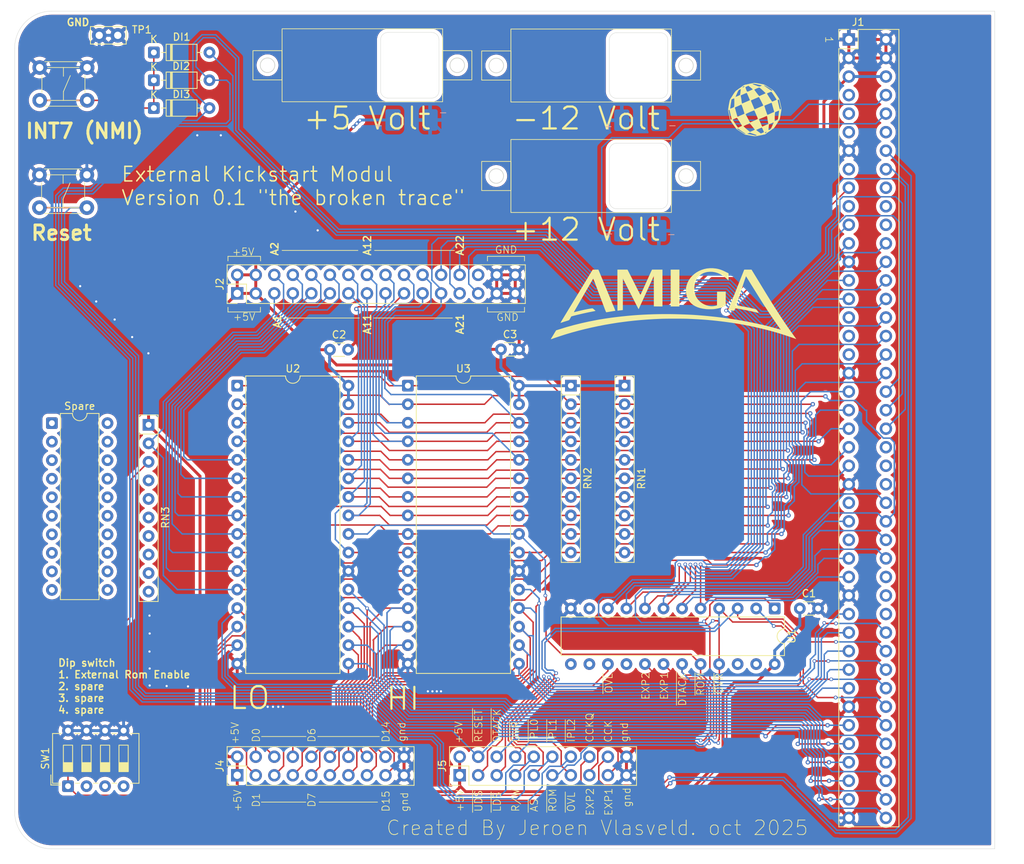
<source format=kicad_pcb>
(kicad_pcb (version 20241229) (generator "pcbnew") (generator_version "9.0")
  (layers (0 "F.Cu" signal) (2 "B.Cu" signal) (13 "F.Paste" user) (15 "B.Paste" user) (5 "F.SilkS" user "F.Silkscreen") (7 "B.SilkS" user "B.Silkscreen") (1 "F.Mask" user) (3 "B.Mask" user) (25 "Edge.Cuts" user))
  (net 0 "")
  (net 1 "GND")
  (net 2 "+5V")
  (net 3 "IPL0")
  (net 4 "IPL1")
  (net 5 "IPL2")
  (net 6 "AS")
  (net 11 "A14")
  (net 12 "A10")
  (net 13 "A18")
  (net 15 "A12")
  (net 16 "A13")
  (net 18 "OVR")
  (net 21 "CCK")
  (net 22 "A3")
  (net 23 "A2")
  (net 24 "A8")
  (net 25 "A11")
  (net 26 "A7")
  (net 27 "A16")
  (net 28 "A19")
  (net 30 "CCKQ")
  (net 33 "A5")
  (net 35 "A21")
  (net 36 "A1")
  (net 37 "A22")
  (net 38 "+12V")
  (net 39 "UDS")
  (net 40 "A15")
  (net 41 "A17")
  (net 44 "A9")
  (net 46 "DTACK")
  (net 47 "LDS")
  (net 48 "A6")
  (net 52 "-12V")
  (net 53 "R{slash}W")
  (net 54 "A23")
  (net 55 "A4")
  (net 57 "A20")
  (net 64 "SW_KICK")
  (net 67 "RESET")
  (net 68 "D4")
  (net 69 "D3")
  (net 70 "D0")
  (net 71 "D6")
  (net 72 "D7")
  (net 73 "D1")
  (net 74 "D2")
  (net 75 "D5")
  (net 76 "D15")
  (net 77 "D10")
  (net 78 "D12")
  (net 79 "D13")
  (net 80 "D14")
  (net 81 "D9")
  (net 82 "D11")
  (net 83 "D8")
  (net 84 "Net-(DI1-K)")
  (net 89 "EXP1")
  (net 93 "OVL")
  (net 94 "ROM_EN")
  (net 96 "EXP2")
  (footprint "Amiga:Amiga_Logo_33.8x10mm" (layer "F.Cu") (at 166.455 76.848)
    (property "Reference" "G***" (hide yes))
    (property "Value" "LOGO" (hide yes))
  )
  (footprint "Package_DIP:DIP-24_W7.62mm" (layer "F.Cu") (at 180.34 118.618 -90)
    (property "Reference" "U1")
    (property "Value" "GAL22v10")
  )
  (footprint "Diode_THT:D_DO-35_SOD27_P7.62mm_Horizontal" (layer "F.Cu") (at 95.25 42.418)
    (property "Reference" "DI1")
    (property "Value" "1N4148")
  )
  (footprint "Package_DIP:DIP-32_W15.24mm" (layer "F.Cu") (at 130.0588 88.0872)
    (property "Reference" "U3")
    (property "Value" "SST39SF040")
  )
  (footprint "Connector_PinHeader_2.54mm:PinHeader_2x10_P2.54mm_Vertical" (layer "F.Cu") (at 137.16 141.478 90)
    (property "Reference" "J5")
    (property "Value" "Conn_02x10")
  )
  (footprint "Private:Tactile Switch" (layer "F.Cu") (at 79.5712 59.1872)
    (property "Reference" "SW3" (hide yes))
    (property "Value" "SW_MEC_5E" (hide yes))
  )
  (footprint "Diode_THT:D_DO-35_SOD27_P7.62mm_Horizontal" (layer "F.Cu") (at 95.25 50.038)
    (property "Reference" "DI3")
    (property "Value" "1N4148" (hide yes))
  )
  (footprint "Private:0.28 voltmeter" (layer "F.Cu") (at 155.18 44.209875)
    (property "Reference" "MES3" (hide yes))
    (property "Value" "-12V")
    (fp_line (start 2.5 -3.5) (end 2.5 3.5) (stroke (width 0.05)) (layer "Edge.Cuts"))
    (fp_line (start 9.5 -4.5) (end 3.5 -4.5) (stroke (width 0.05)) (layer "Edge.Cuts"))
    (fp_line (start 9.5 4.5) (end 3.5 4.5) (stroke (width 0.05)) (layer "Edge.Cuts"))
    (fp_line (start 10.5 -3.5) (end 10.5 3.5) (stroke (width 0.05)) (layer "Edge.Cuts"))
    (fp_arc (start 2.5 -3.5) (mid 2.792893 -4.207107) (end 3.5 -4.5) (stroke (width 0.05)) (layer "Edge.Cuts"))
    (fp_arc (start 3.5 4.5) (mid 2.792893 4.207107) (end 2.5 3.5) (stroke (width 0.05)) (layer "Edge.Cuts"))
    (fp_arc (start 9.5 -4.5) (mid 10.207107 -4.207107) (end 10.5 -3.5) (stroke (width 0.05)) (layer "Edge.Cuts"))
    (fp_arc (start 10.5 3.5) (mid 10.207107 4.207107) (end 9.5 4.5) (stroke (width 0.05)) (layer "Edge.Cuts"))
    (fp_circle (center -13 0) (end -12 0) (stroke (width 0.1)) (fill no) (layer "Edge.Cuts"))
    (fp_circle (center 13 0) (end 14 0) (stroke (width 0.1)) (fill no) (layer "Edge.Cuts"))
  )
  (footprint "Amiga:Boing_Ball_20x10mm" (layer "F.Cu") (at 177.605 50.248)
    (property "Reference" "G***" (hide yes))
    (property "Value" "LOGO" (hide yes))
  )
  (footprint "Package_DIP:DIP-20_W7.62mm" (layer "F.Cu") (at 81.28 93.218)
    (property "Reference" "Spare")
    (property "Value" "DIP-20_W7.62mm")
  )
  (footprint "Private:0.28 voltmeter" (layer "F.Cu") (at 123.83 44.173)
    (property "Reference" "MES1" (hide yes))
    (property "Value" "+5V")
    (fp_line (start 2.5 -3.5) (end 2.5 3.5) (stroke (width 0.05)) (layer "Edge.Cuts"))
    (fp_line (start 9.5 -4.5) (end 3.5 -4.5) (stroke (width 0.05)) (layer "Edge.Cuts"))
    (fp_line (start 9.5 4.5) (end 3.5 4.5) (stroke (width 0.05)) (layer "Edge.Cuts"))
    (fp_line (start 10.5 -3.5) (end 10.5 3.5) (stroke (width 0.05)) (layer "Edge.Cuts"))
    (fp_arc (start 2.5 -3.5) (mid 2.792893 -4.207107) (end 3.5 -4.5) (stroke (width 0.05)) (layer "Edge.Cuts"))
    (fp_arc (start 3.5 4.5) (mid 2.792893 4.207107) (end 2.5 3.5) (stroke (width 0.05)) (layer "Edge.Cuts"))
    (fp_arc (start 9.5 -4.5) (mid 10.207107 -4.207107) (end 10.5 -3.5) (stroke (width 0.05)) (layer "Edge.Cuts"))
    (fp_arc (start 10.5 3.5) (mid 10.207107 4.207107) (end 9.5 4.5) (stroke (width 0.05)) (layer "Edge.Cuts"))
    (fp_circle (center -13 0) (end -12 0) (stroke (width 0.1)) (fill no) (layer "Edge.Cuts"))
    (fp_circle (center 13 0) (end 14 0) (stroke (width 0.1)) (fill no) (layer "Edge.Cuts"))
  )
  (footprint "Capacitor_THT:C_Disc_D3.0mm_W1.6mm_P2.50mm" (layer "F.Cu") (at 142.8188 83.1088)
    (property "Reference" "C3")
    (property "Value" "100nf")
  )
  (footprint "Resistor_THT:R_Array_SIP10" (layer "F.Cu") (at 94.53 93.448 -90)
    (property "Reference" "RN3")
    (property "Value" "R_Network09")
  )
  (footprint "Diode_THT:D_DO-35_SOD27_P7.62mm_Horizontal" (layer "F.Cu") (at 95.25 46.228)
    (property "Reference" "DI2")
    (property "Value" "1N4148" (hide yes))
  )
  (footprint "Private:0.28 voltmeter" (layer "F.Cu") (at 155.18 59.348)
    (property "Reference" "MES2" (hide yes))
    (property "Value" "+12V")
    (fp_line (start 2.5 -3.5) (end 2.5 3.5) (stroke (width 0.05)) (layer "Edge.Cuts"))
    (fp_line (start 9.5 -4.5) (end 3.5 -4.5) (stroke (width 0.05)) (layer "Edge.Cuts"))
    (fp_line (start 9.5 4.5) (end 3.5 4.5) (stroke (width 0.05)) (layer "Edge.Cuts"))
    (fp_line (start 10.5 -3.5) (end 10.5 3.5) (stroke (width 0.05)) (layer "Edge.Cuts"))
    (fp_arc (start 2.5 -3.5) (mid 2.792893 -4.207107) (end 3.5 -4.5) (stroke (width 0.05)) (layer "Edge.Cuts"))
    (fp_arc (start 3.5 4.5) (mid 2.792893 4.207107) (end 2.5 3.5) (stroke (width 0.05)) (layer "Edge.Cuts"))
    (fp_arc (start 9.5 -4.5) (mid 10.207107 -4.207107) (end 10.5 -3.5) (stroke (width 0.05)) (layer "Edge.Cuts"))
    (fp_arc (start 10.5 3.5) (mid 10.207107 4.207107) (end 9.5 4.5) (stroke (width 0.05)) (layer "Edge.Cuts"))
    (fp_circle (center -13 0) (end -12 0) (stroke (width 0.1)) (fill no) (layer "Edge.Cuts"))
    (fp_circle (center 13 0) (end 14 0) (stroke (width 0.1)) (fill no) (layer "Edge.Cuts"))
  )
  (footprint "Capacitor_THT:C_Disc_D3.0mm_W1.6mm_P2.50mm" (layer "F.Cu") (at 119.38 83.148)
    (property "Reference" "C2")
    (property "Value" "100nf")
  )
  (footprint "Connector_PinHeader_2.54mm:PinHeader_2x10_P2.54mm_Vertical" (layer "F.Cu") (at 106.68 141.478 90)
    (property "Reference" "J4")
    (property "Value" "Conn_02x10")
  )
  (footprint "Resistor_THT:R_Array_SIP10" (layer "F.Cu") (at 159.766 88.0872 -90)
    (property "Reference" "RN1")
    (property "Value" "R_Network09")
  )
  (footprint "Resistor_THT:R_Array_SIP10" (layer "F.Cu") (at 152.4 88.0872 -90)
    (property "Reference" "RN2")
    (property "Value" "R_Network09")
  )
  (footprint "Package_DIP:DIP-32_W15.24mm" (layer "F.Cu") (at 106.68 88.0872)
    (property "Reference" "U2")
    (property "Value" "SST39SF040")
  )
  (footprint "Capacitor_THT:C_Disc_D3.0mm_W1.6mm_P2.50mm" (layer "F.Cu") (at 183.78 118.618)
    (property "Reference" "C1")
    (property "Value" "100nf")
  )
  (footprint "Amiga:Conn_Side_Expansion_Vertical" (layer "F.Cu") (at 190.5 40.64)
    (property "Reference" "J1")
    (property "Value" "Conn_Side_Expansion")
  )
  (footprint "Private:Tactile Switch" (layer "F.Cu") (at 79.6087 44.4847)
    (property "Reference" "SW2" (hide yes))
    (property "Value" "SW_MEC_5E" (hide yes))
  )
  (footprint "TestPoint:TestPoint_Bridge_Pitch2.54mm_Drill1.0mm" (layer "F.Cu") (at 87.765 40.073)
    (property "Reference" "TP1")
    (property "Value" "Conn_01x01" (hide yes))
  )
  (footprint "Connector_PinHeader_2.54mm:PinHeader_2x16_P2.54mm_Vertical" (layer "F.Cu") (at 106.68 75.438 90)
    (property "Reference" "J2")
    (property "Value" "Conn_02x16_Odd_Even")
  )
  (footprint "Button_Switch_THT:SW_DIP_SPSTx04_Slide_6.7x11.72mm_W7.62mm_P2.54mm_LowProfile" (layer "F.Cu") (at 83.485 142.973 90)
    (property "Reference" "SW1")
    (property "Value" "SW_DIP_x04")
  )
  (gr_poly (pts (xy 105.355 52.548) (xy 106.081 51.822) (xy 106.081 53.248)) (stroke (width 0.2)) (fill yes) (layer "B.Cu") (net 3))
  (gr_line (start 109.855 77.343) (end 109.855 77.978) (stroke (width 0.1)) (layer "F.SilkS"))
  (gr_line (start 166.878 131.8768) (end 166.878 127.3048) (stroke (width 0.1)) (layer "F.SilkS"))
  (gr_line (start 138.938 136.906) (end 138.938 132.588) (stroke (width 0.1)) (layer "F.SilkS"))
  (gr_line (start 149.098 136.906) (end 149.098 133.858) (stroke (width 0.1)) (layer "F.SilkS"))
  (gr_line (start 146.558 146.558) (end 146.558 144.78) (stroke (width 0.1)) (layer "F.SilkS"))
  (gr_line (start 141.478 136.906) (end 141.478 132.334) (stroke (width 0.1)) (layer "F.SilkS"))
  (gr_line (start 109.855 77.978) (end 105.41 77.978) (stroke (width 0.1)) (layer "F.SilkS"))
  (gr_line (start 140.97 77.978) (end 146.05 77.978) (stroke (width 0.1)) (layer "F.SilkS"))
  (gr_line (start 146.05 70.993) (end 146.05 70.358) (stroke (width 0.1)) (layer "F.SilkS"))
  (gr_line (start 105.41 77.978) (end 105.41 77.343) (stroke (width 0.1)) (layer "F.SilkS"))
  (gr_line (start 172.0088 130.302) (end 172.0088 127.508) (stroke (width 0.1)) (layer "F.SilkS"))
  (gr_line (start 140.97 70.993) (end 140.97 70.358) (stroke (width 0.1)) (layer "F.SilkS"))
  (gr_line (start 138.938 132.588) (end 138.938 132.334) (stroke (width 0.1)) (layer "F.SilkS"))
  (gr_line (start 146.05 77.978) (end 146.05 77.343) (stroke (width 0.1)) (layer "F.SilkS"))
  (gr_line (start 144.018 136.906) (end 144.018 134.112) (stroke (width 0.1)) (layer "F.SilkS"))
  (gr_line (start 109.982 145.161) (end 116.078 145.161) (stroke (width 0.1)) (layer "F.SilkS"))
  (gr_line (start 151.638 146.558) (end 151.638 143.764) (stroke (width 0.1)) (layer "F.SilkS"))
  (gr_line (start 126.111 78.8162) (end 136.1694 78.8162) (stroke (width 0.1)) (layer "F.SilkS"))
  (gr_line (start 169.418 130.5052) (end 169.418 127.4572) (stroke (width 0.1)) (layer "F.SilkS"))
  (gr_line (start 149.098 146.558) (end 149.098 143.51) (stroke (width 0.1)) (layer "F.SilkS"))
  (gr_line (start 112.8268 69.5452) (end 123.2154 69.5452) (stroke (width 0.1)) (layer "F.SilkS"))
  (gr_line (start 140.97 77.343) (end 140.97 77.978) (stroke (width 0.1)) (layer "F.SilkS"))
  (gr_line (start 126.1618 136.1694) (end 117.7036 136.1694) (stroke (width 0.1)) (layer "F.SilkS"))
  (gr_line (start 109.879219 70.993) (end 109.879219 70.382219) (stroke (width 0.1)) (layer "F.SilkS"))
  (gr_line (start 138.938 146.558) (end 138.938 143.51) (stroke (width 0.1)) (layer "F.SilkS"))
  (gr_line (start 151.638 136.906) (end 151.638 133.858) (stroke (width 0.1)) (layer "F.SilkS"))
  (gr_line (start 125.5014 69.5452) (end 136.4488 69.5452) (stroke (width 0.1)) (layer "F.SilkS"))
  (gr_line (start 140.97 70.358) (end 146.05 70.358) (stroke (width 0.1)) (layer "F.SilkS"))
  (gr_line (start 126.111 78.8162) (end 125.3744 78.8162) (stroke (width 0.1)) (layer "F.SilkS"))
  (gr_line (start 105.41 70.358) (end 105.41 70.993) (stroke (width 0.1)) (layer "F.SilkS"))
  (gr_line (start 109.855 70.358) (end 105.41 70.358) (stroke (width 0.1)) (layer "F.SilkS"))
  (gr_line (start 156.7942 130.302) (end 156.7942 127.508) (stroke (width 0.1)) (layer "F.SilkS"))
  (gr_line (start 113.1316 78.8162) (end 123.4186 78.8162) (stroke (width 0.1)) (layer "F.SilkS"))
  (gr_line (start 116.1034 136.1694) (end 110.0074 136.1694) (stroke (width 0.1)) (layer "F.SilkS"))
  (gr_line (start 117.9068 145.161) (end 125.9078 145.161) (stroke (width 0.1)) (layer "F.SilkS"))
  (gr_line (start 141.478 146.558) (end 141.478 143.764) (stroke (width 0.1)) (layer "F.SilkS"))
  (gr_line (start 146.558 136.906) (end 146.558 133.858) (stroke (width 0.1)) (layer "F.SilkS"))
  (gr_arc (start 76.1746 41.8338) (mid 77.662498 38.241698) (end 81.2546 36.7538) (stroke (width 0.05)) (layer "Edge.Cuts"))
  (gr_line (start 210.5 36.7538) (end 81.2546 36.7538) (stroke (width 0.05)) (layer "Edge.Cuts"))
  (gr_line (start 210.5 36.7538) (end 210.5 151.5618) (stroke (width 0.05)) (layer "Edge.Cuts"))
  (gr_line (start 210.5 151.5618) (end 81.2546 151.5618) (stroke (width 0.05)) (layer "Edge.Cuts"))
  (gr_line (start 76.1746 146.4818) (end 76.1746 41.8338) (stroke (width 0.05)) (layer "Edge.Cuts"))
  (gr_arc (start 81.2546 151.5618) (mid 77.662498 150.073902) (end 76.1746 146.4818) (stroke (width 0.05)) (layer "Edge.Cuts"))
  (gr_text "R/W" (at 145.415 146.558 90) (layer "F.SilkS") (effects (font (size 1 1) (thickness 0.1)) (justify left bottom)))
  (gr_text "GND" (at 142.1384 79.2988 0) (layer "F.SilkS") (effects (font (size 1 1) (thickness 0.1)) (justify left bottom)))
  (gr_text "ROM" (at 150.495 146.558 90) (layer "F.SilkS") (effects (font (size 1 1) (thickness 0.1)) (justify left bottom)))
  (gr_text "LDS" (at 142.875 146.558 90) (layer "F.SilkS") (effects (font (size 1 1) (thickness 0.1)) (justify left bottom)))
  (gr_text "DTACK" (at 168.275 132.0546 90) (layer "F.SilkS") (effects (font (size 1 1) (thickness 0.1)) (justify left bottom)))
  (gr_text "RESET" (at 140.335 137.033 90) (layer "F.SilkS") (effects (font (size 1 1) (thickness 0.1)) (justify left bottom)))
  (gr_text "GND" (at 83.205 38.873 0) (layer "F.SilkS") (effects (font (size 1 1) (thickness 0.2) (bold yes)) (justify left bottom)))
  (gr_text "OVL" (at 158.1912 130.302 90) (layer "F.SilkS") (effects (font (size 1 1) (thickness 0.1)) (justify left bottom)))
  (gr_text "HI" (at 126.8984 132.7404 0) (layer "F.SilkS") (effects (font (size 3 3) (thickness 0.3) (bold yes)) (justify left bottom)))
  (gr_text "IPL2" (at 153.035 137.033 90) (layer "F.SilkS") (effects (font (size 1 1) (thickness 0.1)) (justify left bottom)))
  (gr_text "D7" (at 117.475 145.923 90) (layer "F.SilkS") (effects (font (size 1 1) (thickness 0.1)) (justify left bottom)))
  (gr_text "A12" (at 125.095 70.358 90) (layer "F.SilkS") (effects (font (size 1 1) (thickness 0.1875)) (justify left bottom)))
  (gr_text "IPL1" (at 150.495 137.033 90) (layer "F.SilkS") (effects (font (size 1 1) (thickness 0.1)) (justify left bottom)))
  (gr_text "D15" (at 127.635 146.558 90) (layer "F.SilkS") (effects (font (size 1 1) (thickness 0.1)) (justify left bottom)))
  (gr_text "+5V" (at 106.045 79.248 0) (layer "F.SilkS") (effects (font (size 1 1) (thickness 0.1)) (justify left bottom)))
  (gr_text "CCK" (at 158.115 137.033 90) (layer "F.SilkS") (effects (font (size 1 1) (thickness 0.1)) (justify left bottom)))
  (gr_text "+5V" (at 137.795 146.558 90) (layer "F.SilkS") (effects (font (size 1 1) (thickness 0.1)) (justify left bottom)))
  (gr_text "gnd" (at 160.655 145.923 90) (layer "F.SilkS") (effects (font (size 1 1) (thickness 0.1)) (justify left bottom)))
  (gr_text "AS" (at 147.955 146.558 90) (layer "F.SilkS") (effects (font (size 1 1) (thickness 0.1)) (justify left bottom)))
  (gr_text "INT7 (NMI)" (at 77.47 54.356 0) (layer "F.SilkS") (effects (font (size 2 2) (thickness 0.4) (bold yes)) (justify left bottom)))
  (gr_text "Created By Jeroen Vlasveld. oct 2025" (at 127 149.86 0) (layer "F.SilkS") (effects (font (size 2 2) (thickness 0.1)) (justify left bottom)))
  (gr_text "gnd" (at 129.794 136.9568 90) (layer "F.SilkS") (effects (font (size 1 1) (thickness 0.1)) (justify left bottom)))
  (gr_text "OVR" (at 145.415 137.033 90) (layer "F.SilkS") (effects (font (size 1 1) (thickness 0.1)) (justify left bottom)))
  (gr_text "ROM" (at 170.7642 130.6322 90) (layer "F.SilkS") (effects (font (size 1 1) (thickness 0.1)) (justify left bottom)))
  (gr_text "OVR" (at 173.3042 130.4544 90) (layer "F.SilkS") (effects (font (size 1 1) (thickness 0.1)) (justify left bottom)))
  (gr_text "LO" (at 105.41 132.6388 0) (layer "F.SilkS") (effects (font (size 3 3) (thickness 0.3) (bold yes)) (justify left bottom)))
  (gr_text "IPL0" (at 147.955 137.033 90) (layer "F.SilkS") (effects (font (size 1 1) (thickness 0.1)) (justify left bottom)))
  (gr_text "D6" (at 117.475 137.033 90) (layer "F.SilkS") (effects (font (size 1 1) (thickness 0.1)) (justify left bottom)))
  (gr_text "GND" (at 141.9352 70.0532 0) (layer "F.SilkS") (effects (font (size 1 1) (thickness 0.1)) (justify left bottom)))
  (gr_text "A1" (at 112.755 80.298 90) (layer "F.SilkS") (effects (font (size 1 1) (thickness 0.1875)) (justify left bottom)))
  (gr_text "EXP2" (at 163.2458 131.191 90) (layer "F.SilkS") (effects (font (size 1 1) (thickness 0.1)) (justify left bottom)))
  (gr_text "+5V" (at 137.6172 137.1854 90) (layer "F.SilkS") (effects (font (size 1 1) (thickness 0.1)) (justify left bottom)))
  (gr_text "DTACK" (at 142.875 137.033 90) (layer "F.SilkS") (effects (font (size 1 1) (thickness 0.1)) (justify left bottom)))
  (gr_text "Reset\n" (at 78.232 68.326 0) (layer "F.SilkS") (effects (font (size 2 2) (thickness 0.4) (bold yes)) (justify left bottom)))
  (gr_text "+5 Volt" (at 115.57 53.213 0) (layer "F.SilkS") (effects (font (size 3 3) (thickness 0.3) (bold yes)) (justify left bottom)))
  (gr_text "EXP1" (at 165.7858 131.191 90) (layer "F.SilkS") (effects (font (size 1 1) (thickness 0.1)) (justify left bottom)))
  (gr_text "gnd" (at 130.175 146.558 90) (layer "F.SilkS") (effects (font (size 1 1) (thickness 0.1)) (justify left bottom)))
  (gr_text "OVL" (at 153.035 146.558 90) (layer "F.SilkS") (effects (font (size 1 1) (thickness 0.1)) (justify left bottom)))
  (gr_text "External Kickstart Modul \nVersion 0.1 {dblquote}the broken trace{dblquote}" (at 90.678 63.5 0) (layer "F.SilkS") (effects (font (size 2 2) (thickness 0.2) (bold yes)) (justify left bottom)))
  (gr_text "+5V" (at 106.9594 137.287 90) (layer "F.SilkS") (effects (font (size 1 1) (thickness 0.1)) (justify left bottom)))
  (gr_text "EXP2" (at 155.6258 147.0914 90) (layer "F.SilkS") (effects (font (size 1 1) (thickness 0.1)) (justify left bottom)))
  (gr_text "A2" (at 112.395 70.358 90) (layer "F.SilkS") (effects (font (size 1 1) (thickness 0.1875)) (justify left bottom)))
  (gr_text "+5V" (at 107.315 146.558 90) (layer "F.SilkS") (effects (font (size 1 1) (thickness 0.1)) (justify left bottom)))
  (gr_text "Dip switch\n1. External Rom Enable\n2. spare\n3. spare\n4. spare" (at 82.042 133.096 0) (layer "F.SilkS") (effects (font (size 1 1) (thickness 0.1875)) (justify left bottom)))
  (gr_text "EXP1" (at 158.1658 147.0914 90) (layer "F.SilkS") (effects (font (size 1 1) (thickness 0.1)) (justify left bottom)))
  (gr_text "A11" (at 125.095 81.153 90) (layer "F.SilkS") (effects (font (size 1 1) (thickness 0.1875)) (justify left bottom)))
  (gr_text "+12 Volt" (at 144.145 68.453 0) (layer "F.SilkS") (effects (font (size 3 3) (thickness 0.3) (bold yes)) (justify left bottom)))
  (gr_text "D0" (at 109.855 137.033 90) (layer "F.SilkS") (effects (font (size 1 1) (thickness 0.1)) (justify left bottom)))
  (gr_text "UDS" (at 140.335 146.558 90) (layer "F.SilkS") (effects (font (size 1 1) (thickness 0.1)) (justify left bottom)))
  (gr_text "-12 Volt" (at 144.145 53.213 0) (layer "F.SilkS") (effects (font (size 3 3) (thickness 0.3) (bold yes)) (justify left bottom)))
  (gr_text "+5V" (at 105.918 70.3326 0) (layer "F.SilkS") (effects (font (size 1 1) (thickness 0.1)) (justify left bottom)))
  (gr_text "D14" (at 127.635 137.033 90) (layer "F.SilkS") (effects (font (size 1 1) (thickness 0.1)) (justify left bottom)))
  (gr_text "A21" (at 137.795 81.153 90) (layer "F.SilkS") (effects (font (size 1 1) (thickness 0.1875)) (justify left bottom)))
  (gr_text "D1" (at 109.855 145.923 90) (layer "F.SilkS") (effects (font (size 1 1) (thickness 0.1)) (justify left bottom)))
  (gr_text "CCKQ" (at 155.575 137.033 90) (layer "F.SilkS") (effects (font (size 1 1) (thickness 0.1)) (justify left bottom)))
  (gr_text "gnd" (at 160.2994 137.0076 90) (layer "F.SilkS") (effects (font (size 1 1) (thickness 0.1)) (justify left bottom)))
  (gr_text "A22" (at 137.795 70.358 90) (layer "F.SilkS") (effects (font (size 1 1) (thickness 0.1875)) (justify left bottom)))
  (segment (start 192.755 73.375) (end 190.5 71.12) (width 0.4) (layer "F.Cu") (net 1))
  (segment (start 192.705 58.085) (end 190.5 55.88) (width 0.4) (layer "F.Cu") (net 1))
  (segment (start 144.78 72.898) (end 142.24 72.898) (width 0.4) (layer "F.Cu") (net 1))
  (segment (start 123.9108 81.098) (end 121.8492 83.1596) (width 0.4) (layer "F.Cu") (net 1))
  (segment (start 190.5 132.08) (end 192.505 130.075) (width 0.4) (layer "F.Cu") (net 1))
  (segment (start 192.755 84.323) (end 192.755 73.375) (width 0.4) (layer "F.Cu") (net 1))
  (segment (start 192.805 99.295) (end 192.805 103.905) (width 0.4) (layer "F.Cu") (net 1))
  (segment (start 129.555 132.248) (end 129.555 137.373) (width 0.4) (layer "F.Cu") (net 1))
  (segment (start 192.537 84.323) (end 192.755 84.323) (width 0.4) (layer "F.Cu") (net 1))
  (segment (start 129.54 137.388) (end 129.54 138.938) (width 0.4) (layer "F.Cu") (net 1))
  (segment (start 190.5 116.84) (end 192.805 114.535) (width 0.4) (layer "F.Cu") (net 1))
  (segment (start 195.58 40.64) (end 195.58 43.18) (width 0.4) (layer "F.Cu") (net 1))
  (segment (start 143.308 81.098) (end 123.9108 81.098) (width 0.4) (layer "F.Cu") (net 1))
  (segment (start 192.68 45.36) (end 192.68 53.7) (width 0.4) (layer "F.Cu") (net 1))
  (segment (start 106.68 130.473) (end 108.28 132.073) (width 0.4) (layer "F.Cu") (net 1))
  (segment (start 134.605 129.973) (end 131.83 129.973) (width 0.4) (layer "F.Cu") (net 1))
  (segment (start 131.83 129.973) (end 129.555 132.248) (width 0.4) (layer "F.Cu") (net 1))
  (segment (start 129.54 138.938) (end 129.54 141.478) (width 0.4) (layer "F.Cu") (net 1))
  (segment (start 145.3188 83.1088) (end 143.308 81.098) (width 0.4) (layer "F.Cu") (net 1))
  (segment (start 145.3188 76.3118) (end 145.3188 83.1088) (width 0.4) (layer "F.Cu") (net 1))
  (segment (start 190.5 86.36) (end 192.537 84.323) (width 0.4) (layer "F.Cu") (net 1))
  (segment (start 192.133 118.473) (end 190.5 116.84) (width 0.4) (layer "F.Cu") (net 1))
  (segment (start 192.505 130.075) (end 192.505 118.473) (width 0.4) (layer "F.Cu") (net 1))
  (segment (start 190.5 40.64) (end 195.58 40.64) (width 0.4) (layer "F.Cu") (net 1))
  (segment (start 190.5 40.64) (end 190.5 43.18) (width 0.4) (layer "F.Cu") (net 1))
  (segment (start 192.43 145.39) (end 192.43 134.01) (width 0.4) (layer "F.Cu") (net 1))
  (segment (start 192.43 134.01) (end 190.5 132.08) (width 0.4) (layer "F.Cu") (net 1))
  (segment (start 190.5 86.36) (end 192.805 88.665) (width 0.4) (layer "F.Cu") (net 1))
  (segment (start 144.78 75.438) (end 144.78 75.773) (width 0.4) (layer "F.Cu") (net 1))
  (segment (start 144.78 75.773) (end 145.3188 76.3118) (width 0.4) (layer "F.Cu") (net 1))
  (segment (start 142.24 75.438) (end 142.24 72.898) (width 0.4) (layer "F.Cu") (net 1))
  (segment (start 192.68 53.7) (end 190.5 55.88) (width 0.4) (layer "F.Cu") (net 1))
  (segment (start 108.28 132.073) (end 108.305 132.098) (width 0.4) (layer "F.Cu") (net 1))
  (segment (start 190.5 101.6) (end 192.805 99.295) (width 0.2) (layer "F.Cu") (net 1))
  (segment (start 144.78 72.898) (end 144.78 75.438) (width 0.4) (layer "F.Cu") (net 1))
  (segment (start 195.58 43.18) (end 190.5 43.18) (width 0.4) (layer "F.Cu") (net 1))
  (segment (start 160.02 138.938) (end 160.02 141.478) (width 0.4) (layer "F.Cu") (net 1))
  (segment (start 190.5 147.32) (end 192.43 145.39) (width 0.4) (layer "F.Cu") (net 1))
  (segment (start 190.5 71.12) (end 192.705 68.915) (width 0.4) (layer "F.Cu") (net 1))
  (segment (start 129.555 137.373) (end 129.54 137.388) (width 0.4) (layer "F.Cu") (net 1))
  (segment (start 192.505 118.473) (end 192.133 118.473) (width 0.4) (layer "F.Cu") (net 1))
  (segment (start 192.805 88.665) (end 192.805 99.295) (width 0.4) (layer "F.Cu") (net 1))
  (segment (start 192.805 114.535) (end 192.805 103.905) (width 0.4) (layer "F.Cu") (net 1))
  (segment (start 142.965 72.173) (end 142.24 72.898) (width 0.4) (layer "F.Cu") (net 1))
  (segment (start 192.705 68.915) (end 192.705 58.085) (width 0.4) (layer "F.Cu") (net 1))
  (segment (start 144.78 75.438) (end 142.24 75.438) (width 0.4) (layer "F.Cu") (net 1))
  (segment (start 108.305 132.098) (end 112.955 132.098) (width 0.4) (layer "F.Cu") (net 1))
  (segment (start 106.68 126.1872) (end 106.68 130.473) (width 0.4) (layer "F.Cu") (net 1))
  (segment (start 190.5 43.18) (end 192.68 45.36) (width 0.4) (layer "F.Cu") (net 1))
  (via (at 94.655 124.523) (size 0.6) (drill 0.3) (layers "F.Cu" "B.Cu") (net 1))
  (via (at 99.93 129.298) (size 0.6) (drill 0.3) (layers "F.Cu" "B.Cu") (net 1))
  (via (at 94.68 122.048) (size 0.6) (drill 0.3) (layers "F.Cu" "B.Cu") (net 1))
  (via (at 111.58 132.098) (size 0.6) (drill 0.3) (layers "F.Cu" "B.Cu") (net 1))
  (via (at 94.505 83.648) (size 0.6) (drill 0.3) (layers "F.Cu" "B.Cu") (net 1))
  (via (at 89.88 79.023) (size 0.6) (drill 0.3) (layers "F.Cu" "B.Cu") (net 1))
  (via (at 132.805 129.973) (size 0.6) (drill 0.3) (layers "F.Cu" "B.Cu") (net 1))
  (via (at 114.655 64.223) (size 0.6) (drill 0.3) (layers "F.Cu" "B.Cu") (net 1))
  (via (at 117.705 66.798) (size 0.6) (drill 0.3) (layers "F.Cu" "B.Cu") (net 1))
  (via (at 134.03 129.973) (size 0.6) (drill 0.3) (layers "F.Cu" "B.Cu") (net 1))
  (via (at 94.68 126.848) (size 0.6) (drill 0.3) (layers "F.Cu" "B.Cu") (net 1))
  (via (at 92.28 81.423) (size 0.6) (drill 0.3) (layers "F.Cu" "B.Cu") (net 1))
  (via (at 134.605 129.973) (size 0.6) (drill 0.3) (layers "F.Cu" "B.Cu") (net 1))
  (via (at 104.43 53.773) (size 0.6) (drill 0.3) (layers "F.Cu" "B.Cu") (net 1))
  (via (at 85.155 74.448) (size 0.6) (drill 0.3) (layers "F.Cu" "B.Cu") (net 1))
  (via (at 94.68 129.173) (size 0.6) (drill 0.3) (layers "F.Cu" "B.Cu") (net 1))
  (via (at 112.305 132.098) (size 0.6) (drill 0.3) (layers "F.Cu" "B.Cu") (net 1))
  (via (at 133.43 129.973) (size 0.6) (drill 0.3) (layers "F.Cu" "B.Cu") (net 1))
  (via (at 112.955 132.098) (size 0.6) (drill 0.3) (layers "F.Cu" "B.Cu") (net 1))
  (via (at 94.655 119.598) (size 0.6) (drill 0.3) (layers "F.Cu" "B.Cu") (net 1))
  (via (at 110.855 132.098) (size 0.6) (drill 0.3) (layers "F.Cu" "B.Cu") (net 1))
  (via (at 87.355 76.548) (size 0.6) (drill 0.3) (layers "F.Cu" "B.Cu") (net 1))
  (via (at 97.005 129.248) (size 0.6) (drill 0.3) (layers "F.Cu" "B.Cu") (net 1))
  (via (at 101.205 53.773) (size 0.6) (drill 0.3) (layers "F.Cu" "B.Cu") (net 1))
  (segment (start 111.58 132.098) (end 112.305 132.098) (width 0.4) (layer "B.Cu") (net 1))
  (segment (start 183.555 141.123) (end 181.03 138.598) (width 0.4) (layer "B.Cu") (net 1))
  (segment (start 86.1087 44.4847) (end 79.6087 44.4847) (width 0.4) (layer "B.Cu") (net 1))
  (segment (start 130.0588 129.11828) (end 130.91352 129.973) (width 0.4) (layer "B.Cu") (net 1))
  (segment (start 132.805 129.973) (end 133.43 129.973) (width 0.4) (layer "B.Cu") (net 1))
  (segment (start 190.5 55.88) (end 179.532 66.848) (width 0.4) (layer "B.Cu") (net 1))
  (segment (start 91.105 133.773) (end 92.78 132.098) (width 0.4) (layer "B.Cu") (net 1))
  (segment (start 91.105 135.353) (end 91.105 133.773) (width 0.4) (layer "B.Cu") (net 1))
  (segment (start 129.54 137.533) (end 129.54 138.938) (width 0.4) (layer "B.Cu") (net 1))
  (segment (start 123.61098 132.098) (end 128.59098 137.078) (width 0.4) (layer "B.Cu") (net 1))
  (segment (start 92.78 132.098) (end 110.855 132.098) (width 0.4) (layer "B.Cu") (net 1))
  (segment (start 87.765 40.073) (end 90.305 40.073) (width 0.4) (layer "B.Cu") (net 1))
  (segment (start 112.305 132.098) (end 112.955 132.098) (width 0.4) (layer "B.Cu") (net 1))
  (segment (start 110.855 132.098) (end 111.58 132.098) (width 0.4) (layer "B.Cu") (net 1))
  (segment (start 163.33 70.398) (end 164.46 69.268) (width 0.4) (layer "B.Cu") (net 1))
  (segment (start 179.532 66.848) (end 164.46 66.848) (width 0.4) (layer "B.Cu") (net 1))
  (segment (start 163 141.478) (end 160.02 141.478) (width 0.4) (layer "B.Cu") (net 1))
  (segment (start 81.305 60.921) (end 81.305 74.548001) (width 0.4) (layer "B.Cu") (net 1))
  (segment (start 133.43 129.973) (end 134.03 129.973) (width 0.4) (layer "B.Cu") (net 1))
  (segment (start 133.662 145.6) (end 155.898 145.6) (width 0.4) (layer "B.Cu") (net 1))
  (segment (start 159.38 51.709875) (end 156.518125 51.709875) (width 0.4) (layer "B.Cu") (net 1))
  (segment (start 81.305 74.548001) (end 91.454 84.697) (width 0.4) (layer "B.Cu") (net 1))
  (segment (start 187.967596 147.32) (end 183.555 142.907404) (width 0.4) (layer "B.Cu") (net 1))
  (segment (start 133.11 51.673) (end 134.835 53.398) (width 0.4) (layer "B.Cu") (net 1))
  (segment (start 79.5712 59.1872) (end 81.305 60.921) (width 0.4) (layer "B.Cu") (net 1))
  (segment (start 154.83 53.398) (end 154.83 67.998) (width 0.4) (layer "B.Cu") (net 1))
  (segment (start 86.1087 44.4847) (end 87.765 42.8284) (width 0.4) (layer "B.Cu") (net 1))
  (segment (start 181.03 138.598) (end 165.88 138.598) (width 0.4) (layer "B.Cu") (net 1))
  (segment (start 128.59098 137.078) (end 129.085 137.078) (width 0.4) (layer "B.Cu") (net 1))
  (segment (start 157.23 70.398) (end 163.33 70.398) (width 0.4) (layer "B.Cu") (net 1))
  (segment (start 91.454 84.697) (end 91.454 132.464) (width 0.4) (layer "B.Cu") (net 1))
  (segment (start 156.518125 51.709875) (end 154.83 53.398) (width 0.4) (layer "B.Cu") (net 1))
  (segment (start 91.105 135.353) (end 83.485 135.353) (width 0.4) (layer "B.Cu") (net 1))
  (segment (start 129.085 137.078) (end 129.54 137.533) (width 0.4) (layer "B.Cu") (net 1))
  (segment (start 86.0712 59.1872) (end 86.0712 56.0642) (width 0.4) (layer "B.Cu") (net 1))
  (segment (start 154.83 67.998) (end 157.23 70.398) (width 0.4) (layer "B.Cu") (net 1))
  (segment (start 87.765 42.8284) (end 87.765 40.073) (width 0.4) (layer "B.Cu") (net 1))
  (segment (start 134.835 53.398) (end 154.83 53.398) (width 0.4) (layer "B.Cu") (net 1))
  (segment (start 164.46 69.268) (end 164.46 66.848) (width 0.4) (layer "B.Cu") (net 1))
  (segment (start 86.0712 56.0642) (end 82.955 52.948) (width 0.4) (layer "B.Cu") (net 1))
  (segment (start 112.955 132.098) (end 123.61098 132.098) (width 0.4) (layer "B.Cu") (net 1))
  (segment (start 86.0683 44.4847) (end 86.1087 44.4847) (width 0.4) (layer "B.Cu") (net 1))
  (segment (start 165.88 138.598) (end 163 141.478) (width 0.4) (layer "B.Cu") (net 1))
  (segment (start 82.955 52.948) (end 82.955 47.598) (width 0.4) (layer "B.Cu") (net 1))
  (segment (start 91.454 132.464) (end 88.565 135.353) (width 0.4) (layer "B.Cu") (net 1))
  (segment (start 130.0588 126.1872) (end 130.0588 129.11828) (width 0.4) (layer "B.Cu") (net 1))
  (segment (start 134.03 129.973) (end 134.605 129.973) (width 0.4) (layer "B.Cu") (net 1))
  (segment (start 82.955 47.598) (end 86.0683 44.4847) (width 0.4) (layer "B.Cu") (net 1))
  (segment (start 130.91352 129.973) (end 132.805 129.973) (width 0.4) (layer "B.Cu") (net 1))
  (segment (start 91.555 134.903) (end 91.105 135.353) (width 0.4) (layer "B.Cu") (net 1))
  (segment (start 155.898 145.6) (end 160.02 141.478) (width 0.4) (layer "B.Cu") (net 1))
  (segment (start 183.555 142.907404) (end 183.555 141.123) (width 0.4) (layer "B.Cu") (net 1))
  (segment (start 190.5 147.32) (end 187.967596 147.32) (width 0.4) (layer "B.Cu") (net 1))
  (segment (start 186.631 59.772) (end 186.631 59.749) (width 0.4) (layer "B.Cu") (net 1))
  (segment (start 129.54 141.478) (end 133.662 145.6) (width 0.4) (layer "B.Cu") (net 1))
  (segment (start 94.53 87.588) (end 106.68 75.438) (width 0.4) (layer "F.Cu") (net 2))
  (segment (start 136.805 85.248) (end 120.305 85.248) (width 0.4) (layer "F.Cu") (net 2))
  (segment (start 109.22 72.898) (end 109.22 75.438) (width 0.4) (layer "F.Cu") (net 2))
  (segment (start 94.53 87.588) (end 94.53 93.448) (width 0.4) (layer "F.Cu") (net 2))
  (segment (start 137.16 141.478) (end 137.16 143.143) (width 0.4) (layer "F.Cu") (net 2))
  (segment (start 136.581 143.722) (end 107.08 143.722) (width 0.4) (layer "F.Cu") (net 2))
  (segment (start 106.68 72.898) (end 109.22 72.898) (width 0.4) (layer "F.Cu") (net 2))
  (segment (start 122.5925 52.6355) (end 123.055 52.173) (width 0.4) (layer "F.Cu") (net 2))
  (segment (start 137.16 142.903) (end 137.16 141.478) (width 0.4) (layer "F.Cu") (net 2))
  (segment (start 174.82248 128.747) (end 173.255 130.31448) (width 0.4) (layer "F.Cu") (net 2))
  (segment (start 142.8188 83.1088) (end 138.9442 83.1088) (width 0.4) (layer "F.Cu") (net 2))
  (segment (start 119.3492 84.2922) (end 119.3492 83.1596) (width 0.4) (layer "F.Cu") (net 2))
  (segment (start 109.22 66.008) (end 109.22 72.898) (width 0.4) (layer "F.Cu") (net 2))
  (segment (start 176.43 72.498) (end 171.355 72.498) (width 0.4) (layer "F.Cu") (net 2))
  (segment (start 106.68 141.478) (end 106.68 138.938) (width 0.4) (layer "F.Cu") (net 2))
  (segment (start 106.68 138.938) (end 105.477919 138.938) (width 0.4) (layer "F.Cu") (net 2))
  (segment (start 173.255 130.31448) (end 173.255 139.064478) (width 0.4) (layer "F.Cu") (net 2))
  (segment (start 173.255 139.064478) (end 168.596478 143.723) (width 0.4) (layer "F.Cu") (net 2))
  (segment (start 119.3492 83.1596) (end 116.9416 83.1596) (width 0.4) (layer "F.Cu") (net 2))
  (segment (start 159.766 84.087) (end 159.766 88.0872) (width 0.4) (layer "F.Cu") (net 2))
  (segment (start 106.68 75.438) (end 106.68 72.898) (width 0.4) (layer "F.Cu") (net 2))
  (segment (start 137.16 143.143) (end 136.581 143.722) (width 0.4) (layer "F.Cu") (net 2))
  (segment (start 101.58 135.040081) (end 101.58 100.498) (width 0.4) (layer "F.Cu") (net 2))
  (segment (start 168.596478 143.723) (end 137.98 143.723) (width 0.4) (layer "F.Cu") (net 2))
  (segment (start 187.08 49.14) (end 187.08 61.848) (width 0.4) (layer "F.Cu") (net 2))
  (segment (start 123.055 52.173) (end 123.4925 51.7355) (width 0.4) (layer "F.Cu") (net 2))
  (segment (start 180.34 126.238) (end 177.831 128.747) (width 0.4) (layer "F.Cu") (net 2))
  (segment (start 106.68 143.322) (end 106.68 141.478) (width 0.4) (layer "F.Cu") (net 2))
  (segment (start 120.305 85.248) (end 119.3492 84.2922) (width 0.4) (layer "F.Cu") (net 2))
  (segment (start 101.58 100.498) (end 94.53 93.448) (width 0.4) (layer "F.Cu") (net 2))
  (segment (start 171.355 72.498) (end 159.766 84.087) (width 0.4) (layer "F.Cu") (net 2))
  (segment (start 116.9416 83.1596) (end 109.22 75.438) (width 0.4) (layer "F.Cu") (net 2))
  (segment (start 187.08 61.848) (end 176.43 72.498) (width 0.4) (layer "F.Cu") (net 2))
  (segment (start 105.477919 138.938) (end 101.58 135.040081) (width 0.4) (layer "F.Cu") (net 2))
  (segment (start 137.98 143.723) (end 137.16 142.903) (width 0.4) (layer "F.Cu") (net 2))
  (segment (start 109.22 75.438) (end 106.68 75.438) (width 0.4) (layer "F.Cu") (net 2))
  (segment (start 138.9442 83.1088) (end 136.805 85.248) (width 0.4) (layer "F.Cu") (net 2))
  (segment (start 122.5925 52.6355) (end 109.22 66.008) (width 0.4) (layer "F.Cu") (net 2))
  (segment (start 190.5 45.72) (end 187.08 49.14) (width 0.4) (layer "F.Cu") (net 2))
  (segment (start 177.831 128.747) (end 174.82248 128.747) (width 0.4) (layer "F.Cu") (net 2))
  (segment (start 107.08 143.722) (end 106.68 143.322) (width 0.4) (layer "F.Cu") (net 2))
  (segment (start 137.16 138.938) (end 137.16 141.478) (width 0.4) (layer "F.Cu") (net 2))
  (via (at 122.5925 52.6355) (size 0.5) (drill 0.3) (layers "F.Cu" "B.Cu") (net 2))
  (via (at 123.055 52.173) (size 0.5) (drill 0.3) (layers "F.Cu" "B.Cu") (net 2))
  (via (at 123.4925 51.7355) (size 0.5) (drill 0.3) (layers "F.Cu" "B.Cu") (net 2))
  (segment (start 119.33 84.623) (end 119.3492 84.6038) (width 0.4) (layer "B.Cu") (net 2))
  (segment (start 121.92 88.0872) (end 121.92 90.6272) (width 0.4) (layer "B.Cu") (net 2))
  (segment (start 123.4925 51.7355) (end 123.555 51.673) (width 0.4) (layer "B.Cu") (net 2))
  (segment (start 180.34 126.238) (end 180.34 124.388) (width 0.4) (layer "B.Cu") (net 2))
  (segment (start 123.5425 51.7355) (end 123.4925 51.7355) (width 0.4) (layer "B.Cu") (net 2))
  (segment (start 145.2988 88.0872) (end 142.805 85.5934) (width 0.4) (layer "B.Cu") (net 2))
  (segment (start 119.33 85.4972) (end 119.33 84.623) (width 0.4) (layer "B.Cu") (net 2))
  (segment (start 145.2988 88.0872) (end 159.766 88.0872) (width 0.4) (layer "B.Cu") (net 2))
  (segment (start 123.4925 51.7355) (end 122.5925 52.6355) (width 0.4) (layer "B.Cu") (net 2))
  (segment (start 142.805 84.748) (end 142.8188 84.7342) (width 0.4) (layer "B.Cu") (net 2))
  (segment (start 142.805 85.5934) (end 142.805 84.748) (width 0.4) (layer "B.Cu") (net 2))
  (segment (start 195.58 45.72) (end 190.5 45.72) (width 0.4) (layer "B.Cu") (net 2))
  (segment (start 123.555 51.673) (end 128.03 51.673) (width 0.4) (layer "B.Cu") (net 2))
  (segment (start 183.78 120.948) (end 183.78 118.618) (width 0.4) (layer "B.Cu") (net 2))
  (segment (start 119.3492 84.6038) (end 119.3492 83.1596) (width 0.4) (layer "B.Cu") (net 2))
  (segment (start 121.92 88.0872) (end 119.33 85.4972) (width 0.4) (layer "B.Cu") (net 2))
  (segment (start 145.2988 90.6272) (end 145.2988 88.0872) (width 0.4) (layer "B.Cu") (net 2))
  (segment (start 180.34 124.388) (end 183.78 120.948) (width 0.4) (layer "B.Cu") (net 2))
  (segment (start 142.8188 84.7342) (end 142.8188 83.1088) (width 0.4) (layer "B.Cu") (net 2))
  (segment (start 106.081 47.9569) (end 106.08 47.9559) (width 0.2) (layer "B.Cu") (net 3))
  (segment (start 123.9827 130.627) (end 93.9932 130.627) (width 0.2) (layer "B.Cu") (net 3))
  (segment (start 196.58 64.798) (end 197.43 65.648) (width 0.2) (layer "B.Cu") (net 3))
  (segment (start 188.13 70.2809) (end 188.13 66.773) (width 0.2) (layer "B.Cu") (net 3))
  (segment (start 173.9138 74.4147) (end 174.1487 74.6496) (width 0.2) (layer "B.Cu") (net 3))
  (segment (start 106.081 53.274) (end 120.255 67.448) (width 0.2) (layer "B.Cu") (net 3))
  (segment (start 178.1971 78.698) (end 179.7129 78.698) (width 0.2) (layer "B.Cu") (net 3))
  (segment (start 197.43 65.648) (end 197.43 87.05) (width 0.2) (layer "B.Cu") (net 3))
  (segment (start 82.608 62.3542) (end 83.1642 61.798) (width 0.2) (layer "B.Cu") (net 3))
  (segment (start 197.43 87.05) (end 195.58 88.9) (width 0.2) (layer "B.Cu") (net 3))
  (segment (start 148.9605 67.448) (end 155.9272 74.4147) (width 0.2) (layer "B.Cu") (net 3))
  (segment (start 96.1602 52.548) (end 105.355 52.548) (width 0.2) (layer "B.Cu") (net 3))
  (segment (start 143.48 143.548) (end 142.731 144.297) (width 0.2) (layer "B.Cu") (net 3))
  (segment (start 134.93 137.098) (end 133.607 135.775) (width 0.2) (layer "B.Cu") (net 3))
  (segment (start 86.9102 61.798) (end 96.1602 52.548) (width 0.2) (layer "B.Cu") (net 3))
  (segment (start 174.1487 74.6509) (end 178.08725 78.58945) (width 0.2) (layer "B.Cu") (net 3))
  (segment (start 155.9272 74.4147) (end 173.9138 74.4147) (width 0.2) (layer "B.Cu") (net 3))
  (segment (start 178.08855 78.58945) (end 178.1971 78.698) (width 0.2) (layer "B.Cu") (net 3))
  (segment (start 133.607 135.775) (end 129.1307 135.775) (width 0.2) (layer "B.Cu") (net 3))
  (segment (start 92.757 129.3908) (end 92.757 84.157278) (width 0.2) (layer "B.Cu") (net 3))
  (segment (start 82.608 74.00828) (end 82.608 62.3542) (width 0.2) (layer "B.Cu") (net 3))
  (segment (start 146.169 140.089) (end 144.54124 140.089) (width 0.2) (layer "B.Cu") (net 3))
  (segment (start 134.93 142.548) (end 134.93 137.098) (width 0.2) (layer "B.Cu") (net 3))
  (segment (start 144.54124 140.089) (end 143.48 141.15024) (width 0.2) (layer "B.Cu") (net 3))
  (segment (start 92.757 84.157278) (end 82.608 74.00828) (width 0.2) (layer "B.Cu") (net 3))
  (segment (start 143.48 141.15024) (end 143.48 143.548) (width 0.2) (layer "B.Cu") (net 3))
  (segment (start 106.08 47.9559) (end 106.08 45.628) (width 0.2) (layer "B.Cu") (net 3))
  (segment (start 136.679 144.297) (end 134.93 142.548) (width 0.2) (layer "B.Cu") (net 3))
  (segment (start 179.7129 78.698) (end 188.13 70.2809) (width 0.2) (layer "B.Cu") (net 3))
  (segment (start 106.08 45.628) (end 102.87 42.418) (width 0.2) (layer "B.Cu") (net 3))
  (segment (start 178.08725 78.58945) (end 178.08855 78.58945) (width 0.2) (layer "B.Cu") (net 3))
  (segment (start 120.255 67.448) (end 148.9605 67.448) (width 0.2) (layer "B.Cu") (net 3))
  (segment (start 83.1642 61.798) (end 86.9102 61.798) (width 0.2) (layer "B.Cu") (net 3))
  (segment (start 188.13 66.773) (end 190.105 64.798) (width 0.2) (layer "B.Cu") (net 3))
  (segment (start 106.081 50.748) (end 106.081 53.274) (width 0.2) (layer "B.Cu") (net 3))
  (segment (start 129.1307 135.775) (end 123.9827 130.627) (width 0.2) (layer "B.Cu") (net 3))
  (segment (start 106.081 50.748) (end 106.081 47.9569) (width 0.2) (layer "B.Cu") (net 3))
  (segment (start 190.105 64.798) (end 196.58 64.798) (width 0.2) (layer "B.Cu") (net 3))
  (segment (start 105.355 52.548) (end 106.081 51.822) (width 0.2) (layer "B.Cu") (net 3))
  (segment (start 147.32 138.938) (end 146.169 140.089) (width 0.2) (layer "B.Cu") (net 3))
  (segment (start 93.9932 130.627) (end 92.757 129.3908) (width 0.2) (layer "B.Cu") (net 3))
  (segment (start 105.355 52.548) (end 106.081 53.274) (width 0.2) (layer "B.Cu") (net 3))
  (segment (start 142.731 144.297) (end 136.679 144.297) (width 0.2) (layer "B.Cu") (net 3))
  (segment (start 174.1487 74.6496) (end 174.1487 74.6509) (width 0.2) (layer "B.Cu") (net 3))
  (segment (start 106.081 51.822) (end 106.081 50.748) (width 0.2) (layer "B.Cu") (net 3))
  (segment (start 146.005 143.698) (end 145.005 144.698) (width 0.2) (layer "B.Cu") (net 4))
  (segment (start 149.1266 67.047) (end 120.4211 67.047) (width 0.2) (layer "B.Cu") (net 4))
  (segment (start 106.482 47.7908) (end 106.481 47.7898) (width 0.2) (layer "B.Cu") (net 4))
  (segment (start 134.529 137.2641) (end 133.4409 136.176) (width 0.2) (layer "B.Cu") (net 4))
  (segment (start 187.729 66.6069) (end 187.729 70.1148) (width 0.2) (layer "B.Cu") (net 4))
  (segment (start 106.48 45.4609) (end 106.48 43.298) (width 0.2) (layer "B.Cu") (net 4))
  (segment (start 123.8166 131.028) (end 93.8271 131.028) (width 0.2) (layer "B.Cu") (net 4))
  (segment (start 149.86 138.938) (end 148.625 140.173) (width 0.2) (layer "B.Cu") (net 4))
  (segment (start 105.679 46.672) (end 105.23 46.223) (width 0.2) (layer "B.Cu") (net 4))
  (segment (start 92.356 129.5569) (end 92.356 84.323378) (width 0.2) (layer "B.Cu") (net 4))
  (segment (start 106.481 47.7898) (end 106.481 45.4619) (width 0.2) (layer "B.Cu") (net 4))
  (segment (start 148.625 140.173) (end 146.75924 140.173) (width 0.2) (layer "B.Cu") (net 4))
  (segment (start 106.481 45.4619) (end 106.48 45.4609) (width 0.2) (layer "B.Cu") (net 4))
  (segment (start 178.25465 78.18845) (end 178.25335 78.18845) (width 0.2) (layer "B.Cu") (net 4))
  (segment (start 189.255 62.623) (end 189.255 65.0809) (width 0.2) (layer "B.Cu") (net 4))
  (segment (start 187.729 70.1148) (end 179.5468 78.297) (width 0.2) (layer "B.Cu") (net 4))
  (segment (start 178.25335 78.18845) (end 174.64645 74.58155) (width 0.2) (layer "B.Cu") (net 4))
  (segment (start 174.0799 74.0137) (end 156.0933 74.0137) (width 0.2) (layer "B.Cu") (net 4))
  (segment (start 92.356 84.323378) (end 82.207 74.17438) (width 0.2) (layer "B.Cu") (net 4))
  (segment (start 189.255 65.0809) (end 187.729 66.6069) (width 0.2) (layer "B.Cu") (net 4))
  (segment (start 105.68 51.623) (end 105.68 48.123) (width 0.2) (layer "B.Cu") (net 4))
  (segment (start 102.875 46.223) (end 102.87 46.228) (width 0.2) (layer "B.Cu") (net 4))
  (segment (start 136.5129 144.698) (end 134.529 142.7141) (width 0.2) (layer "B.Cu") (net 4))
  (segment (start 103.58 40.398) (end 102.031 40.398) (width 0.2) (layer "B.Cu") (net 4))
  (segment (start 197.831 63.098) (end 196.931 62.198) (width 0.2) (layer "B.Cu") (net 4))
  (segment (start 95.9941 52.147) (end 105.156 52.147) (width 0.2) (layer "B.Cu") (net 4))
  (segment (start 105.23 46.223) (end 102.875 46.223) (width 0.2) (layer "B.Cu") (net 4))
  (segment (start 86.7441 61.397) (end 95.9941 52.147) (width 0.2) (layer "B.Cu") (net 4))
  (segment (start 145.005 144.698) (end 136.5129 144.698) (width 0.2) (layer "B.Cu") (net 4))
  (segment (start 105.68 48.123) (end 105.679 48.122) (width 0.2) (layer "B.Cu") (net 4))
  (segment (start 106.482 53.1079) (end 106.482 47.7908) (width 0.2) (layer "B.Cu") (net 4))
  (segment (start 146.75924 140.173) (end 146.005 140.92724) (width 0.2) (layer "B.Cu") (net 4))
  (segment (start 189.68 62.198) (end 189.255 62.623) (width 0.2) (layer "B.Cu") (net 4))
  (segment (start 146.005 140.92724) (end 146.005 143.698) (width 0.2) (layer "B.Cu") (net 4))
  (segment (start 174.64645 74.58025) (end 174.0799 74.0137) (width 0.2) (layer "B.Cu") (net 4))
  (segment (start 179.5468 78.297) (end 178.3632 78.297) (width 0.2) (layer "B.Cu") (net 4))
  (segment (start 156.0933 74.0137) (end 149.1266 67.047) (width 0.2) (layer "B.Cu") (net 4))
  (segment (start 105.156 52.147) (end 105.68 51.623) (width 0.2) (layer "B.Cu") (net 4))
  (segment (start 82.207 62.1881) (end 82.9981 61.397) (width 0.2) (layer "B.Cu") (net 4))
  (segment (start 174.64645 74.58155) (end 174.64645 74.58025) (width 0.2) (layer "B.Cu") (net 4))
  (segment (start 93.8271 131.028) (end 92.356 129.5569) (width 0.2) (layer "B.Cu") (net 4))
  (segment (start 82.207 74.17438) (end 82.207 62.1881) (width 0.2) (layer "B.Cu") (net 4))
  (segment (start 106.48 43.298) (end 103.58 40.398) (width 0.2) (layer "B.Cu") (net 4))
  (segment (start 101.03 44.388) (end 102.87 46.228) (width 0.2) (layer "B.Cu") (net 4))
  (segment (start 102.031 40.398) (end 101.03 41.399) (width 0.2) (layer "B.Cu") (net 4))
  (segment (start 197.831 89.189) (end 197.831 63.098) (width 0.2) (layer "B.Cu") (net 4))
  (segment (start 82.9981 61.397) (end 86.7441 61.397) (width 0.2) (layer "B.Cu") (net 4))
  (segment (start 134.529 142.7141) (end 134.529 137.2641) (width 0.2) (layer "B.Cu") (net 4))
  (segment (start 196.931 62.198) (end 189.68 62.198) (width 0.2) (layer "B.Cu") (net 4))
  (segment (start 120.4211 67.047) (end 106.482 53.1079) (width 0.2) (layer "B.Cu") (net 4))
  (segment (start 178.3632 78.297) (end 178.25465 78.18845) (width 0.2) (layer "B.Cu") (net 4))
  (segment (start 133.4409 136.176) (end 128.9646 136.176) (width 0.2) (layer "B.Cu") (net 4))
  (segment (start 128.9646 136.176) (end 123.8166 131.028) (width 0.2) (layer "B.Cu") (net 4))
  (segment (start 105.679 48.122) (end 105.679 46.672) (width 0.2) (layer "B.Cu") (net 4))
  (segment (start 101.03 41.399) (end 101.03 44.388) (width 0.2) (layer "B.Cu") (net 4))
  (segment (start 195.58 91.44) (end 197.831 89.189) (width 0.2) (layer "B.Cu") (net 4))
  (segment (start 197.18 59.723) (end 189.755 59.723) (width 0.2) (layer "B.Cu") (net 5))
  (segment (start 146.47 145.099) (end 136.3468 145.099) (width 0.2) (layer "B.Cu") (net 5))
  (segment (start 188.84462 60.63338) (end 188.84462 64.92418) (width 0.2) (layer "B.Cu") (net 5))
  (segment (start 174.246 73.6127) (end 178.42075 77.78745) (width 0.2) (layer "B.Cu") (net 5))
  (segment (start 86.578 60.996) (end 95.828 51.746) (width 0.2) (layer "B.Cu") (net 5))
  (segment (start 151.09 140.248) (end 149.46224 140.248) (width 0.2) (layer "B.Cu") (net 5))
  (segment (start 149.2927 66.646) (end 156.2594 73.6127) (width 0.2) (layer "B.Cu") (net 5))
  (segment (start 91.955 84.489478) (end 81.806 74.340481) (width 0.2) (layer "B.Cu") (net 5))
  (segment (start 149.46224 140.248) (end 148.471 141.23924) (width 0.2) (layer "B.Cu") (net 5))
  (segment (start 106.882 45.2958) (end 106.882 47.6237) (width 0.2) (layer "B.Cu") (net 5))
  (segment (start 100.605 47.773) (end 100.605 41.2569) (width 0.2) (layer "B.Cu") (net 5))
  (segment (start 187.328 66.4408) (end 187.328 69.9487) (width 0.2) (layer "B.Cu") (net 5))
  (segment (start 179.3807 77.896) (end 178.5293 77.896) (width 0.2) (layer "B.Cu") (net 5))
  (segment (start 106.883 52.9418) (end 120.5872 66.646) (width 0.2) (layer "B.Cu") (net 5))
  (segment (start 93.661 131.429) (end 91.955 129.723) (width 0.2) (layer "B.Cu") (net 5))
  (segment (start 178.5293 77.896) (end 178.42075 77.78745) (width 0.2) (layer "B.Cu") (net 5))
  (segment (start 198.232 91.328) (end 198.232 60.775) (width 0.2) (layer "B.Cu") (net 5))
  (segment (start 134.128 142.8802) (end 134.128 137.4302) (width 0.2) (layer "B.Cu") (net 5))
  (segment (start 148.471 143.098) (end 146.47 145.099) (width 0.2) (layer "B.Cu") (net 5))
  (segment (start 188.84462 64.92418) (end 187.328 66.4408) (width 0.2) (layer "B.Cu") (net 5))
  (segment (start 100.605 41.2569) (end 101.8649 39.997) (width 0.2) (layer "B.Cu") (net 5))
  (segment (start 81.806 74.340481) (end 81.806 62.022) (width 0.2) (layer "B.Cu") (net 5))
  (segment (start 101.8649 39.997) (end 103.7461 39.997) (width 0.2) (layer "B.Cu") (net 5))
  (segment (start 120.5872 66.646) (end 149.2927 66.646) (width 0.2) (layer "B.Cu") (net 5))
  (segment (start 95.828 51.746) (end 101.157 51.746) (width 0.2) (layer "B.Cu") (net 5))
  (segment (start 189.755 59.723) (end 188.84462 60.63338) (width 0.2) (layer "B.Cu") (net 5))
  (segment (start 156.2594 73.6127) (end 174.246 73.6127) (width 0.2) (layer "B.Cu") (net 5))
  (segment (start 106.883 47.6247) (end 106.883 52.9418) (width 0.2) (layer "B.Cu") (net 5))
  (segment (start 195.58 93.98) (end 198.232 91.328) (width 0.2) (layer "B.Cu") (net 5))
  (segment (start 81.806 62.022) (end 82.832 60.996) (width 0.2) (layer "B.Cu") (net 5))
  (segment (start 91.955 129.723) (end 91.955 84.489478) (width 0.2) (layer "B.Cu") (net 5))
  (segment (start 101.157 51.746) (end 102.865 50.038) (width 0.2) (layer "B.Cu") (net 5))
  (segment (start 123.6505 131.429) (end 93.661 131.429) (width 0.2) (layer "B.Cu") (net 5))
  (segment (start 82.832 60.996) (end 86.578 60.996) (width 0.2) (layer "B.Cu") (net 5))
  (segment (start 136.3468 145.099) (end 134.128 142.8802) (width 0.2) (layer "B.Cu") (net 5))
  (segment (start 128.7985 136.577) (end 123.6505 131.429) (width 0.2) (layer "B.Cu") (net 5))
  (segment (start 106.881 45.2948) (end 106.882 45.2958) (width 0.2) (layer "B.Cu") (net 5))
  (segment (start 148.471 141.23924) (end 148.471 143.098) (width 0.2) (layer "B.Cu") (net 5))
  (segment (start 152.4 138.938) (end 151.09 140.248) (width 0.2) (layer "B.Cu") (net 5))
  (segment (start 103.7461 39.997) (end 106.881 43.1319) (width 0.2) (layer "B.Cu") (net 5))
  (segment (start 133.2748 136.577) (end 128.7985 136.577) (width 0.2) (layer "B.Cu") (net 5))
  (segment (start 134.128 137.4302) (end 133.2748 136.577) (width 0.2) (layer "B.Cu") (net 5))
  (segment (start 178.42075 77.78745) (end 178.41945 77.78745) (width 0.2) (layer "B.Cu") (net 5))
  (segment (start 102.87 50.038) (end 100.605 47.773) (width 0.2) (layer "B.Cu") (net 5))
  (segment (start 106.881 43.1319) (end 106.881 45.2948) (width 0.2) (layer "B.Cu") (net 5))
  (segment (start 187.328 69.9487) (end 179.3807 77.896) (width 0.2) (layer "B.Cu") (net 5))
  (segment (start 102.865 50.038) (end 102.87 50.038) (width 0.2) (layer "B.Cu") (net 5))
  (segment (start 198.232 60.775) (end 197.18 59.723) (width 0.2) (layer "B.Cu") (net 5))
  (segment (start 106.882 47.6237) (end 106.883 47.6247) (width 0.2) (layer "B.Cu") (net 5))
  (segment (start 184.255 128.848) (end 186.23 130.823) (width 0.2) (layer "F.Cu") (net 6))
  (segment (start 144.232 136.5151) (end 144.9889 137.272) (width 0.2) (layer "F.Cu") (net 6))
  (segment (start 184.255 123.473) (end 184.255 128.848) (width 0.2) (layer "F.Cu") (net 6))
  (segment (start 174.575 120.473) (end 181.255 120.473) (width 0.2) (layer "F.Cu") (net 6))
  (segment (start 150.63 128.323) (end 150.555181 128.397819) (width 0.2) (layer "F.Cu") (net 6))
  (segment (start 150.555181 128.397819) (end 150.514381 128.397819) (width 0.2) (layer "F.Cu") (net 6))
  (segment (start 172.72 118.618) (end 174.575 120.473) (width 0.2) (layer "F.Cu") (net 6))
  (segment (start 148.605 138.323) (end 148.605 140.193) (width 0.2) (layer "F.Cu") (net 6))
  (segment (start 181.255 120.473) (end 184.255 123.473) (width 0.2) (layer "F.Cu") (net 6))
  (segment (start 148.605 140.193) (end 147.32 141.478) (width 0.2) (layer "F.Cu") (net 6))
  (segment (start 147.554 137.272) (end 148.605 138.323) (width 0.2) (layer "F.Cu") (net 6))
  (segment (start 144.9889 137.272) (end 147.554 137.272) (width 0.2) (layer "F.Cu") (net 6))
  (segment (start 144.232 134.6802) (end 144.232 136.5151) (width 0.2) (layer "F.Cu") (net 6))
  (segment (start 186.23 130.823) (end 188.68 130.823) (width 0.2) (layer "F.Cu") (net 6))
  (segment (start 150.514381 128.397819) (end 144.232 134.6802) (width 0.2) (layer "F.Cu") (net 6))
  (via (at 188.68 130.823) (size 0.5) (drill 0.3) (layers "F.Cu" "B.Cu") (net 6))
  (via (at 150.63 128.323) (size 0.5) (drill 0.3) (layers "F.Cu" "B.Cu") (net 6))
  (segment (start 171.9619 121.349) (end 172.705 120.6059) (width 0.2) (layer "B.Cu") (net 6))
  (segment (start 150.440975 128.323) (end 149.590975 127.473) (width 0.2) (layer "B.Cu") (net 6))
  (segment (start 150.229 121.349) (end 171.9619 121.349) (width 0.2) (layer "B.Cu") (net 6))
  (segment (start 148.456 126.90775) (end 148.456 123.122) (width 0.2) (layer "B.Cu") (net 6))
  (segment (start 150.63 128.323) (end 150.440975 128.323) (width 0.2) (layer "B.Cu") (net 6))
  (segment (start 195.58 132.08) (end 194.323 130.823) (width 0.2) (layer "B.Cu") (net 6))
  (segment (start 172.705 120.6059) (end 172.705 118.633) (width 0.2) (layer "B.Cu") (net 6))
  (segment (start 172.705 118.633) (end 172.72 118.618) (width 0.2) (layer "B.Cu") (net 6))
  (segment (start 149.02125 127.473) (end 148.456 126.90775) (width 0.2) (layer "B.Cu") (net 6))
  (segment (start 148.456 123.122) (end 150.229 121.349) (width 0.2) (layer "B.Cu") (net 6))
  (segment (start 149.590975 127.473) (end 149.02125 127.473) (width 0.2) (layer "B.Cu") (net 6))
  (segment (start 194.323 130.823) (end 188.68 130.823) (width 0.2) (layer "B.Cu") (net 6))
  (segment (start 127.5696 99.608) (end 126.2088 98.2472) (width 0.2) (layer "F.Cu") (net 11))
  (segment (start 155.1032 99.608) (end 156.464 98.2472) (width 0.2) (layer "F.Cu") (net 11))
  (segment (start 156.464 98.2472) (end 159.766 98.2472) (width 0.2) (layer "F.Cu") (net 11))
  (segment (start 140.8792 99.608) (end 127.5696 99.608) (width 0.2) (layer "F.Cu") (net 11))
  (segment (start 185.78 98.2472) (end 159.766 98.2472) (width 0.2) (layer "F.Cu") (net 11))
  (segment (start 126.2088 98.2472) (end 121.92 98.2472) (width 0.2) (layer "F.Cu") (net 11))
  (segment (start 148.0528 98.2472) (end 149.4136 99.608) (width 0.2) (layer "F.Cu") (net 11))
  (segment (start 145.2988 98.2472) (end 142.24 98.2472) (width 0.2) (layer "F.Cu") (net 11))
  (segment (start 145.2988 98.2472) (end 148.0528 98.2472) (width 0.2) (layer "F.Cu") (net 11))
  (segment (start 149.4136 99.608) (end 155.1032 99.608) (width 0.2) (layer "F.Cu") (net 11))
  (segment (start 142.24 98.2472) (end 140.8792 99.608) (width 0.2) (layer "F.Cu") (net 11))
  (via (at 185.78 98.2472) (size 0.6) (drill 0.3) (layers "F.Cu" "B.Cu") (net 11))
  (segment (start 125.71 78.768) (end 128.151 76.327) (width 0.2) (layer "B.Cu") (net 11))
  (segment (start 185.5564 95.625442) (end 185.9574 95.224445) (width 0.2) (layer "B.Cu") (net 11))
  (segment (start 141.6578 94.6062) (end 126.9382 94.6062) (width 0.2) (layer "B.Cu") (net 11))
  (segment (start 128.151 76.327) (end 128.151 74.049) (width 0.2) (layer "B.Cu") (net 11))
  (segment (start 185.958 92.07) (end 186.588 91.44) (width 0.2) (layer "B.Cu") (net 11))
  (segment (start 185.5564 98.0236) (end 185.5564 95.625442) (width 0.2) (layer "B.Cu") (net 11))
  (segment (start 186.588 91.44) (end 190.5 91.44) (width 0.2) (layer "B.Cu") (net 11))
  (segment (start 145.2988 98.2472) (end 141.6578 94.6062) (width 0.2) (layer "B.Cu") (net 11))
  (segment (start 185.9574 95.224445) (end 185.9574 95.1469) (width 0.2) (layer "B.Cu") (net 11))
  (segment (start 185.78 98.2472) (end 185.5564 98.0236) (width 0.2) (layer "B.Cu") (net 11))
  (segment (start 185.958 95.1463) (end 185.958 92.07) (width 0.2) (layer "B.Cu") (net 11))
  (segment (start 185.9574 95.1469) (end 185.958 95.1463) (width 0.2) (layer "B.Cu") (net 11))
  (segment (start 126.9382 94.6062) (end 125.71 93.378) (width 0.2) (layer "B.Cu") (net 11))
  (segment (start 128.151 74.049) (end 127 72.898) (width 0.2) (layer "B.Cu") (net 11))
  (segment (start 125.71 93.378) (end 125.71 78.768) (width 0.2) (layer "B.Cu") (net 11))
  (segment (start 149.3628 104.6372) (end 148.0528 103.3272) (width 0.2) (layer "F.Cu") (net 12))
  (segment (start 148.0528 103.3272) (end 145.2988 103.3272) (width 0.2) (layer "F.Cu") (net 12))
  (segment (start 181.905 103.3272) (end 181.928886 103.351086) (width 0.2) (layer "F.Cu") (net 12))
  (segment (start 126.158 103.3272) (end 121.92 103.3272) (width 0.2) (layer "F.Cu") (net 12))
  (segment (start 156.4748 103.3164) (end 155.154 104.6372) (width 0.2) (layer "F.Cu") (net 12))
  (segment (start 127.468 104.6372) (end 126.158 103.3272) (width 0.2) (layer "F.Cu") (net 12))
  (segment (start 159.766 103.3272) (end 181.905 103.3272) (width 0.2) (layer "F.Cu") (net 12))
  (segment (start 156.4856 103.3272) (end 156.4748 103.3164) (width 0.2) (layer "F.Cu") (net 12))
  (segment (start 140.93 104.6372) (end 127.468 104.6372) (width 0.2) (layer "F.Cu") (net 12))
  (segment (start 159.766 103.3272) (end 156.4856 103.3272) (width 0.2) (layer "F.Cu") (net 12))
  (segment (start 155.154 104.6372) (end 149.3628 104.6372) (width 0.2) (layer "F.Cu") (net 12))
  (segment (start 142.2616 103.3272) (end 142.2508 103.3164) (width 0.2) (layer "F.Cu") (net 12))
  (segment (start 145.2988 103.3272) (end 142.2616 103.3272) (width 0.2) (layer "F.Cu") (net 12))
  (segment (start 142.2508 103.3164) (end 140.93 104.6372) (width 0.2) (layer "F.Cu") (net 12))
  (via (at 181.928886 103.351086) (size 0.6) (drill 0.3) (layers "F.Cu" "B.Cu") (net 12))
  (segment (start 182.7514 83.3529) (end 182.7514 96.152357) (width 0.2) (layer "B.Cu") (net 12))
  (segment (start 182.605 98.1954) (end 182.8606 98.451) (width 0.2) (layer "B.Cu") (net 12))
  (segment (start 121.92 72.898) (end 123.18 74.158) (width 0.2) (layer "B.Cu") (net 12))
  (segment (start 181.988 103.291972) (end 181.928886 103.351086) (width 0.2) (layer "B.Cu") (net 12))
  (segment (start 182.605 97.926843) (end 182.605 98.1954) (width 0.2) (layer "B.Cu") (net 12))
  (segment (start 182.465571 101.358571) (end 181.988 101.836142) (width 0.2) (layer "B.Cu") (net 12))
  (segment (start 182.8606 98.451) (end 182.8606 99.823) (width 0.2) (layer "B.Cu") (net 12))
  (segment (start 181.988 101.836142) (end 181.988 103.291972) (width 0.2) (layer "B.Cu") (net 12))
  (segment (start 182.8606 99.823) (end 182.860601 100.963541) (width 0.2) (layer "B.Cu") (net 12))
  (segment (start 123.18 76.1309) (end 124.106 77.0569) (width 0.2) (layer "B.Cu") (net 12))
  (segment (start 183.1504 96.551357) (end 183.1504 97.381443) (width 0.2) (layer "B.Cu") (net 12))
  (segment (start 124.106 77.0569) (end 124.106 101.1412) (width 0.2) (layer "B.Cu") (net 12))
  (segment (start 195.58 81.28) (end 194.429 82.431) (width 0.2) (layer "B.Cu") (net 12))
  (segment (start 124.106 101.1412) (end 121.92 103.3272) (width 0.2) (layer "B.Cu") (net 12))
  (segment (start 183.6733 82.431) (end 182.7514 83.3529) (width 0.2) (layer "B.Cu") (net 12))
  (segment (start 123.18 74.158) (end 123.18 76.1309) (width 0.2) (layer "B.Cu") (net 12))
  (segment (start 183.1504 97.381443) (end 182.605 97.926843) (width 0.2) (layer "B.Cu") (net 12))
  (segment (start 182.788 101.036142) (end 182.465571 101.358571) (width 0.2) (layer "B.Cu") (net 12))
  (segment (start 182.7514 96.152357) (end 183.1504 96.551357) (width 0.2) (layer "B.Cu") (net 12))
  (segment (start 194.429 82.431) (end 183.6733 82.431) (width 0.2) (layer "B.Cu") (net 12))
  (segment (start 182.860601 100.963541) (end 182.788 101.036142) (width 0.2) (layer "B.Cu") (net 12))
  (segment (start 148.1328 93.1672) (end 148.1436 93.1564) (width 0.2) (layer "F.Cu") (net 13))
  (segment (start 148.1436 93.1564) (end 149.4644 94.4772) (width 0.2) (layer "F.Cu") (net 13))
  (segment (start 145.2988 93.1672) (end 148.1328 93.1672) (width 0.2) (layer "F.Cu") (net 13))
  (segment (start 127.5188 94.4772) (end 140.8792 94.4772) (width 0.2) (layer "F.Cu") (net 13))
  (segment (start 149.4644 94.4772) (end 155.2048 94.4772) (width 0.2) (layer "F.Cu") (net 13))
  (segment (start 140.8792 94.4772) (end 142.2 93.1564) (width 0.2) (layer "F.Cu") (net 13))
  (segment (start 156.5148 93.1672) (end 159.766 93.1672) (width 0.2) (layer "F.Cu") (net 13))
  (segment (start 142.2 93.1564) (end 142.2108 93.1672) (width 0.2) (layer "F.Cu") (net 13))
  (segment (start 121.92 93.1672) (end 126.2088 93.1672) (width 0.2) (layer "F.Cu") (net 13))
  (segment (start 126.2088 93.1672) (end 127.5188 94.4772) (width 0.2) (layer "F.Cu") (net 13))
  (segment (start 142.2108 93.1672) (end 145.2988 93.1672) (width 0.2) (layer "F.Cu") (net 13))
  (segment (start 155.2048 94.4772) (end 156.5148 93.1672) (width 0.2) (layer "F.Cu") (net 13))
  (segment (start 159.766 93.1672) (end 184.5544 93.1672) (width 0.2) (layer "F.Cu") (net 13))
  (via (at 184.5544 93.1672) (size 0.6) (drill 0.3) (layers "F.Cu" "B.Cu") (net 13))
  (segment (start 126.913 79.2663) (end 126.913 88.456) (width 0.2) (layer "B.Cu") (net 13))
  (segment (start 190.09144 102.9208) (end 189.8572 102.9208) (width 0.2) (layer "B.Cu") (net 13))
  (segment (start 195.58 104.14) (end 194.3608 102.9208) (width 0.2) (layer "B.Cu") (net 13))
  (segment (start 166.3546 115.095) (end 162.7817 115.095) (width 0.2) (layer "B.Cu") (net 13))
  (segment (start 185.3028 102.9208) (end 184.0636 101.6816) (width 0.2) (layer "B.Cu") (net 13))
  (segment (start 132.08 72.898) (end 133.231 74.049) (width 0.2) (layer "B.Cu") (net 13))
  (segment (start 132.18 77.773) (end 128.4063 77.773) (width 0.2) (layer "B.Cu") (net 13))
  (segment (start 189.8572 102.9208) (end 184.2516 108.5264) (width 0.2) (layer "B.Cu") (net 13))
  (segment (start 184.2516 108.5264) (end 184.2516 112.8764) (width 0.2) (layer "B.Cu") (net 13))
  (segment (start 166.3566 115.093) (end 166.3546 115.095) (width 0.2) (layer "B.Cu") (net 13))
  (segment (start 184.5544 93.9474) (end 184.5544 93.1672) (width 0.2) (layer "B.Cu") (net 13))
  (segment (start 141.4296 89.298) (end 145.2988 93.1672) (width 0.2) (layer "B.Cu") (net 13))
  (segment (start 160.9889 115.097) (end 157.48 118.6059) (width 0.2) (layer "B.Cu") (net 13))
  (segment (start 184.7544 94.726143) (end 184.7544 94.6486) (width 0.2) (layer "B.Cu") (net 13))
  (segment (start 133.231 74.049) (end 133.231 76.722) (width 0.2) (layer "B.Cu") (net 13))
  (segment (start 127.755 89.298) (end 141.4296 89.298) (width 0.2) (layer "B.Cu") (net 13))
  (segment (start 162.1728 115.096) (end 162.1718 115.097) (width 0.2) (layer "B.Cu") (net 13))
  (segment (start 194.3608 102.9208) (end 190.09144 102.9208) (width 0.2) (layer "B.Cu") (net 13))
  (segment (start 184.755 94.648) (end 184.755 94.148) (width 0.2) (layer "B.Cu") (net 13))
  (segment (start 190.09144 102.9208) (end 185.3028 102.9208) (width 0.2) (layer "B.Cu") (net 13))
  (segment (start 184.7544 94.6486) (end 184.755 94.648) (width 0.2) (layer "B.Cu") (net 13))
  (segment (start 184.755 94.148) (end 184.5544 93.9474) (width 0.2) (layer "B.Cu") (net 13))
  (segment (start 133.231 76.722) (end 132.18 77.773) (width 0.2) (layer "B.Cu") (net 13))
  (segment (start 162.7817 115.095) (end 162.7807 115.096) (width 0.2) (layer "B.Cu") (net 13))
  (segment (start 157.48 118.6059) (end 157.48 118.618) (width 0.2) (layer "B.Cu") (net 13))
  (segment (start 182.035 115.093) (end 166.3566 115.093) (width 0.2) (layer "B.Cu") (net 13))
  (segment (start 184.2516 112.8764) (end 182.035 115.093) (width 0.2) (layer "B.Cu") (net 13))
  (segment (start 128.4063 77.773) (end 126.913 79.2663) (width 0.2) (layer "B.Cu") (net 13))
  (segment (start 184.3534 97.879743) (end 184.3534 95.127142) (width 0.2) (layer "B.Cu") (net 13))
  (segment (start 184.0636 101.6816) (end 184.0636 98.169543) (width 0.2) (layer "B.Cu") (net 13))
  (segment (start 184.3534 95.127142) (end 184.7544 94.726143) (width 0.2) (layer "B.Cu") (net 13))
  (segment (start 184.0636 98.169543) (end 184.3534 97.879743) (width 0.2) (layer "B.Cu") (net 13))
  (segment (start 126.913 88.456) (end 127.755 89.298) (width 0.2) (layer "B.Cu") (net 13))
  (segment (start 162.1718 115.097) (end 160.9889 115.097) (width 0.2) (layer "B.Cu") (net 13))
  (segment (start 162.7807 115.096) (end 162.1728 115.096) (width 0.2) (layer "B.Cu") (net 13))
  (segment (start 155.2048 107.1264) (end 149.312 107.1264) (width 0.2) (layer "F.Cu") (net 15))
  (segment (start 156.4856 105.8672) (end 156.4748 105.8564) (width 0.2) (layer "F.Cu") (net 15))
  (segment (start 159.766 105.8672) (end 156.4856 105.8672) (width 0.2) (layer "F.Cu") (net 15))
  (segment (start 149.312 107.1264) (end 148.0528 105.8672) (width 0.2) (layer "F.Cu") (net 15))
  (segment (start 145.2988 105.8672) (end 142.2616 105.8672) (width 0.2) (layer "F.Cu") (net 15))
  (segment (start 142.2508 105.8564) (end 140.93 107.1772) (width 0.2) (layer "F.Cu") (net 15))
  (segment (start 142.2616 105.8672) (end 142.2508 105.8564) (width 0.2) (layer "F.Cu") (net 15))
  (segment (start 156.4748 105.8564) (end 155.2048 107.1264) (width 0.2) (layer "F.Cu") (net 15))
  (segment (start 140.93 107.1772) (end 127.5188 107.1772) (width 0.2) (layer "F.Cu") (net 15))
  (segment (start 127.5188 107.1772) (end 126.2088 105.8672) (width 0.2) (layer "F.Cu") (net 15))
  (segment (start 148.0528 105.8672) (end 145.2988 105.8672) (width 0.2) (layer "F.Cu") (net 15))
  (segment (start 126.2088 105.8672) (end 121.92 105.8672) (width 0.2) (layer "F.Cu") (net 15))
  (segment (start 159.766 105.8672) (end 182.234 105.8672) (width 0.2) (layer "F.Cu") (net 15))
  (via (at 182.234 105.8672) (size 0.6) (drill 0.3) (layers "F.Cu" "B.Cu") (net 15))
  (segment (start 183.9524 97.713643) (end 183.9524 96.219157) (width 0.2) (layer "B.Cu") (net 15))
  (segment (start 123.3329 105.8672) (end 121.92 105.8672) (width 0.2) (layer "B.Cu") (net 15))
  (segment (start 183.5534 88.6496) (end 184.573 87.63) (width 0.2) (layer "B.Cu") (net 15))
  (segment (start 124.908 78.4358) (end 124.908 104.2921) (width 0.2) (layer "B.Cu") (net 15))
  (segment (start 125.78 77.5638) (end 124.908 78.4358) (width 0.2) (layer "B.Cu") (net 15))
  (segment (start 183.031957 101.926387) (end 183.662601 101.295743) (width 0.2) (layer "B.Cu") (net 15))
  (segment (start 183.6626 98.003443) (end 183.9524 97.713643) (width 0.2) (layer "B.Cu") (net 15))
  (segment (start 124.908 104.2921) (end 123.3329 105.8672) (width 0.2) (layer "B.Cu") (net 15))
  (segment (start 182.234 104.669) (end 183.031957 103.871043) (width 0.2) (layer "B.Cu") (net 15))
  (segment (start 183.9524 96.219157) (end 183.5534 95.820157) (width 0.2) (layer "B.Cu") (net 15))
  (segment (start 183.031957 103.871043) (end 183.031957 101.926387) (width 0.2) (layer "B.Cu") (net 15))
  (segment (start 194.31 87.63) (end 195.58 86.36) (width 0.2) (layer "B.Cu") (net 15))
  (segment (start 125.78 74.218) (end 125.78 77.5638) (width 0.2) (layer "B.Cu") (net 15))
  (segment (start 183.5534 95.820157) (end 183.5534 88.6496) (width 0.2) (layer "B.Cu") (net 15))
  (segment (start 184.573 87.63) (end 194.31 87.63) (width 0.2) (layer "B.Cu") (net 15))
  (segment (start 183.662601 101.295743) (end 183.6626 98.003443) (width 0.2) (layer "B.Cu") (net 15))
  (segment (start 124.46 72.898) (end 125.78 74.218) (width 0.2) (layer "B.Cu") (net 15))
  (segment (start 182.234 105.8672) (end 182.234 104.669) (width 0.2) (layer "B.Cu") (net 15))
  (segment (start 155.2556 95.7472) (end 155.2156 95.7072) (width 0.2) (layer "F.Cu") (net 16))
  (segment (start 149.4244 95.7072) (end 148.2452 94.528) (width 0.2) (layer "F.Cu") (net 16))
  (segment (start 127.5296 95.7072) (end 130.0588 95.7072) (width 0.2) (layer "F.Cu") (net 16))
  (segment (start 117.2972 95.7072) (end 118.3982 94.6062) (width 0.2) (layer "F.Cu") (net 16))
  (segment (start 140.9192 95.7072) (end 130.0588 95.7072) (width 0.2) (layer "F.Cu") (net 16))
  (segment (start 126.4286 94.6062) (end 127.5296 95.7072) (width 0.2) (layer "F.Cu") (net 16))
  (segment (start 155.2156 95.7072) (end 152.4 95.7072) (width 0.2) (layer "F.Cu") (net 16))
  (segment (start 142.0984 94.528) (end 140.9192 95.7072) (width 0.2) (layer "F.Cu") (net 16))
  (segment (start 118.3982 94.6062) (end 126.4286 94.6062) (width 0.2) (layer "F.Cu") (net 16))
  (segment (start 152.4 95.7072) (end 149.4244 95.7072) (width 0.2) (layer "F.Cu") (net 16))
  (segment (start 148.2452 94.528) (end 142.0984 94.528) (width 0.2) (layer "F.Cu") (net 16))
  (segment (start 156.5256 94.4772) (end 155.2556 95.7472) (width 0.2) (layer "F.Cu") (net 16))
  (segment (start 184.1534 94.4772) (end 156.5256 94.4772) (width 0.2) (layer "F.Cu") (net 16))
  (segment (start 106.68 95.7072) (end 117.2972 95.7072) (width 0.2) (layer "F.Cu") (net 16))
  (via (at 184.1534 94.4772) (size 0.6) (drill 0.3) (layers "F.Cu" "B.Cu") (net 16))
  (segment (start 126.2392 95.7072) (end 130.0588 95.7072) (width 0.2) (layer "B.Cu") (net 16))
  (segment (start 125.309 94.777) (end 126.2392 95.7072) (width 0.2) (layer "B.Cu") (net 16))
  (segment (start 126.43395 77.46905) (end 126.43395 77.47695) (width 0.2) (layer "B.Cu") (net 16))
  (segment (start 126.43395 77.47695) (end 125.309 78.6019) (width 0.2) (layer "B.Cu") (net 16))
  (segment (start 127 75.438) (end 127 76.903) (width 0.2) (layer "B.Cu") (net 16))
  (segment (start 184.1534 94.4772) (end 184.1534 94.447) (width 0.2) (layer "B.Cu") (net 16))
  (segment (start 183.9544 90.2132) (end 185.2676 88.9) (width 0.2) (layer "B.Cu") (net 16))
  (segment (start 184.1534 94.447) (end 183.9544 94.248) (width 0.2) (layer "B.Cu") (net 16))
  (segment (start 185.2676 88.9) (end 190.5 88.9) (width 0.2) (layer "B.Cu") (net 16))
  (segment (start 183.9544 94.248) (end 183.9544 90.2132) (width 0.2) (layer "B.Cu") (net 16))
  (segment (start 127 76.903) (end 126.43395 77.46905) (width 0.2) (layer "B.Cu") (net 16))
  (segment (start 125.309 78.6019) (end 125.309 94.777) (width 0.2) (layer "B.Cu") (net 16))
  (segment (start 172.505 120.298) (end 172.72 120.513) (width 0.2) (layer "F.Cu") (net 18))
  (segment (start 172.605 136.697) (end 172.73 136.572) (width 0.2) (layer "F.Cu") (net 18))
  (segment (start 172.73 136.2621) (end 172.754 136.2381) (width 0.2) (layer "F.Cu") (net 18))
  (segment (start 171.855 120.298) (end 172.505 120.298) (width 0.2) (layer "F.Cu") (net 18))
  (segment (start 174.212 77.248) (end 190.5 60.96) (width 0.2) (layer "F.Cu") (net 18))
  (segment (start 174.212 77.266) (end 174.212 77.248) (width 0.2) (layer "F.Cu") (net 18))
  (segment (start 172.72 120.513) (end 172.72 126.238) (width 0.2) (layer "F.Cu") (net 18))
  (segment (start 172.754 126.272) (end 172.72 126.238) (width 0.2) (layer "F.Cu") (net 18))
  (segment (start 172.73 136.572) (end 172.73 136.2621) (width 0.2) (layer "F.Cu") (net 18))
  (segment (start 172.605 137.048) (end 172.605 136.697) (width 0.2) (layer "F.Cu") (net 18))
  (segment (start 172.754 136.2381) (end 172.754 126.272) (width 0.2) (layer "F.Cu") (net 18))
  (segment (start 173.681891 77.796109) (end 174.212 77.266) (width 0.2) (layer "F.Cu") (net 18))
  (via (at 172.605 137.048) (size 0.5) (drill 0.3) (layers "F.Cu" "B.Cu") (net 18))
  (via (at 173.681891 77.796109) (size 0.5) (drill 0.3) (layers "F.Cu" "B.Cu") (net 18))
  (via (at 171.855 120.298) (size 0.5) (drill 0.3) (layers "F.Cu" "B.Cu") (net 18))
  (segment (start 173.6639 112.547) (end 170.955 112.547) (width 0.2) (layer "B.Cu") (net 18))
  (segment (start 160.8228 114.696) (end 158.3958 117.123) (width 0.2) (layer "B.Cu") (net 18))
  (segment (start 162.0067 114.695) (end 162.0057 114.696) (width 0.2) (layer "B.Cu") (net 18))
  (segment (start 172.560232 137.048) (end 172.605 137.048) (width 0.2) (layer "B.Cu") (net 18))
  (segment (start 176.7364 109.4745) (end 173.6639 112.547) (width 0.2) (layer "B.Cu") (net 18))
  (segment (start 176.7364 80.6399) (end 176.7364 109.4745) (width 0.2) (layer "B.Cu") (net 18))
  (segment (start 166.703554 112.394322) (end 166.703554 114.224446) (width 0.2) (layer "B.Cu") (net 18))
  (segment (start 166.703554 114.224446) (end 166.236 114.692) (width 0.2) (layer "B.Cu") (net 18))
  (segment (start 166.1885 114.694) (end 162.6156 114.694) (width 0.2) (layer "B.Cu") (net 18))
  (segment (start 170.43 112.022) (end 167.075876 112.022) (width 0.2) (layer "B.Cu") (net 18))
  (segment (start 173.681891 77.796109) (end 173.892609 77.796109) (width 0.2) (layer "B.Cu") (net 18))
  (segment (start 171.903 136.846) (end 172.055 136.998) (width 0.2) (layer "B.Cu") (net 18))
  (segment (start 169.669492 136.948) (end 169.968491 137.246999) (width 0.2) (layer "B.Cu") (net 18))
  (segment (start 158.3958 117.123) (end 156.73 117.123) (width 0.2) (layer "B.Cu") (net 18))
  (segment (start 170.747723 136.922817) (end 171.12254 136.548) (width 0.2) (layer "B.Cu") (net 18))
  (segment (start 171.603768 136.548) (end 171.901768 136.846) (width 0.2) (layer "B.Cu") (net 18))
  (segment (start 156.73 117.123) (end 156.205 117.648) (width 0.2) (layer "B.Cu") (net 18))
  (segment (start 171.205 120.948) (end 171.855 120.298) (width 0.2) (layer "B.Cu") (net 18))
  (segment (start 173.892609 77.796109) (end 176.7364 80.6399) (width 0.2) (layer "B.Cu") (net 18))
  (segment (start 162.6156 114.694) (end 162.6146 114.695) (width 0.2) (layer "B.Cu") (net 18))
  (segment (start 162.6146 114.695) (end 162.0067 114.695) (width 0.2) (layer "B.Cu") (net 18))
  (segment (start 166.1905 114.692) (end 166.1885 114.694) (width 0.2) (layer "B.Cu") (net 18))
  (segment (start 171.901768 136.846) (end 171.903 136.846) (width 0.2) (layer "B.Cu") (net 18))
  (segment (start 170.747723 136.924231) (end 170.747723 136.922817) (width 0.2) (layer "B.Cu") (net 18))
  (segment (start 162.0057 114.696) (end 160.8228 114.696) (width 0.2) (layer "B.Cu") (net 18))
  (segment (start 166.236 114.692) (end 166.1905 114.692) (width 0.2) (layer "B.Cu") (net 18))
  (segment (start 172.055 136.998) (end 172.510232 136.998) (width 0.2) (layer "B.Cu") (net 18))
  (segment (start 169.968491 137.246999) (end 170.424955 137.246999) (width 0.2) (layer "B.Cu") (net 18))
  (segment (start 172.510232 136.998) (end 172.560232 137.048) (width 0.2) (layer "B.Cu") (net 18))
  (segment (start 156.205 119.623) (end 157.53 120.948) (width 0.2) (layer "B.Cu") (net 18))
  (segment (start 144.78 138.938) (end 146.77 136.948) (width 0.2) (layer "B.Cu") (net 18))
  (segment (start 170.424955 137.246999) (end 170.747723 136.924231) (width 0.2) (layer "B.Cu") (net 18))
  (segment (start 146.77 136.948) (end 169.669492 136.948) (width 0.2) (layer "B.Cu") (net 18))
  (segment (start 170.955 112.547) (end 170.43 112.022) (width 0.2) (layer "B.Cu") (net 18))
  (segment (start 157.53 120.948) (end 171.205 120.948) (width 0.2) (layer "B.Cu") (net 18))
  (segment (start 167.075876 112.022) (end 166.703554 112.394322) (width 0.2) (layer "B.Cu") (net 18))
  (segment (start 156.205 117.648) (end 156.205 119.623) (width 0.2) (layer "B.Cu") (net 18))
  (segment (start 171.12254 136.548) (end 171.603768 136.548) (width 0.2) (layer "B.Cu") (net 18))
  (segment (start 157.48 138.938) (end 156.23 140.188) (width 0.2) (layer "F.Cu") (net 21))
  (segment (start 156.903 142.821) (end 164.882 142.821) (width 0.2) (layer "F.Cu") (net 21))
  (segment (start 156.23 142.148) (end 156.903 142.821) (width 0.2) (layer "F.Cu") (net 21))
  (segment (start 156.23 140.188) (end 156.23 142.148) (width 0.2) (layer "F.Cu") (net 21))
  (segment (start 164.882 142.821) (end 165.93 141.773) (width 0.2) (layer "F.Cu") (net 21))
  (via (at 165.93 141.773) (size 0.6) (drill 0.3) (layers "F.Cu" "B.Cu") (net 21))
  (segment (start 181.63 141.773) (end 165.93 141.773) (width 0.2) (layer "B.Cu") (net 21))
  (segment (start 196.4441 58.42) (end 198.633 60.6089) (width 0.2) (layer "B.Cu") (net 21))
  (segment (start 195.58 58.42) (end 196.4441 58.42) (width 0.2) (layer "B.Cu") (net 21))
  (segment (start 198.633 60.6089) (end 198.633 147.22) (width 0.2) (layer "B.Cu") (net 21))
  (segment (start 198.633 147.22) (end 196.855 148.998) (width 0.2) (layer "B.Cu") (net 21))
  (segment (start 188.855 148.998) (end 181.63 141.773) (width 0.2) (layer "B.Cu") (net 21))
  (segment (start 196.855 148.998) (end 188.855 148.998) (width 0.2) (layer "B.Cu") (net 21))
  (segment (start 127.468 110.9472) (end 130.0588 110.9472) (width 0.2) (layer "F.Cu") (net 22))
  (segment (start 154.0872 110.9364) (end 154.0764 110.9472) (width 0.2) (layer "F.Cu") (net 22))
  (segment (start 142.4032 112.054) (end 148.4084 112.054) (width 0.2) (layer "F.Cu") (net 22))
  (segment (start 154.0764 110.9472) (end 152.4 110.9472) (width 0.2) (layer "F.Cu") (net 22))
  (segment (start 148.4084 112.054) (end 149.5152 110.9472) (width 0.2) (layer "F.Cu") (net 22))
  (segment (start 179.3414 109.720899) (end 179.294299 109.768) (width 0.2) (layer "F.Cu") (net 22))
  (segment (start 126.029 112.3862) (end 127.468 110.9472) (width 0.2) (layer "F.Cu") (net 22))
  (segment (start 116.8762 110.911) (end 118.3514 112.3862) (width 0.2) (layer "F.Cu") (net 22))
  (segment (start 179.294299 109.768) (end 156.424 109.768) (width 0.2) (layer "F.Cu") (net 22))
  (segment (start 116.84 110.9472) (end 116.8762 110.911) (width 0.2) (layer "F.Cu") (net 22))
  (segment (start 106.68 110.9472) (end 116.84 110.9472) (width 0.2) (layer "F.Cu") (net 22))
  (segment (start 156.424 109.768) (end 155.2556 110.9364) (width 0.2) (layer "F.Cu") (net 22))
  (segment (start 118.3514 112.3862) (end 126.029 112.3862) (width 0.2) (layer "F.Cu") (net 22))
  (segment (start 141.2964 110.9472) (end 142.4032 112.054) (width 0.2) (layer "F.Cu") (net 22))
  (segment (start 149.5152 110.9472) (end 152.4 110.9472) (width 0.2) (layer "F.Cu") (net 22))
  (segment (start 155.2556 110.9364) (end 154.0872 110.9364) (width 0.2) (layer "F.Cu") (net 22))
  (segment (start 130.0588 110.9472) (end 141.2964 110.9472) (width 0.2) (layer "F.Cu") (net 22))
  (via (at 179.3414 109.720899) (size 0.6) (drill 0.3) (layers "F.Cu" "B.Cu") (net 22))
  (segment (start 179.3414 109.720899) (end 179.3414 108.2616) (width 0.2) (layer "B.Cu") (net 22))
  (segment (start 180.3454 80.3339) (end 188.2893 72.39) (width 0.2) (layer "B.Cu") (net 22))
  (segment (start 97.356 110.474) (end 97.356 90.6312) (width 0.2) (layer "B.Cu") (net 22))
  (segment (start 180.431 107.172) (end 180.431 102.866243) (width 0.2) (layer "B.Cu") (net 22))
  (segment (start 179.3414 108.2616) (end 180.431 107.172) (width 0.2) (layer "B.Cu") (net 22))
  (segment (start 97.8292 110.9472) (end 97.356 110.474) (width 0.2) (layer "B.Cu") (net 22))
  (segment (start 180.785 101.6609) (end 180.3454 101.2213) (width 0.2) (layer "B.Cu") (net 22))
  (segment (start 106.407 81.5802) (end 106.407 81.573) (width 0.2) (layer "B.Cu") (net 22))
  (segment (start 188.2893 72.39) (end 194.31 72.39) (width 0.2) (layer "B.Cu") (net 22))
  (segment (start 194.31 72.39) (end 195.58 71.12) (width 0.2) (layer "B.Cu") (net 22))
  (segment (start 180.3454 101.2213) (end 180.3454 80.3339) (width 0.2) (layer "B.Cu") (net 22))
  (segment (start 106.68 110.9472) (end 97.8292 110.9472) (width 0.2) (layer "B.Cu") (net 22))
  (segment (start 109.5708 81.573) (end 114.3 76.8438) (width 0.2) (layer "B.Cu") (net 22))
  (segment (start 97.356 90.6312) (end 106.407 81.5802) (width 0.2) (layer "B.Cu") (net 22))
  (segment (start 106.407 81.573) (end 109.5708 81.573) (width 0.2) (layer "B.Cu") (net 22))
  (segment (start 180.431 102.866243) (end 180.785 102.512243) (width 0.2) (layer "B.Cu") (net 22))
  (segment (start 180.785 102.512243) (end 180.785 101.6609) (width 0.2) (layer "B.Cu") (net 22))
  (segment (start 114.3 76.8438) (end 114.3 75.438) (width 0.2) (layer "B.Cu") (net 22))
  (segment (start 126.4578 114.5882) (end 117.9626 114.5882) (width 0.2) (layer "F.Cu") (net 23))
  (segment (start 159.766 110.9472) (end 156.6164 110.9472) (width 0.2) (layer "F.Cu") (net 23))
  (segment (start 140.1064 113.4872) (end 130.0588 113.4872) (width 0.2) (layer "F.Cu") (net 23))
  (segment (start 149.6168 112.2572) (end 147.2858 114.5882) (width 0.2) (layer "F.Cu") (net 23))
  (segment (start 117.9626 114.5882) (end 116.8508 113.4764) (width 0.2) (layer "F.Cu") (net 23))
  (segment (start 156.6164 110.9472) (end 155.3064 112.2572) (width 0.2) (layer "F.Cu") (net 23))
  (segment (start 155.3064 112.2572) (end 149.6168 112.2572) (width 0.2) (layer "F.Cu") (net 23))
  (segment (start 116.84 113.4872) (end 106.68 113.4872) (width 0.2) (layer "F.Cu") (net 23))
  (segment (start 141.4322 114.5882) (end 140.2188 113.3748) (width 0.2) (layer "F.Cu") (net 23))
  (segment (start 127.5588 113.4872) (end 126.4578 114.5882) (width 0.2) (layer "F.Cu") (net 23))
  (segment (start 179.08 110.9472) (end 159.766 110.9472) (width 0.2) (layer "F.Cu") (net 23))
  (segment (start 130.0588 113.4872) (end 127.5588 113.4872) (width 0.2) (layer "F.Cu") (net 23))
  (segment (start 140.2188 113.3748) (end 140.1064 113.4872) (width 0.2) (layer "F.Cu") (net 23))
  (segment (start 116.8508 113.4764) (end 116.84 113.4872) (width 0.2) (layer "F.Cu") (net 23))
  (segment (start 147.2858 114.5882) (end 141.4322 114.5882) (width 0.2) (layer "F.Cu") (net 23))
  (via (at 179.08 110.9472) (size 0.6) (drill 0.3) (layers "F.Cu" "B.Cu") (net 23))
  (segment (start 179.955 110.073) (end 179.955 108.2151) (width 0.2) (layer "B.Cu") (net 23))
  (segment (start 179.0808 110.9472) (end 179.955 110.073) (width 0.2) (layer "B.Cu") (net 23))
  (segment (start 106.006 81.4141) (end 106.006 81.4069) (width 0.2) (layer "B.Cu") (net 23))
  (segment (start 179.955 108.2151) (end 180.832 107.3381) (width 0.2) (layer "B.Cu") (net 23))
  (segment (start 180.832 103.032343) (end 181.186 102.678343) (width 0.2) (layer "B.Cu") (net 23))
  (segment (start 96.955 90.4651) (end 106.006 81.4141) (width 0.2) (layer "B.Cu") (net 23))
  (segment (start 96.955 113.023) (end 96.955 90.4651) (width 0.2) (layer "B.Cu") (net 23))
  (segment (start 113.03 77.5467) (end 113.03 74.168) (width 0.2) (layer "B.Cu") (net 23))
  (segment (start 106.2409 81.172) (end 109.4047 81.172) (width 0.2) (layer "B.Cu") (net 23))
  (segment (start 180.7464 80.5) (end 187.5864 73.66) (width 0.2) (layer "B.Cu") (net 23))
  (segment (start 179.08 110.9472) (end 179.0808 110.9472) (width 0.2) (layer "B.Cu") (net 23))
  (segment (start 180.832 107.3381) (end 180.832 103.032343) (width 0.2) (layer "B.Cu") (net 23))
  (segment (start 113.03 74.168) (end 111.76 72.898) (width 0.2) (layer "B.Cu") (net 23))
  (segment (start 181.186 101.4948) (end 180.7464 101.0552) (width 0.2) (layer "B.Cu") (net 23))
  (segment (start 106.006 81.4069) (end 106.2409 81.172) (width 0.2) (layer "B.Cu") (net 23))
  (segment (start 180.7464 101.0552) (end 180.7464 80.5) (width 0.2) (layer "B.Cu") (net 23))
  (segment (start 97.4192 113.4872) (end 96.955 113.023) (width 0.2) (layer "B.Cu") (net 23))
  (segment (start 109.4047 81.172) (end 113.03 77.5467) (width 0.2) (layer "B.Cu") (net 23))
  (segment (start 106.68 113.4872) (end 97.4192 113.4872) (width 0.2) (layer "B.Cu") (net 23))
  (segment (start 187.5864 73.66) (end 190.5 73.66) (width 0.2) (layer "B.Cu") (net 23))
  (segment (start 181.186 102.678343) (end 181.186 101.4948) (width 0.2) (layer "B.Cu") (net 23))
  (segment (start 127.5296 98.2472) (end 126.3504 97.068) (width 0.2) (layer "F.Cu") (net 24))
  (segment (start 126.3504 97.068) (end 118.4256 97.068) (width 0.2) (layer "F.Cu") (net 24))
  (segment (start 152.4 98.2472) (end 149.018 98.2472) (width 0.2) (layer "F.Cu") (net 24))
  (segment (start 156.7288 96.9664) (end 155.448 98.2472) (width 0.2) (layer "F.Cu") (net 24))
  (segment (start 147.8896 97.1188) (end 142.1492 97.1188) (width 0.2) (layer "F.Cu") (net 24))
  (segment (start 117.2464 98.2472) (end 106.68 98.2472) (width 0.2) (layer "F.Cu") (net 24))
  (segment (start 142.1492 97.1188) (end 141.0208 98.2472) (width 0.2) (layer "F.Cu") (net 24))
  (segment (start 155.448 98.2472) (end 152.4 98.2472) (width 0.2) (layer "F.Cu") (net 24))
  (segment (start 130.0588 98.2472) (end 127.5296 98.2472) (width 0.2) (layer "F.Cu") (net 24))
  (segment (start 182.1484 96.9664) (end 156.7288 96.9664) (width 0.2) (layer "F.Cu") (net 24))
  (segment (start 118.4256 97.068) (end 117.2464 98.2472) (width 0.2) (layer "F.Cu") (net 24))
  (segment (start 149.018 98.2472) (end 147.8896 97.1188) (width 0.2) (layer "F.Cu") (net 24))
  (segment (start 141.0208 98.2472) (end 130.0588 98.2472) (width 0.2) (layer "F.Cu") (net 24))
  (via (at 182.1484 96.9664) (size 0.6) (drill 0.3) (layers "F.Cu" "B.Cu") (net 24))
  (segment (start 181.9494 80.9983) (end 185.5967 77.351) (width 0.2) (layer "B.Cu") (net 24))
  (segment (start 107.2447 83.578) (end 99.361 91.4617) (width 0.2) (layer "B.Cu") (net 24))
  (segment (start 120.63 76.098) (end 119.0244 77.7036) (width 0.2) (layer "B.Cu") (net 24))
  (segment (start 194.429 77.351) (end 195.58 76.2) (width 0.2) (layer "B.Cu") (net 24))
  (segment (start 181.9494 96.7674) (end 181.9494 80.9983) (width 0.2) (layer "B.Cu") (net 24))
  (segment (start 99.8542 98.2472) (end 106.68 98.2472) (width 0.2) (layer "B.Cu") (net 24))
  (segment (start 99.361 91.4617) (end 99.361 97.754) (width 0.2) (layer "B.Cu") (net 24))
  (segment (start 120.63 74.148) (end 120.63 76.098) (width 0.2) (layer "B.Cu") (net 24))
  (segment (start 116.2757 77.7036) (end 110.4013 83.578) (width 0.2) (layer "B.Cu") (net 24))
  (segment (start 119.0244 77.7036) (end 116.2757 77.7036) (width 0.2) (layer "B.Cu") (net 24))
  (segment (start 119.38 72.898) (end 120.63 74.148) (width 0.2) (layer "B.Cu") (net 24))
  (segment (start 185.5967 77.351) (end 194.429 77.351) (width 0.2) (layer "B.Cu") (net 24))
  (segment (start 182.1484 96.9664) (end 181.9494 96.7674) (width 0.2) (layer "B.Cu") (net 24))
  (segment (start 99.361 97.754) (end 99.8542 98.2472) (width 0.2) (layer "B.Cu") (net 24))
  (segment (start 110.4013 83.578) (end 107.2447 83.578) (width 0.2) (layer "B.Cu") (net 24))
  (segment (start 141.3872 109.768) (end 127.5696 109.768) (width 0.2) (layer "F.Cu") (net 25))
  (segment (start 127.5696 109.768) (end 126.3904 110.9472) (width 0.2) (layer "F.Cu") (net 25))
  (segment (start 148.296 110.9872) (end 148.256 110.9472) (width 0.2) (layer "F.Cu") (net 25))
  (segment (start 155.3572 109.7172) (end 149.566 109.7172) (width 0.2) (layer "F.Cu") (net 25))
  (segment (start 149.566 109.7172) (end 148.296 110.9872) (width 0.2) (layer "F.Cu") (net 25))
  (segment (start 142.5664 110.9472) (end 141.3872 109.768) (width 0.2) (layer "F.Cu") (net 25))
  (segment (start 145.2988 110.9472) (end 142.5664 110.9472) (width 0.2) (layer "F.Cu") (net 25))
  (segment (start 159.766 108.4072) (end 156.6672 108.4072) (width 0.2) (layer "F.Cu") (net 25))
  (segment (start 156.6672 108.4072) (end 155.3572 109.7172) (width 0.2) (layer "F.Cu") (net 25))
  (segment (start 148.256 110.9472) (end 145.2988 110.9472) (width 0.2) (layer "F.Cu") (net 25))
  (segment (start 159.766 108.4072) (end 181.255 108.4072) (width 0.2) (layer "F.Cu") (net 25))
  (segment (start 126.3904 110.9472) (end 121.92 110.9472) (width 0.2) (layer "F.Cu") (net 25))
  (via (at 181.255 108.4072) (size 0.6) (drill 0.3) (layers "F.Cu" "B.Cu") (net 25))
  (segment (start 121.92 110.9472) (end 120.13 109.1572) (width 0.2) (layer "B.Cu") (net 25))
  (segment (start 124.507 76.8908) (end 124.455 76.8388) (width 0.2) (layer "B.Cu") (net 25))
  (segment (start 182.53 101.861244) (end 183.261601 101.129639) (width 0.2) (layer "B.Cu") (net 25))
  (segment (start 183.155 98.1783) (end 183.155 97.943943) (width 0.2) (layer "B.Cu") (net 25))
  (segment (start 181.634 105.617257) (end 181.634 104.548) (width 0.2) (layer "B.Cu") (net 25))
  (segment (start 124.455 104.178) (end 124.455 101.3593) (width 0.2) (layer "B.Cu") (net 25))
  (segment (start 183.155 97.943943) (end 183.5514 97.547543) (width 0.2) (layer "B.Cu") (net 25))
  (segment (start 194.31 85.09) (end 195.58 83.82) (width 0.2) (layer "B.Cu") (net 25))
  (segment (start 124.455 101.3593) (end 124.507 101.3073) (width 0.2) (layer "B.Cu") (net 25))
  (segment (start 182.53 103.652) (end 182.53 101.861244) (width 0.2) (layer "B.Cu") (net 25))
  (segment (start 124.455 75.443) (end 124.46 75.438) (width 0.2) (layer "B.Cu") (net 25))
  (segment (start 181.633 106.116143) (end 181.633 105.618257) (width 0.2) (layer "B.Cu") (net 25))
  (segment (start 120.13 105.598) (end 121.13 104.598) (width 0.2) (layer "B.Cu") (net 25))
  (segment (start 181.255 108.398) (end 181.634 108.019) (width 0.2) (layer "B.Cu") (net 25))
  (segment (start 183.1524 86.0256) (end 184.088 85.09) (width 0.2) (layer "B.Cu") (net 25))
  (segment (start 183.1524 95.986257) (end 183.1524 86.0256) (width 0.2) (layer "B.Cu") (net 25))
  (segment (start 124.507 101.3073) (end 124.507 76.8908) (width 0.2) (layer "B.Cu") (net 25))
  (segment (start 184.088 85.09) (end 194.31 85.09) (width 0.2) (layer "B.Cu") (net 25))
  (segment (start 124.035 104.598) (end 124.455 104.178) (width 0.2) (layer "B.Cu") (net 25))
  (segment (start 181.634 104.548) (end 182.53 103.652) (width 0.2) (layer "B.Cu") (net 25))
  (segment (start 183.5514 96.385257) (end 183.1524 95.986257) (width 0.2) (layer "B.Cu") (net 25))
  (segment (start 121.13 104.598) (end 124.035 104.598) (width 0.2) (layer "B.Cu") (net 25))
  (segment (start 181.634 108.019) (end 181.634 106.117143) (width 0.2) (layer "B.Cu") (net 25))
  (segment (start 120.13 109.1572) (end 120.13 105.598) (width 0.2) (layer "B.Cu") (net 25))
  (segment (start 181.634 106.117143) (end 181.633 106.116143) (width 0.2) (layer "B.Cu") (net 25))
  (segment (start 183.261601 101.129639) (end 183.2616 98.2849) (width 0.2) (layer "B.Cu") (net 25))
  (segment (start 181.633 105.618257) (end 181.634 105.617257) (width 0.2) (layer "B.Cu") (net 25))
  (segment (start 183.5514 97.547543) (end 183.5514 96.385257) (width 0.2) (layer "B.Cu") (net 25))
  (segment (start 124.455 76.8388) (end 124.455 75.443) (width 0.2) (layer "B.Cu") (net 25))
  (segment (start 181.255 108.4072) (end 181.255 108.398) (width 0.2) (layer "B.Cu") (net 25))
  (segment (start 183.2616 98.2849) (end 183.155 98.1783) (width 0.2) (layer "B.Cu") (net 25))
  (segment (start 130.0588 100.7872) (end 141.0716 100.7872) (width 0.2) (layer "F.Cu") (net 26))
  (segment (start 152.4 100.7872) (end 152.4108 100.7764) (width 0.2) (layer "F.Cu") (net 26))
  (segment (start 152.4108 100.7764) (end 155.2048 100.7764) (width 0.2) (layer "F.Cu") (net 26))
  (segment (start 142.2 99.6588) (end 148.1944 99.6588) (width 0.2) (layer "F.Cu") (net 26))
  (segment (start 148.1944 99.6588) (end 149.3228 100.7872) (width 0.2) (layer "F.Cu") (net 26))
  (segment (start 149.3228 100.7872) (end 152.4 100.7872) (width 0.2) (layer "F.Cu") (net 26))
  (segment (start 156.4748 99.5064) (end 181.4468 99.5064) (width 0.2) (layer "F.Cu") (net 26))
  (segment (start 181.4576 99.5172) (end 181.4468 99.5064) (width 0.2) (layer "F.Cu") (net 26))
  (segment (start 141.0716 100.7872) (end 142.2 99.6588) (width 0.2) (layer "F.Cu") (net 26))
  (segment (start 126.2996 99.5572) (end 118.3748 99.5572) (width 0.2) (layer "F.Cu") (net 26))
  (segment (start 127.5296 100.7872) (end 126.2996 99.5572) (width 0.2) (layer "F.Cu") (net 26))
  (segment (start 118.3748 99.5572) (end 117.1448 100.7872) (width 0.2) (layer "F.Cu") (net 26))
  (segment (start 155.2048 100.7764) (end 156.4748 99.5064) (width 0.2) (layer "F.Cu") (net 26))
  (segment (start 117.1448 100.7872) (end 106.68 100.7872) (width 0.2) (layer "F.Cu") (net 26))
  (segment (start 130.0588 100.7872) (end 127.5296 100.7872) (width 0.2) (layer "F.Cu") (net 26))
  (via (at 181.4576 99.5172) (size 0.6) (drill 0.3) (layers "F.Cu" "B.Cu") (net 26))
  (segment (start 110.2352 83.177) (end 116.1096 77.3026) (width 0.2) (layer "B.Cu") (net 26))
  (segment (start 194.31 74.93) (end 195.58 73.66) (width 0.2) (layer "B.Cu") (net 26))
  (segment (start 119.38 75.573) (end 119.38 75.438) (width 0.2) (layer "B.Cu") (net 26))
  (segment (start 98.96 100.228) (end 98.96 91.2956) (width 0.2) (layer "B.Cu") (net 26))
  (segment (start 99.5192 100.7872) (end 98.96 100.228) (width 0.2) (layer "B.Cu") (net 26))
  (segment (start 181.4576 99.5172) (end 181.1474 99.207) (width 0.2) (layer "B.Cu") (net 26))
  (segment (start 117.6504 77.3026) (end 119.38 75.573) (width 0.2) (layer "B.Cu") (net 26))
  (segment (start 98.96 91.2956) (end 107.0786 83.177) (width 0.2) (layer "B.Cu") (net 26))
  (segment (start 116.1096 77.3026) (end 117.6504 77.3026) (width 0.2) (layer "B.Cu") (net 26))
  (segment (start 106.68 100.7872) (end 99.5192 100.7872) (width 0.2) (layer "B.Cu") (net 26))
  (segment (start 181.1474 80.6661) (end 186.8835 74.93) (width 0.2) (layer "B.Cu") (net 26))
  (segment (start 181.1474 99.207) (end 181.1474 80.6661) (width 0.2) (layer "B.Cu") (net 26))
  (segment (start 107.0786 83.177) (end 110.2352 83.177) (width 0.2) (layer "B.Cu") (net 26))
  (segment (start 186.8835 74.93) (end 194.31 74.93) (width 0.2) (layer "B.Cu") (net 26))
  (segment (start 156.5764 91.8864) (end 155.2956 93.1672) (width 0.2) (layer "F.Cu") (net 27))
  (segment (start 141.7936 91.988) (end 148.1944 91.988) (width 0.2) (layer "F.Cu") (net 27))
  (segment (start 149.4536 93.1672) (end 152.4 93.1672) (width 0.2) (layer "F.Cu") (net 27))
  (segment (start 140.6144 93.1672) (end 141.7936 91.988) (width 0.2) (layer "F.Cu") (net 27))
  (segment (start 185.205 91.8864) (end 156.5764 91.8864) (width 0.2) (layer "F.Cu") (net 27))
  (segment (start 118.1208 91.988) (end 116.9416 93.1672) (width 0.2) (layer "F.Cu") (net 27))
  (segment (start 127.5296 93.1672) (end 126.3504 91.988) (width 0.2) (layer "F.Cu") (net 27))
  (segment (start 155.2956 93.1672) (end 152.4 93.1672) (width 0.2) (layer "F.Cu") (net 27))
  (segment (start 116.9416 93.1672) (end 106.68 93.1672) (width 0.2) (layer "F.Cu") (net 27))
  (segment (start 130.0588 93.1672) (end 127.5296 93.1672) (width 0.2) (layer "F.Cu") (net 27))
  (segment (start 130.0588 93.1672) (end 140.6144 93.1672) (width 0.2) (layer "F.Cu") (net 27))
  (segment (start 148.1944 91.988) (end 149.4136 93.2072) (width 0.2) (layer "F.Cu") (net 27))
  (segment (start 149.4136 93.2072) (end 149.4536 93.1672) (width 0.2) (layer "F.Cu") (net 27))
  (segment (start 126.3504 91.988) (end 118.1208 91.988) (width 0.2) (layer "F.Cu") (net 27))
  (via (at 185.205 91.8864) (size 0.6) (drill 0.3) (layers "F.Cu" "B.Cu") (net 27))
  (segment (start 189.4391 97.5565) (end 189.4635 97.5565) (width 0.2) (layer "B.Cu") (net 27))
  (segment (start 185.5564 94.9808) (end 185.5564 95.058344) (width 0.2) (layer "B.Cu") (net 27))
  (segment (start 185.155 91.9364) (end 185.155 92.3309) (width 0.2) (layer "B.Cu") (net 27))
  (segment (start 185.155 92.3309) (end 185.557 92.7329) (width 0.2) (layer "B.Cu") (net 27))
  (segment (start 185.155 98.212343) (end 185.155 98.473) (width 0.2) (layer "B.Cu") (net 27))
  (segment (start 185.1554 95.459341) (end 185.1554 98.211943) (width 0.2) (layer "B.Cu") (net 27))
  (segment (start 189.4635 97.5565) (end 190.5 96.52) (width 0.2) (layer "B.Cu") (net 27))
  (segment (start 127.1992 93.1672) (end 126.111 92.079) (width 0.2) (layer "B.Cu") (net 27))
  (segment (start 188.0726 98.923) (end 189.4391 97.5565) (width 0.2) (layer "B.Cu") (net 27))
  (segment (start 128.2096 76.8355) (end 130.1925 76.8355) (width 0.2) (layer "B.Cu") (net 27))
  (segment (start 130.0588 93.1672) (end 127.1992 93.1672) (width 0.2) (layer "B.Cu") (net 27))
  (segment (start 185.5564 95.058344) (end 185.1554 95.459341) (width 0.2) (layer "B.Cu") (net 27))
  (segment (start 185.557 92.7329) (end 185.557 94.9802) (width 0.2) (layer "B.Cu") (net 27))
  (segment (start 185.605 98.923) (end 188.0726 98.923) (width 0.2) (layer "B.Cu") (net 27))
  (segment (start 126.111 92.079) (end 126.111 78.9341) (width 0.2) (layer "B.Cu") (net 27))
  (segment (start 185.557 94.9802) (end 185.5564 94.9808) (width 0.2) (layer "B.Cu") (net 27))
  (segment (start 185.205 91.8864) (end 185.155 91.9364) (width 0.2) (layer "B.Cu") (net 27))
  (segment (start 185.155 98.473) (end 185.605 98.923) (width 0.2) (layer "B.Cu") (net 27))
  (segment (start 130.88 76.148) (end 130.88 74.238) (width 0.2) (layer "B.Cu") (net 27))
  (segment (start 185.1554 98.211943) (end 185.155 98.212343) (width 0.2) (layer "B.Cu") (net 27))
  (segment (start 126.111 78.9341) (end 128.2096 76.8355) (width 0.2) (layer "B.Cu") (net 27))
  (segment (start 130.1925 76.8355) (end 130.88 76.148) (width 0.2) (layer "B.Cu") (net 27))
  (segment (start 130.88 74.238) (end 129.54 72.898) (width 0.2) (layer "B.Cu") (net 27))
  (segment (start 167.254554 112.622554) (end 167.254554 115.331346) (width 0.2) (layer "F.Cu") (net 28))
  (segment (start 160.035 118.618) (end 160.02 118.618) (width 0.2) (layer "F.Cu") (net 28))
  (segment (start 156.6272 89.5496) (end 156.3224 89.5496) (width 0.2) (layer "F.Cu") (net 28))
  (segment (start 116.8508 88.1272) (end 116.8108 88.0872) (width 0.2) (layer "F.Cu") (net 28))
  (segment (start 187.2888 89.5496) (end 161.3516 89.5496) (width 0.2) (layer "F.Cu") (net 28))
  (segment (start 116.8108 88.0872) (end 106.68 88.0872) (width 0.2) (layer "F.Cu") (net 28))
  (segment (start 167.254554 115.331346) (end 166.2129 116.373) (width 0.2) (layer "F.Cu") (net 28))
  (segment (start 166.2129 116.373) (end 162.28 116.373) (width 0.2) (layer "F.Cu") (net 28))
  (segment (start 161.3516 89.5496) (end 161.3282 89.5262) (width 0.2) (layer "F.Cu") (net 28))
  (segment (start 156.6506 89.5262) (end 156.6272 89.5496) (width 0.2) (layer "F.Cu") (net 28))
  (segment (start 140.9192 88.0872) (end 142.2 86.8064) (width 0.2) (layer "F.Cu") (net 28))
  (segment (start 148.63 86.8572) (end 152.4 90.6272) (width 0.2) (layer "F.Cu") (net 28))
  (segment (start 130.0588 88.0872) (end 140.9192 88.0872) (width 0.2) (layer "F.Cu") (net 28))
  (segment (start 147.7372 86.8064) (end 147.788 86.8572) (width 0.2) (layer "F.Cu") (net 28))
  (segment (start 142.2 86.8064) (end 147.7372 86.8064) (width 0.2) (layer "F.Cu") (net 28))
  (segment (start 130.0588 88.0872) (end 127.5296 88.0872) (width 0.2) (layer "F.Cu") (net 28))
  (segment (start 155.2048 90.6672) (end 155.1648 90.6272) (width 0.2) (layer "F.Cu") (net 28))
  (segment (start 156.3224 89.5496) (end 155.2048 90.6672) (width 0.2) (layer "F.Cu") (net 28))
  (segment (start 161.3282 89.5262) (end 156.6506 89.5262) (width 0.2) (layer "F.Cu") (net 28))
  (segment (start 147.788 86.8572) (end 148.63 86.8572) (width 0.2) (layer "F.Cu") (net 28))
  (segment (start 118.1208 86.8572) (end 116.8508 88.1272) (width 0.2) (layer "F.Cu") (net 28))
  (segment (start 127.5296 88.0872) (end 126.2996 86.8572) (width 0.2) (layer "F.Cu") (net 28))
  (segment (start 162.28 116.373) (end 160.035 118.618) (width 0.2) (layer "F.Cu") (net 28))
  (segment (start 126.2996 86.8572) (end 118.1208 86.8572) (width 0.2) (layer "F.Cu") (net 28))
  (segment (start 155.1648 90.6272) (end 152.4 90.6272) (width 0.2) (layer "F.Cu") (net 28))
  (via (at 167.254554 112.622554) (size 0.5) (drill 0.3) (layers "F.Cu" "B.Cu") (net 28))
  (via (at 187.2888 89.5496) (size 0.6) (drill 0.3) (layers "F.Cu" "B.Cu") (net 28))
  (segment (start 162.9478 115.496) (end 166.5207 115.496) (width 0.2) (layer "B.Cu") (net 28))
  (segment (start 134.655 77.173) (end 133.3425 78.4855) (width 0.2) (layer "B.Cu") (net 28))
  (segment (start 196.156 95.273) (end 196.731 95.848) (width 0.2) (layer "B.Cu") (net 28))
  (segment (start 192.93 91.448) (end 192.93 92.973) (width 0.2) (layer "B.Cu") (net 28))
  (segment (start 127.314 79.4324) (end 127.314 87.182) (width 0.2) (layer "B.Cu") (net 28))
  (segment (start 133.3425 78.4855) (end 128.2609 78.4855) (width 0.2) (layer "B.Cu") (net 28))
  (segment (start 184.6526 112.3754) (end 184.654 112.374) (width 0.2) (layer "B.Cu") (net 28))
  (segment (start 196.731 95.848) (end 196.731 105.529) (width 0.2) (layer "B.Cu") (net 28))
  (segment (start 192.93 92.973) (end 195.23 95.273) (width 0.2) (layer "B.Cu") (net 28))
  (segment (start 196.731 105.529) (end 195.58 106.68) (width 0.2) (layer "B.Cu") (net 28))
  (segment (start 162.9468 115.497) (end 162.9478 115.496) (width 0.2) (layer "B.Cu") (net 28))
  (segment (start 162.3379 115.498) (end 162.3389 115.497) (width 0.2) (layer "B.Cu") (net 28))
  (segment (start 148.7944 67.849) (end 134.229 67.849) (width 0.2) (layer "B.Cu") (net 28))
  (segment (start 134.62 77.138) (end 134.655 77.173) (width 0.2) (layer "B.Cu") (net 28))
  (segment (start 166.5207 115.496) (end 166.5227 115.494) (width 0.2) (layer "B.Cu") (net 28))
  (segment (start 133.355 73.6059) (end 134.62 74.8709) (width 0.2) (layer "B.Cu") (net 28))
  (segment (start 155.7611 74.8157) (end 148.7944 67.849) (width 0.2) (layer "B.Cu") (net 28))
  (segment (start 187.8584 90.1192) (end 191.43 90.1192) (width 0.2) (layer "B.Cu") (net 28))
  (segment (start 191.43 90.1192) (end 192.7588 91.448) (width 0.2) (layer "B.Cu") (net 28))
  (segment (start 169.184 114.552) (end 174.551 114.552) (width 0.2) (layer "B.Cu") (net 28))
  (segment (start 127.314 87.182) (end 128.2192 88.0872) (width 0.2) (layer "B.Cu") (net 28))
  (segment (start 162.3389 115.497) (end 162.9468 115.497) (width 0.2) (layer "B.Cu") (net 28))
  (segment (start 173.7477 74.8157) (end 155.7611 74.8157) (width 0.2) (layer "B.Cu") (net 28))
  (segment (start 187.2888 89.5496) (end 187.8584 90.1192) (width 0.2) (layer "B.Cu") (net 28))
  (segment (start 166.5227 115.494) (end 182.2011 115.494) (width 0.2) (layer "B.Cu") (net 28))
  (segment (start 161.155 115.498) (end 162.3379 115.498) (width 0.2) (layer "B.Cu") (net 28))
  (segment (start 128.2609 78.4855) (end 127.314 79.4324) (width 0.2) (layer "B.Cu") (net 28))
  (segment (start 194.429 105.529) (end 195.58 106.68) (width 0.2) (layer "B.Cu") (net 28))
  (segment (start 192.7588 91.448) (end 192.93 91.448) (width 0.2) (layer "B.Cu") (net 28))
  (segment (start 128.2192 88.0872) (end 130.0588 88.0872) (width 0.2) (layer "B.Cu") (net 28))
  (segment (start 195.23 95.273) (end 196.156 95.273) (width 0.2) (layer "B.Cu") (net 28))
  (segment (start 133.355 68.723) (end 133.355 73.6059) (width 0.2) (layer "B.Cu") (net 28))
  (segment (start 182.2011 115.494) (end 184.6526 113.0425) (width 0.2) (layer "B.Cu") (net 28))
  (segment (start 134.62 75.438) (end 134.62 77.138) (width 0.2) (layer "B.Cu") (net 28))
  (segment (start 184.654 108.6911) (end 187.8161 105.529) (width 0.2) (layer "B.Cu") (net 28))
  (segment (start 160.02 116.633) (end 161.155 115.498) (width 0.2) (layer "B.Cu") (net 28))
  (segment (start 187.8161 105.529) (end 194.429 105.529) (width 0.2) (layer "B.Cu") (net 28))
  (segment (start 184.6526 113.0425) (end 184.6526 112.3754) (width 0.2) (layer "B.Cu") (net 28))
  (segment (start 178.7414 79.8094) (end 173.7477 74.8157) (width 0.2) (layer "B.Cu") (net 28))
  (segment (start 134.229 67.849) (end 133.355 68.723) (width 0.2) (layer "B.Cu") (net 28))
  (segment (start 160.02 118.618) (end 160.02 116.633) (width 0.2) (layer "B.Cu") (net 28))
  (segment (start 134.62 74.8709) (end 134.62 75.438) (width 0.2) (layer "B.Cu") (net 28))
  (segment (start 167.254554 112.622554) (end 169.184 114.552) (width 0.2) (layer "B.Cu") (net 28))
  (segment (start 174.551 114.552) (end 178.7414 110.3616) (width 0.2) (layer "B.Cu") (net 28))
  (segment (start 184.654 112.374) (end 184.654 108.6911) (width 0.2) (layer "B.Cu") (net 28))
  (segment (start 178.7414 110.3616) (end 178.7414 79.8094) (width 0.2) (layer "B.Cu") (net 28))
  (segment (start 165.37391 143.222) (end 154.53 143.222) (width 0.2) (layer "F.Cu") (net 30))
  (segment (start 153.789 142.481) (end 153.789 140.089) (width 0.2) (layer "F.Cu") (net 30))
  (segment (start 153.789 140.089) (end 154.94 138.938) (width 0.2) (layer "F.Cu") (net 30))
  (segment (start 166.029065 142.566845) (end 165.37391 143.222) (width 0.2) (layer "F.Cu") (net 30))
  (segment (start 154.53 143.222) (end 153.789 142.481) (width 0.2) (layer "F.Cu") (net 30))
  (via (at 166.029065 142.566845) (size 0.6) (drill 0.3) (layers "F.Cu" "B.Cu") (net 30))
  (segment (start 199.034 147.3861) (end 199.034 59.334) (width 0.2) (layer "B.Cu") (net 30))
  (segment (start 181.4639 142.174) (end 188.6889 149.399) (width 0.2) (layer "B.Cu") (net 30))
  (segment (start 166.378943 142.174) (end 181.4639 142.174) (width 0.2) (layer "B.Cu") (net 30))
  (segment (start 199.034 59.334) (end 195.58 55.88) (width 0.2) (layer "B.Cu") (net 30))
  (segment (start 189.255 149.448) (end 196.9721 149.448) (width 0.2) (layer "B.Cu") (net 30))
  (segment (start 166.178943 142.416967) (end 166.178943 142.374) (width 0.2) (layer "B.Cu") (net 30))
  (segment (start 189.206 149.399) (end 189.255 149.448) (width 0.2) (layer "B.Cu") (net 30))
  (segment (start 188.6889 149.399) (end 189.206 149.399) (width 0.2) (layer "B.Cu") (net 30))
  (segment (start 166.029065 142.566845) (end 166.178943 142.416967) (width 0.2) (layer "B.Cu") (net 30))
  (segment (start 166.178943 142.374) (end 166.378943 142.174) (width 0.2) (layer "B.Cu") (net 30))
  (segment (start 196.9721 149.448) (end 199.034 147.3861) (width 0.2) (layer "B.Cu") (net 30))
  (segment (start 176.9864 104.698) (end 176.9764 104.688) (width 0.2) (layer "F.Cu") (net 33))
  (segment (start 141.0208 105.8672) (end 130.0588 105.8672) (width 0.2) (layer "F.Cu") (net 33))
  (segment (start 116.8908 105.8672) (end 106.68 105.8672) (width 0.2) (layer "F.Cu") (net 33))
  (segment (start 148.1436 104.6372) (end 142.2508 104.6372) (width 0.2) (layer "F.Cu") (net 33))
  (segment (start 127.6312 105.8672) (end 126.4012 104.6372) (width 0.2) (layer "F.Cu") (net 33))
  (segment (start 149.3736 105.8672) (end 148.1436 104.6372) (width 0.2) (layer "F.Cu") (net 33))
  (segment (start 156.3732 104.688) (end 155.194 105.8672) (width 0.2) (layer "F.Cu") (net 33))
  (segment (start 126.4012 104.6372) (end 118.1208 104.6372) (width 0.2) (layer "F.Cu") (net 33))
  (segment (start 142.2508 104.6372) (end 141.0208 105.8672) (width 0.2) (layer "F.Cu") (net 33))
  (segment (start 179.382 104.698) (end 176.9864 104.698) (width 0.2) (layer "F.Cu") (net 33))
  (segment (start 176.9764 104.688) (end 156.3732 104.688) (width 0.2) (layer "F.Cu") (net 33))
  (segment (start 152.4 105.8672) (end 149.3736 105.8672) (width 0.2) (layer "F.Cu") (net 33))
  (segment (start 130.0588 105.8672) (end 127.6312 105.8672) (width 0.2) (layer "F.Cu") (net 33))
  (segment (start 118.1208 104.6372) (end 116.8908 105.8672) (width 0.2) (layer "F.Cu") (net 33))
  (segment (start 155.194 105.8672) (end 152.4 105.8672) (width 0.2) (layer "F.Cu") (net 33))
  (via (at 179.382 104.698) (size 0.6) (drill 0.3) (layers "F.Cu" "B.Cu") (net 33))
  (segment (start 106.68 105.8672) (end 98.5992 105.8672) (width 0.2) (layer "B.Cu") (net 33))
  (segment (start 179.382 104.698) (end 179.1424 104.4584) (width 0.2) (layer "B.Cu") (net 33))
  (segment (start 109.903 82.375) (end 116.84 75.438) (width 0.2) (layer "B.Cu") (net 33))
  (segment (start 98.158 105.426) (end 98.158 90.9634) (width 0.2) (layer "B.Cu") (net 33))
  (segment (start 106.7464 82.375) (end 109.903 82.375) (width 0.2) (layer "B.Cu") (net 33))
  (segment (start 188.547 67.8914) (end 189.9812 66.4572) (width 0.2) (layer "B.Cu") (net 33))
  (segment (start 98.158 90.9634) (end 106.7464 82.375) (width 0.2) (layer "B.Cu") (net 33))
  (segment (start 179.1424 79.8356) (end 188.547 70.431) (width 0.2) (layer "B.Cu") (net 33))
  (segment (start 179.1424 104.4584) (end 179.1424 79.8356) (width 0.2) (layer "B.Cu") (net 33))
  (segment (start 98.5992 105.8672) (end 98.158 105.426) (width 0.2) (layer "B.Cu") (net 33))
  (segment (start 188.547 70.431) (end 188.547 67.8914) (width 0.2) (layer "B.Cu") (net 33))
  (segment (start 165.135 118.618) (end 165.1 118.618) (width 0.2) (layer "F.Cu") (net 35))
  (segment (start 168.780962 114.972038) (end 165.135 118.618) (width 0.2) (layer "F.Cu") (net 35))
  (segment (start 168.780962 112.609792) (end 168.780962 114.972038) (width 0.2) (layer "F.Cu") (net 35))
  (via (at 168.780962 112.609792) (size 0.5) (drill 0.3) (layers "F.Cu" "B.Cu") (net 35))
  (segment (start 167.021 116.697) (end 167.019 116.699) (width 0.2) (layer "B.Cu") (net 35))
  (segment (start 177.9394 109.9728) (end 177.9394 80.1416) (width 0.2) (layer "B.Cu") (net 35))
  (segment (start 135.83 69.648) (end 135.83 74.108) (width 0.2) (layer "B.Cu") (net 35))
  (segment (start 182.6994 116.697) (end 167.021 116.697) (width 0.2) (layer "B.Cu") (net 35))
  (segment (start 169.877764 113.75) (end 174.1622 113.75) (width 0.2) (layer "B.Cu") (net 35))
  (segment (start 185.857 112.8723) (end 185.8556 112.8737) (width 0.2) (layer "B.Cu") (net 35))
  (segment (start 168.780962 112.609792) (end 168.780962 112.653197) (width 0.2) (layer "B.Cu") (net 35))
  (segment (start 135.83 74.108) (end 137.16 75.438) (width 0.2) (layer "B.Cu") (net 35))
  (segment (start 185.8556 113.5408) (end 182.6994 116.697) (width 0.2) (layer "B.Cu") (net 35))
  (segment (start 186.755 110.498) (end 185.857 111.396) (width 0.2) (layer "B.Cu") (net 35))
  (segment (start 148.4622 68.651) (end 136.827 68.651) (width 0.2) (layer "B.Cu") (net 35))
  (segment (start 165.1 117.253) (end 165.1 118.618) (width 0.2) (layer "B.Cu") (net 35))
  (segment (start 174.1622 113.75) (end 177.9394 109.9728) (width 0.2) (layer "B.Cu") (net 35))
  (segment (start 173.4155 75.6177) (end 155.4289 75.6177) (width 0.2) (layer "B.Cu") (net 35))
  (segment (start 165.654 116.699) (end 165.1 117.253) (width 0.2) (layer "B.Cu") (net 35))
  (segment (start 195.58 111.76) (end 194.318 110.498) (width 0.2) (layer "B.Cu") (net 35))
  (segment (start 177.9394 80.1416) (end 173.4155 75.6177) (width 0.2) (layer "B.Cu") (net 35))
  (segment (start 136.827 68.651) (end 135.83 69.648) (width 0.2) (layer "B.Cu") (net 35))
  (segment (start 155.4289 75.6177) (end 148.4622 68.651) (width 0.2) (layer "B.Cu") (net 35))
  (segment (start 185.8556 112.8737) (end 185.8556 113.5408) (width 0.2) (layer "B.Cu") (net 35))
  (segment (start 167.019 116.699) (end 165.654 116.699) (width 0.2) (layer "B.Cu") (net 35))
  (segment (start 185.857 111.396) (end 185.857 112.8723) (width 0.2) (layer "B.Cu") (net 35))
  (segment (start 194.318 110.498) (end 186.755 110.498) (width 0.2) (layer "B.Cu") (net 35))
  (segment (start 168.780962 112.653197) (end 169.877764 113.75) (width 0.2) (layer "B.Cu") (net 35))
  (segment (start 118.0134 117.1282) (end 126.3562 117.1282) (width 0.2) (layer "F.Cu") (net 36))
  (segment (start 161.755 112.023) (end 171.18 112.023) (width 0.2) (layer "F.Cu") (net 36))
  (segment (start 130.0588 116.0272) (end 140.0772 116.0272) (width 0.2) (layer "F.Cu") (net 36))
  (segment (start 171.18 112.023) (end 171.8152 112.6582) (width 0.2) (layer "F.Cu") (net 36))
  (segment (start 150.8868 112.6582) (end 161.1198 112.6582) (width 0.2) (layer "F.Cu") (net 36))
  (segment (start 116.9016 116.0164) (end 118.0134 117.1282) (width 0.2) (layer "F.Cu") (net 36))
  (segment (start 126.3562 117.1282) (end 127.4572 116.0272) (width 0.2) (layer "F.Cu") (net 36))
  (segment (start 146.0788 117.4662) (end 150.8868 112.6582) (width 0.2) (layer "F.Cu") (net 36))
  (segment (start 116.8908 116.0272) (end 116.9016 116.0164) (width 0.2) (layer "F.Cu") (net 36))
  (segment (start 141.5162 117.4662) (end 146.0788 117.4662) (width 0.2) (layer "F.Cu") (net 36))
  (segment (start 140.0772 116.0272) (end 141.5162 117.4662) (width 0.2) (layer "F.Cu") (net 36))
  (segment (start 171.8152 112.6582) (end 177.83 112.6582) (width 0.2) (layer "F.Cu") (net 36))
  (segment (start 161.1198 112.6582) (end 161.755 112.023) (width 0.2) (layer "F.Cu") (net 36))
  (segment (start 106.68 116.0272) (end 116.8908 116.0272) (width 0.2) (layer "F.Cu") (net 36))
  (segment (start 127.4572 116.0272) (end 130.0588 116.0272) (width 0.2) (layer "F.Cu") (net 36))
  (via (at 177.83 112.6582) (size 0.6) (drill 0.3) (layers "F.Cu" "B.Cu") (net 36))
  (segment (start 94.53 95.988) (end 96.554 93.964) (width 0.2) (layer "B.Cu") (net 36))
  (segment (start 109.2386 80.771) (end 111.76 78.2496) (width 0.2) (layer "B.Cu") (net 36))
  (segment (start 181.233 103.198443) (end 181.587 102.844443) (width 0.2) (layer "B.Cu") (net 36))
  (segment (start 181.233 107.5042) (end 181.233 103.198443) (width 0.2) (layer "B.Cu") (net 36))
  (segment (start 181.587 100.2446) (end 182.0586 99.773) (width 0.2) (layer "B.Cu") (net 36))
  (segment (start 179.328943 111.5482) (end 180.356 110.521143) (width 0.2) (layer "B.Cu") (net 36))
  (segment (start 181.587 102.844443) (end 181.587 100.2446) (width 0.2) (layer "B.Cu") (net 36))
  (segment (start 96.554 90.299) (end 105.605 81.248) (width 0.2) (layer "B.Cu") (net 36))
  (segment (start 182.0586 99.773) (end 182.0586 98.7832) (width 0.2) (layer "B.Cu") (net 36))
  (segment (start 186.1806 76.2) (end 190.5 76.2) (width 0.2) (layer "B.Cu") (net 36))
  (segment (start 178.94 111.5482) (end 179.328943 111.5482) (width 0.2) (layer "B.Cu") (net 36))
  (segment (start 111.76 78.2496) (end 111.76 75.438) (width 0.2) (layer "B.Cu") (net 36))
  (segment (start 177.83 112.6582) (end 178.94 111.5482) (width 0.2) (layer "B.Cu") (net 36))
  (segment (start 96.554 114.097) (end 96.554 98.012) (width 0.2) (layer "B.Cu") (net 36))
  (segment (start 181.5484 80.8322) (end 186.1806 76.2) (width 0.2) (layer "B.Cu") (net 36))
  (segment (start 182.0586 98.7832) (end 181.5484 98.273) (width 0.2) (layer "B.Cu") (net 36))
  (segment (start 96.554 98.012) (end 94.53 95.988) (width 0.2) (layer "B.Cu") (net 36))
  (segment (start 98.4842 116.0272) (end 96.554 114.097) (width 0.2) (layer "B.Cu") (net 36))
  (segment (start 106.0748 80.771) (end 109.2386 80.771) (width 0.2) (layer "B.Cu") (net 36))
  (segment (start 105.605 81.248) (end 105.605 81.2408) (width 0.2) (layer "B.Cu") (net 36))
  (segment (start 106.68 116.0272) (end 98.4842 116.0272) (width 0.2) (layer "B.Cu") (net 36))
  (segment (start 96.554 93.964) (end 96.554 90.299) (width 0.2) (layer "B.Cu") (net 36))
  (segment (start 180.356 108.3812) (end 181.233 107.5042) (width 0.2) (layer "B.Cu") (net 36))
  (segment (start 180.356 110.521143) (end 180.356 108.3812) (width 0.2) (layer "B.Cu") (net 36))
  (segment (start 105.605 81.2408) (end 106.0748 80.771) (width 0.2) (layer "B.Cu") (net 36))
  (segment (start 181.5484 98.273) (end 181.5484 80.8322) (width 0.2) (layer "B.Cu") (net 36))
  (segment (start 169.479997 112.573) (end 169.479997 116.073003) (width 0.2) (layer "F.Cu") (net 37))
  (segment (start 169.479997 116.073003) (end 167.64 117.913) (width 0.2) (layer "F.Cu") (net 37))
  (segment (start 167.64 117.913) (end 167.64 118.618) (width 0.2) (layer "F.Cu") (net 37))
  (via (at 169.479997 112.573) (size 0.5) (drill 0.3) (layers "F.Cu" "B.Cu") (net 37))
  (segment (start 148.2961 69.052) (end 155.2628 76.0187) (width 0.2) (layer "B.Cu") (net 37))
  (segment (start 137.16 72.898) (end 137.16 69.993) (width 0.2) (layer "B.Cu") (net 37))
  (segment (start 187.0885 111.76) (end 186.258 112.5905) (width 0.2) (layer "B.Cu") (net 37))
  (segment (start 137.16 69.993) (end 138.101 69.052) (width 0.2) (layer "B.Cu") (net 37))
  (segment (start 190.5 111.76) (end 187.0885 111.76) (width 0.2) (layer "B.Cu") (net 37))
  (segment (start 170.176768 113.349) (end 169.479997 112.652229) (width 0.2) (layer "B.Cu") (net 37))
  (segment (start 173.2494 76.0187) (end 177.5384 80.3077) (width 0.2) (layer "B.Cu") (net 37))
  (segment (start 169.479997 112.652229) (end 169.479997 112.573) (width 0.2) (layer "B.Cu") (net 37))
  (segment (start 138.101 69.052) (end 148.2961 69.052) (width 0.2) (layer "B.Cu") (net 37))
  (segment (start 186.2566 113.7069) (end 182.8655 117.098) (width 0.2) (layer "B.Cu") (net 37))
  (segment (start 177.5384 80.3077) (end 177.5384 109.8067) (width 0.2) (layer "B.Cu") (net 37))
  (segment (start 169.16 117.098) (end 167.64 118.618) (width 0.2) (layer "B.Cu") (net 37))
  (segment (start 173.9961 113.349) (end 170.176768 113.349) (width 0.2) (layer "B.Cu") (net 37))
  (segment (start 186.258 113.0384) (end 186.2566 113.0398) (width 0.2) (layer "B.Cu") (net 37))
  (segment (start 186.258 112.5905) (end 186.258 113.0384) (width 0.2) (layer "B.Cu") (net 37))
  (segment (start 182.8655 117.098) (end 169.16 117.098) (width 0.2) (layer "B.Cu") (net 37))
  (segment (start 155.2628 76.0187) (end 173.2494 76.0187) (width 0.2) (layer "B.Cu") (net 37))
  (segment (start 186.2566 113.0398) (end 186.2566 113.7069) (width 0.2) (layer "B.Cu") (net 37))
  (segment (start 177.5384 109.8067) (end 173.9961 113.349) (width 0.2) (layer "B.Cu") (net 37))
  (segment (start 194.191 52.189) (end 167.714 52.189) (width 0.2) (layer "B.Cu") (net 38))
  (segment (start 156.63 55.448) (end 156.63 66.623) (width 0.2) (layer "B.Cu") (net 38))
  (segment (start 195.58 50.8) (end 194.191 52.189) (width 0.2) (layer "B.Cu") (net 38))
  (segment (start 157.98 54.098) (end 156.63 55.448) (width 0.2) (layer "B.Cu") (net 38))
  (segment (start 156.855 66.848) (end 159.38 66.848) (width 0.2) (layer "B.Cu") (net 38))
  (segment (start 156.63 66.623) (end 156.855 66.848) (width 0.2) (layer "B.Cu") (net 38))
  (segment (start 165.805 54.098) (end 157.98 54.098) (width 0.2) (layer "B.Cu") (net 38))
  (segment (start 167.714 52.189) (end 165.805 54.098) (width 0.2) (layer "B.Cu") (net 38))
  (segment (start 141.68 137.473) (end 140.98 138.173) (width 0.2) (layer "F.Cu") (net 39))
  (segment (start 140.98 140.198) (end 139.7 141.478) (width 0.2) (layer "F.Cu") (net 39))
  (segment (start 148.705 128.5059) (end 143.029 134.1819) (width 0.2) (layer "F.Cu") (net 39))
  (segment (start 185.081891 128.299891) (end 185.105 128.323) (width 0.2) (layer "F.Cu") (net 39))
  (segment (start 143.029 136.549) (end 142.105 137.473) (width 0.2) (layer "F.Cu") (net 39))
  (segment (start 143.029 134.1819) (end 143.029 136.549) (width 0.2) (layer "F.Cu") (net 39))
  (segment (start 148.705 127.935982) (end 148.705 128.5059) (width 0.2) (layer "F.Cu") (net 39))
  (segment (start 185.105 128.323) (end 188.083 128.323) (width 0.2) (layer "F.Cu") (net 39))
  (segment (start 148.698509 127.929491) (end 148.705 127.935982) (width 0.2) (layer "F.Cu") (net 39))
  (segment (start 142.105 137.473) (end 141.68 137.473) (width 0.2) (layer "F.Cu") (net 39))
  (segment (start 140.98 138.173) (end 140.98 140.198) (width 0.2) (layer "F.Cu") (net 39))
  (via (at 148.698509 127.929491) (size 0.5) (drill 0.3) (layers "F.Cu" "B.Cu") (net 39))
  (via (at 188.083 128.323) (size 0.5) (drill 0.3) (layers "F.Cu" "B.Cu") (net 39))
  (via (at 185.081891 128.299891) (size 0.5) (drill 0.3) (layers "F.Cu" "B.Cu") (net 39))
  (segment (start 149.8873 129.329) (end 148.777261 128.218961) (width 0.2) (layer "B.Cu") (net 39))
  (segment (start 185.081891 128.299891) (end 185.081891 128.510609) (width 0.2) (layer "B.Cu") (net 39))
  (segment (start 148.777261 128.218961) (end 148.777261 128.008243) (width 0.2) (layer "B.Cu") (net 39))
  (segment (start 194.363 128.323) (end 195.58 129.54) (width 0.2) (layer "B.Cu") (net 39))
  (segment (start 188.083 128.323) (end 194.363 128.323) (width 0.2) (layer "B.Cu") (net 39))
  (segment (start 148.777261 128.008243) (end 148.698509 127.929491) (width 0.2) (layer "B.Cu") (net 39))
  (segment (start 184.2635 129.329) (end 149.8873 129.329) (width 0.2) (layer "B.Cu") (net 39))
  (segment (start 185.081891 128.510609) (end 184.2635 129.329) (width 0.2) (layer "B.Cu") (net 39))
  (segment (start 140.9808 96.9664) (end 127.5188 96.9664) (width 0.2) (layer "F.Cu") (net 40))
  (segment (start 149.3628 97.0172) (end 155.4588 97.0172) (width 0.2) (layer "F.Cu") (net 40))
  (segment (start 155.4588 97.0172) (end 156.7688 95.7072) (width 0.2) (layer "F.Cu") (net 40))
  (segment (start 142.2616 95.7072) (end 142.2508 95.6964) (width 0.2) (layer "F.Cu") (net 40))
  (segment (start 127.705 77.273) (end 129.54 75.438) (width 0.2) (layer "F.Cu") (net 40))
  (segment (start 123.28 77.273) (end 127.705 77.273) (width 0.2) (layer "F.Cu") (net 40))
  (segment (start 149.312 97.068) (end 149.3628 97.0172) (width 0.2) (layer "F.Cu") (net 40))
  (segment (start 159.766 95.7072) (end 186.355 95.7072) (width 0.2) (layer "F.Cu") (net 40))
  (segment (start 126.2596 95.7072) (end 121.92 95.7072) (width 0.2) (layer "F.Cu") (net 40))
  (segment (start 123.005 77.573) (end 123.005 77.548) (width 0.2) (layer "F.Cu") (net 40))
  (segment (start 145.2988 95.7072) (end 147.9512 95.7072) (width 0.2) (layer "F.Cu") (net 40))
  (segment (start 123.005 77.548) (end 123.28 77.273) (width 0.2) (layer "F.Cu") (net 40))
  (segment (start 156.7688 95.7072) (end 159.766 95.7072) (width 0.2) (layer "F.Cu") (net 40))
  (segment (start 142.2508 95.6964) (end 140.9808 96.9664) (width 0.2) (layer "F.Cu") (net 40))
  (segment (start 127.5188 96.9664) (end 126.2596 95.7072) (width 0.2) (layer "F.Cu") (net 40))
  (segment (start 147.9512 95.7072) (end 149.312 97.068) (width 0.2) (layer "F.Cu") (net 40))
  (segment (start 145.2988 95.7072) (end 142.2616 95.7072) (width 0.2) (layer "F.Cu") (net 40))
  (via (at 123.005 77.573) (size 0.6) (drill 0.3) (layers "F.Cu" "B.Cu") (net 40))
  (via (at 186.355 95.7072) (size 0.6) (drill 0.3) (layers "F.Cu" "B.Cu") (net 40))
  (segment (start 123.304 77.797) (end 123.304 94.3232) (width 0.2) (layer "B.Cu") (net 40))
  (segment (start 123.08 77.573) (end 123.304 77.797) (width 0.2) (layer "B.Cu") (net 40))
  (segment (start 188.0822 93.98) (end 190.5 93.98) (width 0.2) (layer "B.Cu") (net 40))
  (segment (start 123.304 94.3232) (end 121.92 95.7072) (width 0.2) (layer "B.Cu") (net 40))
  (segment (start 123.005 77.573) (end 123.08 77.573) (width 0.2) (layer "B.Cu") (net 40))
  (segment (start 186.355 95.7072) (end 188.0822 93.98) (width 0.2) (layer "B.Cu") (net 40))
  (segment (start 148.2452 89.448) (end 150.6836 91.8864) (width 0.2) (layer "F.Cu") (net 41))
  (segment (start 116.84 90.6272) (end 118.07 89.3972) (width 0.2) (layer "F.Cu") (net 41))
  (segment (start 156.4856 90.6272) (end 159.766 90.6272) (width 0.2) (layer "F.Cu") (net 41))
  (segment (start 185.3734 90.623) (end 185.3692 90.6272) (width 0.2) (layer "F.Cu") (net 41))
  (segment (start 141.7428 89.448) (end 148.2452 89.448) (width 0.2) (layer "F.Cu") (net 41))
  (segment (start 185.555 90.623) (end 185.3734 90.623) (width 0.2) (layer "F.Cu") (net 41))
  (segment (start 150.6836 91.8864) (end 155.2048 91.8864) (width 0.2) (layer "F.Cu") (net 41))
  (segment (start 126.2488 89.3972) (end 127.5188 90.6672) (width 0.2) (layer "F.Cu") (net 41))
  (segment (start 106.68 90.6272) (end 116.84 90.6272) (width 0.2) (layer "F.Cu") (net 41))
  (segment (start 127.5188 90.6672) (end 127.5588 90.6272) (width 0.2) (layer "F.Cu") (net 41))
  (segment (start 156.4748 90.6164) (end 156.4856 90.6272) (width 0.2) (layer "F.Cu") (net 41))
  (segment (start 118.07 89.3972) (end 126.2488 89.3972) (width 0.2) (layer "F.Cu") (net 41))
  (segment (start 127.5588 90.6272) (end 130.0588 90.6272) (width 0.2) (layer "F.Cu") (net 41))
  (segment (start 185.3692 90.6272) (end 159.766 90.6272) (width 0.2) (layer "F.Cu") (net 41))
  (segment (start 130.0588 90.6272) (end 140.5636 90.6272) (width 0.2) (layer "F.Cu") (net 41))
  (segment (start 155.2048 91.8864) (end 156.4748 90.6164) (width 0.2) (layer "F.Cu") (net 41))
  (segment (start 140.5636 90.6272) (end 141.7428 89.448) (width 0.2) (layer "F.Cu") (net 41))
  (via (at 185.555 90.623) (size 0.6) (drill 0.3) (layers "F.Cu" "B.Cu") (net 41))
  (segment (start 185.156 94.8141) (end 185.156 92.899) (width 0.2) (layer "B.Cu") (net 41))
  (segment (start 184.4646 98.335643) (end 184.7544 98.045843) (width 0.2) (layer "B.Cu") (net 41))
  (segment (start 184.7544 95.293241) (end 185.1554 94.892243) (width 0.2) (layer "B.Cu") (net 41))
  (segment (start 132.08 76.823) (end 131.605 77.298) (width 0.2) (layer "B.Cu") (net 41))
  (segment (start 184.4646 99.9576) (end 184.4646 98.335643) (width 0.2) (layer "B.Cu") (net 41))
  (segment (start 184.604 92.347) (end 184.604 91.574) (width 0.2) (layer "B.Cu") (net 41))
  (segment (start 190.5 99.06) (end 189.087 100.473) (width 0.2) (layer "B.Cu") (net 41))
  (segment (start 127.5092 90.6272) (end 130.0588 90.6272) (width 0.2) (layer "B.Cu") (net 41))
  (segment (start 185.1554 94.8147) (end 185.156 94.8141) (width 0.2) (layer "B.Cu") (net 41))
  (segment (start 131.605 77.298) (end 128.3142 77.298) (width 0.2) (layer "B.Cu") (net 41))
  (segment (start 184.604 91.574) (end 185.555 90.623) (width 0.2) (layer "B.Cu") (net 41))
  (segment (start 126.512 79.1002) (end 126.512 89.63) (width 0.2) (layer "B.Cu") (net 41))
  (segment (start 126.512 89.63) (end 127.5092 90.6272) (width 0.2) (layer "B.Cu") (net 41))
  (segment (start 185.1554 94.892243) (end 185.1554 94.8147) (width 0.2) (layer "B.Cu") (net 41))
  (segment (start 184.7544 98.045843) (end 184.7544 95.293241) (width 0.2) (layer "B.Cu") (net 41))
  (segment (start 189.087 100.473) (end 184.98 100.473) (width 0.2) (layer "B.Cu") (net 41))
  (segment (start 184.98 100.473) (end 184.4646 99.9576) (width 0.2) (layer "B.Cu") (net 41))
  (segment (start 185.156 92.899) (end 184.604 92.347) (width 0.2) (layer "B.Cu") (net 41))
  (segment (start 128.3142 77.298) (end 126.512 79.1002) (width 0.2) (layer "B.Cu") (net 41))
  (segment (start 132.08 75.438) (end 132.08 76.823) (width 0.2) (layer "B.Cu") (net 41))
  (segment (start 156.4748 100.7764) (end 155.154 102.0972) (width 0.2) (layer "F.Cu") (net 44))
  (segment (start 155.154 102.0972) (end 149.3628 102.0972) (width 0.2) (layer "F.Cu") (net 44))
  (segment (start 149.3628 102.0972) (end 148.0528 100.7872) (width 0.2) (layer "F.Cu") (net 44))
  (segment (start 126.158 100.7872) (end 127.3664 101.9956) (width 0.2) (layer "F.Cu") (net 44))
  (segment (start 142.0876 100.7872) (end 145.2988 100.7872) (width 0.2) (layer "F.Cu") (net 44))
  (segment (start 140.8792 101.9956) (end 142.0876 100.7872) (width 0.2) (layer "F.Cu") (net 44))
  (segment (start 159.766 100.7872) (end 182.187 100.7872) (width 0.2) (layer "F.Cu") (net 44))
  (segment (start 156.4856 100.7872) (end 156.4748 100.7764) (width 0.2) (layer "F.Cu") (net 44))
  (segment (start 121.92 100.7872) (end 126.158 100.7872) (width 0.2) (layer "F.Cu") (net 44))
  (segment (start 148.0528 100.7872) (end 145.2988 100.7872) (width 0.2) (layer "F.Cu") (net 44))
  (segment (start 159.766 100.7872) (end 156.4856 100.7872) (width 0.2) (layer "F.Cu") (net 44))
  (segment (start 127.3664 101.9956) (end 140.8792 101.9956) (width 0.2) (layer "F.Cu") (net 44))
  (via (at 182.187 100.7872) (size 0.6) (drill 0.3) (layers "F.Cu" "B.Cu") (net 44))
  (segment (start 182.187 100.7872) (end 182.187 100.2117) (width 0.2) (layer "B.Cu") (net 44))
  (segment (start 182.7494 96.717457) (end 182.3504 96.318457) (width 0.2) (layer "B.Cu") (net 44))
  (segment (start 183.6238 79.891) (end 194.429 79.891) (width 0.2) (layer "B.Cu") (net 44))
  (segment (start 182.4596 99.9391) (end 182.4596 98.6171) (width 0.2) (layer "B.Cu") (net 44))
  (segment (start 182.187 100.2117) (end 182.4596 99.9391) (width 0.2) (layer "B.Cu") (net 44))
  (segment (start 182.4596 98.6171) (end 182.13 98.2875) (width 0.2) (layer "B.Cu") (net 44))
  (segment (start 123.705 99.0022) (end 121.92 100.7872) (width 0.2) (layer "B.Cu") (net 44))
  (segment (start 182.3504 81.1644) (end 183.6238 79.891) (width 0.2) (layer "B.Cu") (net 44))
  (segment (start 194.429 79.891) (end 195.58 78.74) (width 0.2) (layer "B.Cu") (net 44))
  (segment (start 182.13 98.2875) (end 182.13 97.834743) (width 0.2) (layer "B.Cu") (net 44))
  (segment (start 182.13 97.834743) (end 182.7494 97.215343) (width 0.2) (layer "B.Cu") (net 44))
  (segment (start 123.705 77.223) (end 123.705 99.0022) (width 0.2) (layer "B.Cu") (net 44))
  (segment (start 121.92 75.438) (end 123.705 77.223) (width 0.2) (layer "B.Cu") (net 44))
  (segment (start 182.3504 96.318457) (end 182.3504 81.1644) (width 0.2) (layer "B.Cu") (net 44))
  (segment (start 182.7494 97.215343) (end 182.7494 96.717457) (width 0.2) (layer "B.Cu") (net 44))
  (segment (start 171.551 135.527668) (end 171.178 135.900668) (width 0.2) (layer "F.Cu") (net 46))
  (segment (start 170.950772 136.352228) (end 170.607001 136.695999) (width 0.2) (layer "F.Cu") (net 46))
  (segment (start 171.551 129.4618) (end 171.551 135.527668) (width 0.2) (layer "F.Cu") (net 46))
  (segment (start 187.128591 120.596591) (end 187.205 120.673) (width 0.2) (layer "F.Cu") (net 46))
  (segment (start 167.63 127.348) (end 168.03 127.748) (width 0.2) (layer "F.Cu") (net 46))
  (segment (start 170.607001 136.695999) (end 170.196723 136.695999) (width 0.2) (layer "F.Cu") (net 46))
  (segment (start 170.950772 136.135128) (end 170.950772 136.352228) (width 0.2) (layer "F.Cu") (net 46))
  (segment (start 168.03 127.748) (end 169.8372 127.748) (width 0.2) (layer "F.Cu") (net 46))
  (segment (start 187.205 120.673) (end 188.73 120.673) (width 0.2) (layer "F.Cu") (net 46))
  (segment (start 167.64 126.238) (end 167.64 127.338) (width 0.2) (layer "F.Cu") (net 46))
  (segment (start 169.8372 127.748) (end 171.551 129.4618) (width 0.2) (layer "F.Cu") (net 46))
  (segment (start 171.178 135.9079) (end 170.950772 136.135128) (width 0.2) (layer "F.Cu") (net 46))
  (segment (start 167.64 127.338) (end 167.63 127.348) (width 0.2) (layer "F.Cu") (net 46))
  (segment (start 171.178 135.900668) (end 171.178 135.9079) (width 0.2) (layer "F.Cu") (net 46))
  (via (at 188.73 120.673) (size 0.5) (drill 0.3) (layers "F.Cu" "B.Cu") (net 46))
  (via (at 170.196723 136.695999) (size 0.5) (drill 0.3) (layers "F.Cu" "B.Cu") (net 46))
  (via (at 187.128591 120.596591) (size 0.5) (drill 0.3) (layers "F.Cu" "B.Cu") (net 46))
  (segment (start 170.047724 136.547) (end 144.631 136.547) (width 0.2) (layer "B.Cu") (net 46))
  (segment (start 187.128591 120.807309) (end 185.929 122.0069) (width 0.2) (layer "B.Cu") (net 46))
  (segment (start 187.128591 120.596591) (end 187.128591 120.807309) (width 0.2) (layer "B.Cu") (net 46))
  (segment (start 195.58 121.92) (end 194.333 120.673) (width 0.2) (layer "B.Cu") (net 46))
  (segment (start 168.79763 128.527) (end 167.64 127.36937) (width 0.2) (layer "B.Cu") (net 46))
  (segment (start 170.196723 136.695999) (end 170.047724 136.547) (width 0.2) (layer "B.Cu") (net 46))
  (segment (start 185.229 126.774) (end 183.476 128.527) (width 0.2) (layer "B.Cu") (net 46))
  (segment (start 185.229 125.594768) (end 185.229 126.774) (width 0.2) (layer "B.Cu") (net 46))
  (segment (start 183.476 128.527) (end 168.79763 128.527) (width 0.2) (layer "B.Cu") (net 46))
  (segment (start 194.333 120.673) (end 188.73 120.673) (width 0.2) (layer "B.Cu") (net 46))
  (segment (start 185.929 122.0069) (end 185.929 124.894768) (width 0.2) (layer "B.Cu") (net 46))
  (segment (start 167.64 127.36937) (end 167.64 126.238) (width 0.2) (layer "B.Cu") (net 46))
  (segment (start 185.929 124.894768) (end 185.229 125.594768) (width 0.2) (layer "B.Cu") (net 46))
  (segment (start 144.631 136.547) (end 142.24 138.938) (width 0.2) (layer "B.Cu") (net 46))
  (segment (start 143.43 140.288) (end 142.24 141.478) (width 0.2) (layer "F.Cu") (net 47))
  (segment (start 143.43 134.348) (end 143.43 140.288) (width 0.2) (layer "F.Cu") (net 47))
  (segment (start 149.3925 128.3855) (end 143.43 134.348) (width 0.2) (layer "F.Cu") (net 47))
  (segment (start 187.682 125.823) (end 185.78 125.823) (width 0.2) (layer "F.Cu") (net 47))
  (segment (start 149.3925 128.053757) (end 149.3925 128.3855) (width 0.2) (layer "F.Cu") (net 47))
  (segment (start 149.388162 128.049419) (end 149.3925 128.053757) (width 0.2) (layer "F.Cu") (net 47))
  (via (at 149.388162 128.049419) (size 0.5) (drill 0.3) (layers "F.Cu" "B.Cu") (net 47))
  (via (at 185.78 125.823) (size 0.5) (drill 0.3) (layers "F.Cu" "B.Cu") (net 47))
  (via (at 187.682 125.823) (size 0.5) (drill 0.3) (layers "F.Cu" "B.Cu") (net 47))
  (segment (start 149.388162 128.049419) (end 150.266743 128.928) (width 0.2) (layer "B.Cu") (net 47))
  (segment (start 150.266743 128.928) (end 183.6421 128.928) (width 0.2) (layer "B.Cu") (net 47))
  (segment (start 183.6421 128.928) (end 185.78 126.7901) (width 0.2) (layer "B.Cu") (net 47))
  (segment (start 194.378 125.798) (end 195.58 127) (width 0.2) (layer "B.Cu") (net 47))
  (segment (start 187.682 125.823) (end 187.707 125.798) (width 0.2) (layer "B.Cu") (net 47))
  (segment (start 185.78 126.7901) (end 185.78 125.823) (width 0.2) (layer "B.Cu") (net 47))
  (segment (start 187.707 125.798) (end 194.378 125.798) (width 0.2) (layer "B.Cu") (net 47))
  (segment (start 117.1956 103.3272) (end 106.68 103.3272) (width 0.2) (layer "F.Cu") (net 48))
  (segment (start 130.0588 103.3272) (end 127.5588 103.3272) (width 0.2) (layer "F.Cu") (net 48))
  (segment (start 127.5188 103.3672) (end 126.2996 102.148) (width 0.2) (layer "F.Cu") (net 48))
  (segment (start 149.4752 103.3272) (end 148.2452 102.0972) (width 0.2) (layer "F.Cu") (net 48))
  (segment (start 142.1492 102.0972) (end 140.9192 103.3272) (width 0.2) (layer "F.Cu") (net 48))
  (segment (start 127.5588 103.3272) (end 127.5188 103.3672) (width 0.2) (layer "F.Cu") (net 48))
  (segment (start 148.2452 102.0972) (end 142.1492 102.0972) (width 0.2) (layer "F.Cu") (net 48))
  (segment (start 126.2996 102.148) (end 118.3748 102.148) (width 0.2) (layer "F.Cu") (net 48))
  (segment (start 156.3732 102.0972) (end 155.1432 103.3272) (width 0.2) (layer "F.Cu") (net 48))
  (segment (start 118.3748 102.148) (end 117.1956 103.3272) (width 0.2) (layer "F.Cu") (net 48))
  (segment (start 140.9192 103.3272) (end 130.0588 103.3272) (width 0.2) (layer "F.Cu") (net 48))
  (segment (start 152.4 103.3272) (end 149.4752 103.3272) (width 0.2) (layer "F.Cu") (net 48))
  (segment (start 155.1432 103.3272) (end 152.4 103.3272) (width 0.2) (layer "F.Cu") (net 48))
  (segment (start 179.783 102.0972) (end 156.3732 102.0972) (width 0.2) (layer "F.Cu") (net 48))
  (via (at 179.783 102.0972) (size 0.6) (drill 0.3) (layers "F.Cu" "B.Cu") (net 48))
  (segment (start 118.13 76.223) (end 117.58 76.773) (width 0.2) (layer "B.Cu") (net 48))
  (segment (start 106.9125 82.776) (end 98.559 91.1295) (width 0.2) (layer "B.Cu") (net 48))
  (segment (start 99.0342 103.3272) (end 106.68 103.3272) (width 0.2) (layer "B.Cu") (net 48))
  (segment (start 110.0691 82.776) (end 106.9125 82.776) (width 0.2) (layer "B.Cu") (net 48))
  (segment (start 118.13 74.188) (end 118.13 76.223) (width 0.2) (layer "B.Cu") (net 48))
  (segment (start 179.783 102.0972) (end 179.5434 101.8576) (width 0.2) (layer "B.Cu") (net 48))
  (segment (start 98.559 102.852) (end 99.0342 103.3272) (width 0.2) (layer "B.Cu") (net 48))
  (segment (start 116.0721 76.773) (end 110.0691 82.776) (width 0.2) (layer "B.Cu") (net 48))
  (segment (start 188.948 70.132) (end 188.948 70.5971) (width 0.2) (layer "B.Cu") (net 48))
  (segment (start 116.84 72.898) (end 118.13 74.188) (width 0.2) (layer "B.Cu") (net 48))
  (segment (start 98.559 91.1295) (end 98.559 102.852) (width 0.2) (layer "B.Cu") (net 48))
  (segment (start 190.5 68.58) (end 188.948 70.132) (width 0.2) (layer "B.Cu") (net 48))
  (segment (start 117.58 76.773) (end 116.0721 76.773) (width 0.2) (layer "B.Cu") (net 48))
  (segment (start 179.5434 80.0017) (end 188.948 70.5971) (width 0.2) (layer "B.Cu") (net 48))
  (segment (start 179.5434 101.8576) (end 179.5434 80.0017) (width 0.2) (layer "B.Cu") (net 48))
  (segment (start 164.46 51.709875) (end 182.766875 51.709875) (width 0.2) (layer "B.Cu") (net 52))
  (segment (start 182.78 51.723) (end 184.98 49.523) (width 0.2) (layer "B.Cu") (net 52))
  (segment (start 182.766875 51.709875) (end 182.78 51.723) (width 0.2) (layer "B.Cu") (net 52))
  (segment (start 194.317 49.523) (end 184.98 49.523) (width 0.2) (layer "B.Cu") (net 52))
  (segment (start 195.58 48.26) (end 194.317 49.523) (width 0.2) (layer "B.Cu") (net 52))
  (segment (start 144.78 141.478) (end 146.13 140.128) (width 0.2) (layer "F.Cu") (net 53))
  (segment (start 143.831 134.5141) (end 150.079 128.2661) (width 0.2) (layer "F.Cu") (net 53))
  (segment (start 143.831 136.6812) (end 143.831 134.5141) (width 0.2) (layer "F.Cu") (net 53))
  (segment (start 144.8228 137.673) (end 143.831 136.6812) (width 0.2) (layer "F.Cu") (net 53))
  (segment (start 150.079 127.799) (end 150.393909 127.484091) (width 0.2) (layer "F.Cu") (net 53))
  (segment (start 146.13 138.473) (end 145.33 137.673) (width 0.2) (layer "F.Cu") (net 53))
  (segment (start 150.079 128.2661) (end 150.079 127.799) (width 0.2) (layer "F.Cu") (net 53))
  (segment (start 175.26 118.618) (end 175.26 119.74937) (width 0.2) (layer "F.Cu") (net 53))
  (segment (start 181.479 120.072) (end 184.605 123.198) (width 0.2) (layer "F.Cu") (net 53))
  (segment (start 175.26 119.74937) (end 175.58263 120.072) (width 0.2) (layer "F.Cu") (net 53))
  (segment (start 146.13 140.128) (end 146.13 138.473) (width 0.2) (layer "F.Cu") (net 53))
  (segment (start 184.605 123.198) (end 188.73 123.198) (width 0.2) (layer "F.Cu") (net 53))
  (segment (start 175.58263 120.072) (end 181.479 120.072) (width 0.2) (layer "F.Cu") (net 53))
  (segment (start 145.33 137.673) (end 144.8228 137.673) (width 0.2) (layer "F.Cu") (net 53))
  (via (at 188.73 123.198) (size 0.5) (drill 0.3) (layers "F.Cu" "B.Cu") (net 53))
  (via (at 150.393909 127.484091) (size 0.5) (drill 0.3) (layers "F.Cu" "B.Cu") (net 53))
  (segment (start 172.128 121.75) (end 150.3951 121.75) (width 0.2) (layer "B.Cu") (net 53))
  (segment (start 149.184175 127.068825) (end 149.978643 127.068825) (width 0.2) (layer "B.Cu") (net 53))
  (segment (start 148.857 123.2881) (end 148.857 126.74165) (width 0.2) (layer "B.Cu") (net 53))
  (segment (start 194.318 123.198) (end 188.73 123.198) (width 0.2) (layer "B.Cu") (net 53))
  (segment (start 148.857 126.74165) (end 149.184175 127.068825) (width 0.2) (layer "B.Cu") (net 53))
  (segment (start 195.58 124.46) (end 194.318 123.198) (width 0.2) (layer "B.Cu") (net 53))
  (segment (start 150.3951 121.75) (end 148.857 123.2881) (width 0.2) (layer "B.Cu") (net 53))
  (segment (start 149.978643 127.068825) (end 150.393909 127.484091) (width 0.2) (layer "B.Cu") (net 53))
  (segment (start 175.26 118.618) (end 172.128 121.75) (width 0.2) (layer "B.Cu") (net 53))
  (segment (start 170.18 112.573) (end 170.18 118.618) (width 0.2) (layer "F.Cu") (net 54))
  (via (at 170.18 112.573) (size 0.5) (drill 0.3) (layers "F.Cu" "B.Cu") (net 54))
  (segment (start 139.7 75.438) (end 138.405 74.143) (width 0.2) (layer "B.Cu") (net 54))
  (segment (start 138.405 70.348) (end 139.3 69.453) (width 0.2) (layer "B.Cu") (net 54))
  (segment (start 182.729 117.499) (end 183.0316 117.499) (width 0.2) (layer "B.Cu") (net 54))
  (segment (start 155.0967 76.4197) (end 148.13 69.453) (width 0.2) (layer "B.Cu") (net 54))
  (segment (start 183.0316 117.499) (end 186.2306 114.3) (width 0.2) (layer "B.Cu") (net 54))
  (segment (start 177.1374 109.6406) (end 173.83 112.948) (width 0.2) (layer "B.Cu") (net 54))
  (segment (start 173.0833 76.4197) (end 155.0967 76.4197) (width 0.2) (layer "B.Cu") (net 54))
  (segment (start 186.2306 114.3) (end 190.5 114.3) (width 0.2) (layer "B.Cu") (net 54))
  (segment (start 139.3 69.453) (end 148.13 69.453) (width 0.2) (layer "B.Cu") (net 54))
  (segment (start 173.0833 76.4197) (end 177.1374 80.4738) (width 0.2) (layer "B.Cu") (net 54))
  (segment (start 170.18 118.618) (end 171.281 117.517) (width 0.2) (layer "B.Cu") (net 54))
  (segment (start 170.555 112.948) (end 170.18 112.573) (width 0.2) (layer "B.Cu") (net 54))
  (segment (start 177.1374 80.4738) (end 177.1374 109.6406) (width 0.2) (layer "B.Cu") (net 54))
  (segment (start 171.281 117.517) (end 182.711 117.517) (width 0.2) (layer "B.Cu") (net 54))
  (segment (start 182.711 117.517) (end 182.729 117.499) (width 0.2) (layer "B.Cu") (net 54))
  (segment (start 138.405 74.143) (end 138.405 70.348) (width 0.2) (layer "B.Cu") (net 54))
  (segment (start 173.83 112.948) (end 170.555 112.948) (width 0.2) (layer "B.Cu") (net 54))
  (segment (start 152.4 108.4072) (end 149.3012 108.4072) (width 0.2) (layer "F.Cu") (net 55))
  (segment (start 155.3464 108.4072) (end 152.4 108.4072) (width 0.2) (layer "F.Cu") (net 55))
  (segment (start 141.3256 108.4072) (end 130.0588 108.4072) (width 0.2) (layer "F.Cu") (net 55))
  (segment (start 118.1208 107.1772) (end 116.8908 108.4072) (width 0.2) (layer "F.Cu") (net 55))
  (segment (start 116.8908 108.4072) (end 106.68 108.4072) (width 0.2) (layer "F.Cu") (net 55))
  (segment (start 156.5256 107.228) (end 155.3464 108.4072) (width 0.2) (layer "F.Cu") (net 55))
  (segment (start 142.4266 107.3062) (end 141.3256 108.4072) (width 0.2) (layer "F.Cu") (net 55))
  (segment (start 148.1202 107.3062) (end 142.4266 107.3062) (width 0.2) (layer "F.Cu") (net 55))
  (segment (start 161.3262 107.2534) (end 161.3008 107.228) (width 0.2) (layer "F.Cu") (net 55))
  (segment (start 127.468 108.4472) (end 126.198 107.1772) (width 0.2) (layer "F.Cu") (net 55))
  (segment (start 130.0588 108.4072) (end 127.508 108.4072) (width 0.2) (layer "F.Cu") (net 55))
  (segment (start 126.198 107.1772) (end 118.1208 107.1772) (width 0.2) (layer "F.Cu") (net 55))
  (segment (start 179.382 107.2534) (end 161.3262 107.2534) (width 0.2) (layer "F.Cu") (net 55))
  (segment (start 127.508 108.4072) (end 127.468 108.4472) (width 0.2) (layer "F.Cu") (net 55))
  (segment (start 149.2612 108.4472) (end 148.1202 107.3062) (width 0.2) (layer "F.Cu") (net 55))
  (segment (start 149.3012 108.4072) (end 149.2612 108.4472) (width 0.2) (layer "F.Cu") (net 55))
  (segment (start 161.3008 107.228) (end 156.5256 107.228) (width 0.2) (layer "F.Cu") (net 55))
  (via (at 179.382 107.2534) (size 0.6) (drill 0.3) (layers "F.Cu" "B.Cu") (net 55))
  (segment (start 179.9444 101.3874) (end 179.9444 80.1678) (width 0.2) (layer "B.Cu") (net 55))
  (segment (start 180.03 105.423) (end 180.03 102.6982) (width 0.2) (layer "B.Cu") (net 55))
  (segment (start 180.031943 102.6982) (end 180.384 102.346143) (width 0.2) (layer "B.Cu") (net 55))
  (segment (start 189.349 70.7632) (end 189.349 70.354) (width 0.2) (layer "B.Cu") (net 55))
  (segment (start 194.31 69.85) (end 195.58 68.58) (width 0.2) (layer "B.Cu") (net 55))
  (segment (start 180.03 102.6982) (end 180.031943 102.6982) (width 0.2) (layer "B.Cu") (net 55))
  (segment (start 106.5803 81.974) (end 97.757 90.7973) (width 0.2) (layer "B.Cu") (net 55))
  (segment (start 180.384 102.346143) (end 180.384 101.827) (width 0.2) (layer "B.Cu") (net 55))
  (segment (start 115.605 74.203) (end 115.605 76.1059) (width 0.2) (layer "B.Cu") (net 55))
  (segment (start 179.382 107.2534) (end 179.4124 107.223) (width 0.2) (layer "B.Cu") (net 55))
  (segment (start 179.9444 80.1678) (end 189.349 70.7632) (width 0.2) (layer "B.Cu") (net 55))
  (segment (start 115.605 76.1059) (end 109.7369 81.974) (width 0.2) (layer "B.Cu") (net 55))
  (segment (start 97.757 90.7973) (end 97.757 107.025) (width 0.2) (layer "B.Cu") (net 55))
  (segment (start 99.1392 108.4072) (end 106.68 108.4072) (width 0.2) (layer "B.Cu") (net 55))
  (segment (start 97.757 107.025) (end 99.1392 108.4072) (width 0.2) (layer "B.Cu") (net 55))
  (segment (start 189.349 70.354) (end 189.853 69.85) (width 0.2) (layer "B.Cu") (net 55))
  (segment (start 114.3 72.898) (end 115.605 74.203) (width 0.2) (layer "B.Cu") (net 55))
  (segment (start 109.7369 81.974) (end 106.5803 81.974) (width 0.2) (layer "B.Cu") (net 55))
  (segment (start 179.4124 107.223) (end 179.4124 106.0406) (width 0.2) (layer "B.Cu") (net 55))
  (segment (start 179.4124 106.0406) (end 180.03 105.423) (width 0.2) (layer "B.Cu") (net 55))
  (segment (start 180.384 101.827) (end 179.9444 101.3874) (width 0.2) (layer "B.Cu") (net 55))
  (segment (start 189.853 69.85) (end 194.31 69.85) (width 0.2) (layer "B.Cu") (net 55))
  (segment (start 162.585 118.618) (end 162.56 118.618) (width 0.2) (layer "F.Cu") (net 57))
  (segment (start 168.081927 112.573) (end 168.081927 115.071073) (width 0.2) (layer "F.Cu") (net 57))
  (segment (start 166.255 116.898) (end 164.305 116.898) (width 0.2) (layer "F.Cu") (net 57))
  (segment (start 168.081927 115.071073) (end 166.255 116.898) (width 0.2) (layer "F.Cu") (net 57))
  (segment (start 164.305 116.898) (end 162.585 118.618) (width 0.2) (layer "F.Cu") (net 57))
  (via (at 168.081927 112.573) (size 0.5) (drill 0.3) (layers "F.Cu" "B.Cu") (net 57))
  (segment (start 185.4546 112.7076) (end 185.456 112.7062) (width 0.2) (layer "B.Cu") (net 57))
  (segment (start 185.456 109.0233) (end 186.5313 107.948) (width 0.2) (layer "B.Cu") (net 57))
  (segment (start 178.3404 79.9755) (end 178.3404 110.1389) (width 0.2) (layer "B.Cu") (net 57))
  (segment (start 174.3283 114.151) (end 169.533 114.151) (width 0.2) (layer "B.Cu") (net 57))
  (segment (start 194.308 107.948) (end 195.58 109.22) (width 0.2) (layer "B.Cu") (net 57))
  (segment (start 182.5333 116.296) (end 185.4546 113.3747) (width 0.2) (layer "B.Cu") (net 57))
  (segment (start 162.56 117.018) (end 163.28 116.298) (width 0.2) (layer "B.Cu") (net 57))
  (segment (start 178.3404 110.1389) (end 174.3283 114.151) (width 0.2) (layer "B.Cu") (net 57))
  (segment (start 134.62 69.158) (end 135.528 68.25) (width 0.2) (layer "B.Cu") (net 57))
  (segment (start 135.528 68.25) (end 148.6283 68.25) (width 0.2) (layer "B.Cu") (net 57))
  (segment (start 168.081927 112.699927) (end 168.081927 112.573) (width 0.2) (layer "B.Cu") (net 57))
  (segment (start 185.4546 113.3747) (end 185.4546 112.7076) (width 0.2) (layer "B.Cu") (net 57))
  (segment (start 166.8529 116.298) (end 166.8549 116.296) (width 0.2) (layer "B.Cu") (net 57))
  (segment (start 134.62 72.898) (end 134.62 69.158) (width 0.2) (layer "B.Cu") (net 57))
  (segment (start 185.456 112.7062) (end 185.456 109.0233) (width 0.2) (layer "B.Cu") (net 57))
  (segment (start 162.56 118.618) (end 162.56 117.018) (width 0.2) (layer "B.Cu") (net 57))
  (segment (start 148.6283 68.25) (end 155.595 75.2167) (width 0.2) (layer "B.Cu") (net 57))
  (segment (start 169.533 114.151) (end 168.081927 112.699927) (width 0.2) (layer "B.Cu") (net 57))
  (segment (start 155.595 75.2167) (end 173.5816 75.2167) (width 0.2) (layer "B.Cu") (net 57))
  (segment (start 163.28 116.298) (end 166.8529 116.298) (width 0.2) (layer "B.Cu") (net 57))
  (segment (start 166.8549 116.296) (end 182.5333 116.296) (width 0.2) (layer "B.Cu") (net 57))
  (segment (start 186.5313 107.948) (end 194.308 107.948) (width 0.2) (layer "B.Cu") (net 57))
  (segment (start 173.5816 75.2167) (end 178.3404 79.9755) (width 0.2) (layer "B.Cu") (net 57))
  (segment (start 83.485 141.003) (end 81.13 138.648) (width 0.2) (layer "F.Cu") (net 64))
  (segment (start 168.803998 144.224) (end 137.772479 144.224) (width 0.2) (layer "F.Cu") (net 64))
  (segment (start 137.772479 144.224) (end 137.771479 144.223) (width 0.2) (layer "F.Cu") (net 64))
  (segment (start 173.756 139.271999) (end 168.803998 144.224) (width 0.2) (layer "F.Cu") (net 64))
  (segment (start 180.205 121.023) (end 181.2379 121.023) (width 0.2) (layer "F.Cu") (net 64))
  (segment (start 181.2379 121.023) (end 183.854 123.6391) (width 0.2) (layer "F.Cu") (net 64))
  (segment (start 173.756 130.522) (end 173.756 139.271999) (width 0.2) (layer "F.Cu") (net 64))
  (segment (start 175.03 129.248) (end 173.756 130.522) (width 0.2) (layer "F.Cu") (net 64))
  (segment (start 94.53 98.528) (end 92.08 100.978) (width 0.2) (layer "F.Cu") (net 64))
  (segment (start 83.485 142.973) (end 83.485 141.003) (width 0.2) (layer "F.Cu") (net 64))
  (segment (start 183.854 123.6391) (end 183.854 128.824) (width 0.2) (layer "F.Cu") (net 64))
  (segment (start 183.854 128.824) (end 183.43 129.248) (width 0.2) (layer "F.Cu") (net 64))
  (segment (start 92.08 119.748) (end 92.08 100.978) (width 0.2) (layer "F.Cu") (net 64))
  (segment (start 183.43 129.248) (end 175.03 129.248) (width 0.2) (layer "F.Cu") (net 64))
  (segment (start 84.735 144.223) (end 83.485 142.973) (width 0.2) (layer "F.Cu") (net 64))
  (segment (start 81.13 130.698) (end 92.08 119.748) (width 0.2) (layer "F.Cu") (net 64))
  (segment (start 137.771479 144.223) (end 84.735 144.223) (width 0.2) (layer "F.Cu") (net 64))
  (segment (start 81.13 138.648) (end 81.13 130.698) (width 0.2) (layer "F.Cu") (net 64))
  (via (at 180.205 121.023) (size 0.5) (drill 0.3) (layers "F.Cu" "B.Cu") (net 64))
  (segment (start 180.205 121.023) (end 177.8 118.618) (width 0.2) (layer "B.Cu") (net 64))
  (segment (start 171.455 118.123) (end 172.355 117.223) (width 0.2) (layer "F.Cu") (net 67))
  (segment (start 171.455 119.598) (end 171.455 118.123) (width 0.2) (layer "F.Cu") (net 67))
  (segment (start 79.5712 63.6872) (end 86.0712 63.6872) (width 0.2) (layer "F.Cu") (net 67))
  (segment (start 171.455 128.2316) (end 172.353 129.1296) (width 0.2) (layer "F.Cu") (net 67))
  (segment (start 170.655 120.398) (end 171.455 119.598) (width 0.2) (layer "F.Cu") (net 67))
  (segment (start 178.93 117.223) (end 180.325 118.618) (width 0.2) (layer "F.Cu") (net 67))
  (segment (start 172.353 129.1296) (end 172.353 136.072) (width 0.2) (layer "F.Cu") (net 67))
  (segment (start 171.455 121.198) (end 171.455 128.2316) (width 0.2) (layer "F.Cu") (net 67))
  (segment (start 170.655 120.398) (end 171.455 121.198) (width 0.2) (layer "F.Cu") (net 67))
  (segment (start 172.353 136.072) (end 172.13 136.295) (width 0.2) (layer "F.Cu") (net 67))
  (segment (start 180.325 118.618) (end 180.34 118.618) (width 0.2) (layer "F.Cu") (net 67))
  (segment (start 172.355 117.223) (end 178.93 117.223) (width 0.2) (layer "F.Cu") (net 67))
  (via (at 172.13 136.295) (size 0.5) (drill 0.3) (layers "F.Cu" "B.Cu") (net 67))
  (via (at 170.655 120.398) (size 0.5) (drill 0.3) (layers "F.Cu" "B.Cu") (net 67))
  (segment (start 94.1593 130.226) (end 93.158 129.2247) (width 0.2) (layer "B.Cu") (net 67))
  (segment (start 182.3672 115.895) (end 185.0536 113.2086) (width 0.2) (layer "B.Cu") (net 67))
  (segment (start 139.695 138.938) (end 136.131 135.374) (width 0.2) (layer "B.Cu") (net 67))
  (segment (start 136.131 135.374) (end 129.2968 135.374) (width 0.2) (layer "B.Cu") (net 67))
  (segment (start 83.8158 63.6872) (end 86.0712 63.6872) (width 0.2) (layer "B.Cu") (net 67))
  (segment (start 93.158 129.2247) (end 93.158 83.991178) (width 0.2) (layer "B.Cu") (net 67))
  (segment (start 162.054 120.547) (end 161.255 119.748) (width 0.2) (layer "B.Cu") (net 67))
  (segment (start 161.255 119.748) (end 161.255 116.873) (width 0.2) (layer "B.Cu") (net 67))
  (segment (start 162.23 115.898) (end 163.1129 115.898) (width 0.2) (layer "B.Cu") (net 67))
  (segment (start 163.1129 115.898) (end 163.1139 115.897) (width 0.2) (layer "B.Cu") (net 67))
  (segment (start 185.055 112.5401) (end 185.055 108.8572) (width 0.2) (layer "B.Cu") (net 67))
  (segment (start 83.009 73.84218) (end 83.009 64.494) (width 0.2) (layer "B.Cu") (net 67))
  (segment (start 170.506 120.547) (end 162.054 120.547) (width 0.2) (layer "B.Cu") (net 67))
  (segment (start 139.7 138.938) (end 139.695 138.938) (width 0.2) (layer "B.Cu") (net 67))
  (segment (start 166.6868 115.897) (end 166.6888 115.895) (width 0.2) (layer "B.Cu") (net 67))
  (segment (start 142.492 136.146) (end 139.7 138.938) (width 0.2) (layer "B.Cu") (net 67))
  (segment (start 129.2968 135.374) (end 124.1488 130.226) (width 0.2) (layer "B.Cu") (net 67))
  (segment (start 185.055 108.8572) (end 187.2322 106.68) (width 0.2) (layer "B.Cu") (net 67))
  (segment (start 185.0536 113.2086) (end 185.0536 112.5415) (width 0.2) (layer "B.Cu") (net 67))
  (segment (start 185.0536 112.5415) (end 185.055 112.5401) (width 0.2) (layer "B.Cu") (net 67))
  (segment (start 171.981 136.146) (end 142.492 136.146) (width 0.2) (layer "B.Cu") (net 67))
  (segment (start 187.2322 106.68) (end 190.5 106.68) (width 0.2) (layer "B.Cu") (net 67))
  (segment (start 166.6888 115.895) (end 182.3672 115.895) (width 0.2) (layer "B.Cu") (net 67))
  (segment (start 83.009 64.494) (end 83.8158 63.6872) (width 0.2) (layer "B.Cu") (net 67))
  (segment (start 170.655 120.398) (end 170.506 120.547) (width 0.2) (layer "B.Cu") (net 67))
  (segment (start 93.158 83.991178) (end 83.009 73.84218) (width 0.2) (layer "B.Cu") (net 67))
  (segment (start 172.13 136.295) (end 171.981 136.146) (width 0.2) (layer "B.Cu") (net 67))
  (segment (start 163.1139 115.897) (end 166.6868 115.897) (width 0.2) (layer "B.Cu") (net 67))
  (segment (start 124.1488 130.226) (end 94.1593 130.226) (width 0.2) (layer "B.Cu") (net 67))
  (segment (start 161.255 116.873) (end 162.23 115.898) (width 0.2) (layer "B.Cu") (net 67))
  (segment (start 117.4139 137.047) (end 118.1149 136.346) (width 0.2) (layer "F.Cu") (net 68))
  (segment (start 114.3 137.573) (end 114.826 137.047) (width 0.2) (layer "F.Cu") (net 68))
  (segment (start 123.28 127.098) (end 123.28 125.0072) (width 0.2) (layer "F.Cu") (net 68))
  (segment (start 120.62995 129.74805) (end 123.28 127.098) (width 0.2) (layer "F.Cu") (net 68))
  (segment (start 186.427906 144.773) (end 187.98 144.773) (width 0.2) (layer "F.Cu") (net 68))
  (segment (start 123.28 125.0072) (end 121.92 123.6472) (width 0.2) (layer "F.Cu") (net 68))
  (segment (start 119.6478 136.346) (end 120.62995 135.36385) (width 0.2) (layer "F.Cu") (net 68))
  (segment (start 120.62995 135.36385) (end 120.62995 129.74805) (width 0.2) (layer "F.Cu") (net 68))
  (segment (start 114.826 137.047) (end 117.4139 137.047) (width 0.2) (layer "F.Cu") (net 68))
  (segment (start 186.419933 144.780973) (end 186.427906 144.773) (width 0.2) (layer "F.Cu") (net 68))
  (segment (start 118.1149 136.346) (end 119.6478 136.346) (width 0.2) (layer "F.Cu") (net 68))
  (segment (start 114.3 138.938) (end 114.3 137.573) (width 0.2) (layer "F.Cu") (net 68))
  (via (at 187.98 144.773) (size 0.6) (drill 0.3) (layers "F.Cu" "B.Cu") (net 68))
  (via (at 186.419933 144.780973) (size 0.6) (drill 0.3) (layers "F.Cu" "B.Cu") (net 68))
  (segment (start 125.602 124.77) (end 125.602 128.7726) (width 0.2) (layer "B.Cu") (net 68))
  (segment (start 185.88 140.113043) (end 185.879 140.114043) (width 0.2) (layer "B.Cu") (net 68))
  (segment (start 185.879 139.281957) (end 185.88 139.282957) (width 0.2) (layer "B.Cu") (net 68))
  (segment (start 184.0401 134.141) (end 184.906 135.0069) (width 0.2) (layer "B.Cu") (net 68))
  (segment (start 184.905971 137.858171) (end 185.879 138.8312) (width 0.2) (layer "B.Cu") (net 68))
  (segment (start 185.88 139.282957) (end 185.88 140.113043) (width 0.2) (layer "B.Cu") (net 68))
  (segment (start 184.906 137.858143) (end 184.905971 137.858171) (width 0.2) (layer "B.Cu") (net 68))
  (segment (start 185.88 142.488943) (end 185.879 142.489943) (width 0.2) (layer "B.Cu") (net 68))
  (segment (start 130.1984 133.369) (end 142.4951 133.369) (width 0.2) (layer "B.Cu") (net 68))
  (segment (start 184.906 135.0069) (end 184.906 137.858143) (width 0.2) (layer "B.Cu") (net 68))
  (segment (start 185.879 142.489943) (end 185.879 142.972) (width 0.2) (layer "B.Cu") (net 68))
  (segment (start 186.419933 143.512933) (end 186.419933 144.780973) (width 0.2) (layer "B.Cu") (net 68))
  (segment (start 124.4792 123.6472) (end 125.602 124.77) (width 0.2) (layer "B.Cu") (net 68))
  (segment (start 190.5 144.78) (end 187.987 144.78) (width 0.2) (layer "B.Cu") (net 68))
  (segment (start 143.2671 134.141) (end 184.0401 134.141) (width 0.2) (layer "B.Cu") (net 68))
  (segment (start 187.987 144.78) (end 187.98 144.773) (width 0.2) (layer "B.Cu") (net 68))
  (segment (start 185.88 141.991057) (end 185.88 142.488943) (width 0.2) (layer "B.Cu") (net 68))
  (segment (start 185.879 138.8312) (end 185.879 139.281957) (width 0.2) (layer "B.Cu") (net 68))
  (segment (start 142.4951 133.369) (end 143.2671 134.141) (width 0.2) (layer "B.Cu") (net 68))
  (segment (start 185.879 140.114043) (end 185.879 141.990057) (width 0.2) (layer "B.Cu") (net 68))
  (segment (start 185.879 141.990057) (end 185.88 141.991057) (width 0.2) (layer "B.Cu") (net 68))
  (segment (start 185.879 142.972) (end 186.419933 143.512933) (width 0.2) (layer "B.Cu") (net 68))
  (segment (start 125.602 128.7726) (end 130.1984 133.369) (width 0.2) (layer "B.Cu") (net 68))
  (segment (start 121.92 123.6472) (end 124.4792 123.6472) (width 0.2) (layer "B.Cu") (net 68))
  (segment (start 113.03 137.823) (end 113.03 140.208) (width 0.2) (layer "F.Cu") (net 69))
  (segment (start 121.92 127.8909) (end 120.22895 129.58195) (width 0.2) (layer "F.Cu") (net 69))
  (segment (start 114.207 136.646) (end 113.03 137.823) (width 0.2) (layer "F.Cu") (net 69))
  (segment (start 121.92 126.1872) (end 121.92 127.8909) (width 0.2) (layer "F.Cu") (net 69))
  (segment (start 120.22895 129.58195) (end 120.22895 135.19775) (width 0.2) (layer "F.Cu") (net 69))
  (segment (start 117.155 136.646) (end 114.207 136.646) (width 0.2) (layer "F.Cu") (net 69))
  (segment (start 120.22895 135.19775) (end 119.4817 135.945) (width 0.2) (layer "F.Cu") (net 69))
  (segment (start 117.856 135.945) (end 117.155 136.646) (width 0.2) (layer "F.Cu") (net 69))
  (segment (start 113.03 140.208) (end 111.76 141.478) (width 0.2) (layer "F.Cu") (net 69))
  (segment (start 119.4817 135.945) (end 117.856 135.945) (width 0.2) (layer "F.Cu") (net 69))
  (segment (start 185.279 142.24) (end 187.797 142.24) (width 0.2) (layer "F.Cu") (net 69))
  (via (at 187.797 142.24) (size 0.6) (drill 0.3) (layers "F.Cu" "B.Cu") (net 69))
  (via (at 185.279 142.24) (size 0.6) (drill 0.3) (layers "F.Cu" "B.Cu") (net 69))
  (segment (start 142.329 133.77) (end 143.101 134.542) (width 0.2) (layer "B.Cu") (net 69))
  (segment (start 184.505 136.861957) (end 184.505 137.692043) (width 0.2) (layer "B.Cu") (net 69))
  (segment (start 184.505 136.948) (end 184.504 136.947) (width 0.2) (layer "B.Cu") (net 69))
  (segment (start 185.478 141.577) (end 185.28 141.775) (width 0.2) (layer "B.Cu") (net 69))
  (segment (start 184.505 135.173) (end 184.505 136.948) (width 0.2) (layer "B.Cu") (net 69))
  (segment (start 185.28 141.775) (end 185.28 142.239) (width 0.2) (layer "B.Cu") (net 69))
  (segment (start 185.479 139.946943) (end 185.478 139.947943) (width 0.2) (layer "B.Cu") (net 69))
  (segment (start 183.874 134.542) (end 184.505 135.173) (width 0.2) (layer "B.Cu") (net 69))
  (segment (start 190.5 142.24) (end 187.797 142.24) (width 0.2) (layer "B.Cu") (net 69))
  (segment (start 125.201 128.994) (end 129.977 133.77) (width 0.2) (layer "B.Cu") (net 69))
  (segment (start 184.504 136.947) (end 184.504 136.860957) (width 0.2) (layer "B.Cu") (net 69))
  (segment (start 124.3942 126.1872) (end 125.201 126.994) (width 0.2) (layer "B.Cu") (net 69))
  (segment (start 185.28 142.239) (end 185.279 142.24) (width 0.2) (layer "B.Cu") (net 69))
  (segment (start 184.504 136.860957) (end 184.505 136.861957) (width 0.2) (layer "B.Cu") (net 69))
  (segment (start 184.504 137.693043) (end 184.504 138.0233) (width 0.2) (layer "B.Cu") (net 69))
  (segment (start 125.201 126.994) (end 125.201 128.994) (width 0.2) (layer "B.Cu") (net 69))
  (segment (start 185.478 139.448057) (end 185.479 139.449057) (width 0.2) (layer "B.Cu") (net 69))
  (segment (start 143.101 134.542) (end 183.874 134.542) (width 0.2) (layer "B.Cu") (net 69))
  (segment (start 121.92 126.1872) (end 124.3942 126.1872) (width 0.2) (layer "B.Cu") (net 69))
  (segment (start 185.479 139.449057) (end 185.479 139.946943) (width 0.2) (layer "B.Cu") (net 69))
  (segment (start 185.478 139.947943) (end 185.478 141.577) (width 0.2) (layer "B.Cu") (net 69))
  (segment (start 184.504 138.0233) (end 185.478 138.9973) (width 0.2) (layer "B.Cu") (net 69))
  (segment (start 185.478 138.9973) (end 185.478 139.448057) (width 0.2) (layer "B.Cu") (net 69))
  (segment (start 129.977 133.77) (end 142.329 133.77) (width 0.2) (layer "B.Cu") (net 69))
  (segment (start 184.505 137.692043) (end 184.504 137.693043) (width 0.2) (layer "B.Cu") (net 69))
  (segment (start 105.9813 122.373) (end 107.23 122.373) (width 0.2) (layer "F.Cu") (net 70))
  (segment (start 105.33395 137.21905) (end 102.63 134.5151) (width 0.2) (layer "F.Cu") (net 70))
  (segment (start 180.594 134.62) (end 187.58 134.62) (width 0.2) (layer "F.Cu") (net 70))
  (segment (start 107.905 119.7922) (end 106.68 118.5672) (width 0.2) (layer "F.Cu") (net 70))
  (segment (start 108.705 137.21905) (end 105.33395 137.21905) (width 0.2) (layer "F.Cu") (net 70))
  (segment (start 109.22 137.73405) (end 108.705 137.21905) (width 0.2) (layer "F.Cu") (net 70))
  (segment (start 102.63 125.7243) (end 105.9813 122.373) (width 0.2) (layer "F.Cu") (net 70))
  (segment (start 109.22 138.938) (end 109.22 137.73405) (width 0.2) (layer "F.Cu") (net 70))
  (segment (start 179.0888 136.1252) (end 180.594 134.62) (width 0.2) (layer "F.Cu") (net 70))
  (segment (start 107.23 122.373) (end 107.905 121.698) (width 0.2) (layer "F.Cu") (net 70))
  (segment (start 102.63 134.5151) (end 102.63 125.7243) (width 0.2) (layer "F.Cu") (net 70))
  (segment (start 107.905 121.698) (end 107.905 119.7922) (width 0.2) (layer "F.Cu") (net 70))
  (via (at 179.0888 136.1252) (size 0.6) (drill 0.3) (layers "F.Cu" "B.Cu") (net 70))
  (via (at 187.58 134.62) (size 0.6) (drill 0.3) (layers "F.Cu" "B.Cu") (net 70))
  (segment (start 179.0888 136.1252) (end 178.7086 135.745) (width 0.2) (layer "B.Cu") (net 70))
  (segment (start 142.6027 135.745) (end 141.8307 134.973) (width 0.2) (layer "B.Cu") (net 70))
  (segment (start 104.605 120.6422) (end 106.68 118.5672) (width 0.2) (layer "B.Cu") (net 70))
  (segment (start 106.3478 129.825) (end 104.605 128.0822) (width 0.2) (layer "B.Cu") (net 70))
  (segment (start 190.5 134.62) (end 187.58 134.62) (width 0.2) (layer "B.Cu") (net 70))
  (segment (start 104.605 128.0822) (end 104.605 120.6422) (width 0.2) (layer "B.Cu") (net 70))
  (segment (start 178.7086 135.745) (end 142.6027 135.745) (width 0.2) (layer "B.Cu") (net 70))
  (segment (start 141.8307 134.973) (end 129.4629 134.973) (width 0.2) (layer "B.Cu") (net 70))
  (segment (start 124.3149 129.825) (end 106.3478 129.825) (width 0.2) (layer "B.Cu") (net 70))
  (segment (start 129.4629 134.973) (end 124.3149 129.825) (width 0.2) (layer "B.Cu") (net 70))
  (segment (start 116.84 138.938) (end 116.84 138.8959) (width 0.2) (layer "F.Cu") (net 71))
  (segment (start 124.082 127.4302) (end 124.082 120.7292) (width 0.2) (layer "F.Cu") (net 71))
  (segment (start 121.43195 130.08025) (end 124.082 127.4302) (width 0.2) (layer "F.Cu") (net 71))
  (segment (start 119.98 137.148) (end 121.43195 135.69605) (width 0.2) (layer "F.Cu") (net 71))
  (segment (start 116.84 138.8959) (end 118.5879 137.148) (width 0.2) (layer "F.Cu") (net 71))
  (segment (start 121.43195 135.69605) (end 121.43195 130.08025) (width 0.2) (layer "F.Cu") (net 71))
  (segment (start 124.082 120.7292) (end 121.92 118.5672) (width 0.2) (layer "F.Cu") (net 71))
  (segment (start 118.5879 137.148) (end 119.98 137.148) (width 0.2) (layer "F.Cu") (net 71))
  (segment (start 121.92 118.5672) (end 123.2992 118.5672) (width 0.2) (layer "B.Cu") (net 71))
  (segment (start 185.708 137.526) (end 186.704 138.522) (width 0.2) (layer "B.Cu") (net 71))
  (segment (start 185.708 134.6747) (end 185.708 137.526) (width 0.2) (layer "B.Cu") (net 71))
  (segment (start 184.3723 133.339) (end 185.708 134.6747) (width 0.2) (layer "B.Cu") (net 71))
  (segment (start 142.8273 132.567) (end 143.5993 133.339) (width 0.2) (layer "B.Cu") (net 71))
  (segment (start 143.5993 133.339) (end 184.3723 133.339) (width 0.2) (layer "B.Cu") (net 71))
  (segment (start 130.5306 132.567) (end 142.8273 132.567) (width 0.2) (layer "B.Cu") (net 71))
  (segment (start 187.8186 143.6116) (end 194.4116 143.6116) (width 0.2) (layer "B.Cu") (net 71))
  (segment (start 126.404 121.672) (end 126.404 128.4404) (width 0.2) (layer "B.Cu") (net 71))
  (segment (start 194.4116 143.6116) (end 195.58 144.78) (width 0.2) (layer "B.Cu") (net 71))
  (segment (start 123.2992 118.5672) (end 126.404 121.672) (width 0.2) (layer "B.Cu") (net 71))
  (segment (start 126.404 128.4404) (end 130.5306 132.567) (width 0.2) (layer "B.Cu") (net 71))
  (segment (start 186.704 138.522) (end 186.704 142.497) (width 0.2) (layer "B.Cu") (net 71))
  (segment (start 186.704 142.497) (end 187.8186 143.6116) (width 0.2) (layer "B.Cu") (net 71))
  (segment (start 117.991 138.312) (end 117.991 140.327) (width 0.2) (layer "F.Cu") (net 72))
  (segment (start 124.483 127.5963) (end 121.83295 130.24635) (width 0.2) (layer "F.Cu") (net 72))
  (segment (start 120.2029 137.548) (end 118.755 137.548) (width 0.2) (layer "F.Cu") (net 72))
  (segment (start 118.755 137.548) (end 117.991 138.312) (width 0.2) (layer "F.Cu") (net 72))
  (segment (start 124.483 118.598) (end 124.483 127.5963) (width 0.2) (layer "F.Cu") (net 72))
  (segment (start 117.991 140.327) (end 116.84 141.478) (width 0.2) (layer "F.Cu") (net 72))
  (segment (start 121.83295 135.91795) (end 120.2029 137.548) (width 0.2) (layer "F.Cu") (net 72))
  (segment (start 121.83295 130.24635) (end 121.83295 135.91795) (width 0.2) (layer "F.Cu") (net 72))
  (via (at 124.483 118.598) (size 0.5) (drill 0.3) (layers "F.Cu" "B.Cu") (net 72))
  (segment (start 186.109 134.5086) (end 186.109 137.3527) (width 0.2) (layer "B.Cu") (net 72))
  (segment (start 126.805 128.2743) (end 130.6967 132.166) (width 0.2) (layer "B.Cu") (net 72))
  (segment (start 123.8658 117.973) (end 121.92 116.0272) (width 0.2) (layer "B.Cu") (net 72))
  (segment (start 143.7654 132.938) (end 184.5384 132.938) (width 0.2) (layer "B.Cu") (net 72))
  (segment (start 187.105 138.3487) (end 187.105 139.898) (width 0.2) (layer "B.Cu") (net 72))
  (segment (start 123.8658 117.9808) (end 123.8658 117.973) (width 0.2) (layer "B.Cu") (net 72))
  (segment (start 124.483 118.598) (end 123.8658 117.9808) (width 0.2) (layer "B.Cu") (net 72))
  (segment (start 130.6967 132.166) (end 142.9934 132.166) (width 0.2) (layer "B.Cu") (net 72))
  (segment (start 188.18 140.973) (end 194.313 140.973) (width 0.2) (layer "B.Cu") (net 72))
  (segment (start 124.8722 118.9872) (end 124.88 118.9872) (width 0.2) (layer "B.Cu") (net 72))
  (segment (start 194.313 140.973) (end 195.58 142.24) (width 0.2) (layer "B.Cu") (net 72))
  (segment (start 124.88 118.9872) (end 126.805 120.9122) (width 0.2) (layer "B.Cu") (net 72))
  (segment (start 184.5384 132.938) (end 186.109 134.5086) (width 0.2) (layer "B.Cu") (net 72))
  (segment (start 126.805 120.9122) (end 126.805 128.2743) (width 0.2) (layer "B.Cu") (net 72))
  (segment (start 186.109 137.3527) (end 187.105 138.3487) (width 0.2) (layer "B.Cu") (net 72))
  (segment (start 124.483 118.598) (end 124.8722 118.9872) (width 0.2) (layer "B.Cu") (net 72))
  (segment (start 187.105 139.898) (end 188.18 140.973) (width 0.2) (layer "B.Cu") (net 72))
  (segment (start 142.9934 132.166) (end 143.7654 132.938) (width 0.2) (layer "B.Cu") (net 72))
  (segment (start 183.504 137.1855) (end 187.6675 137.1855) (width 0.2) (layer "F.Cu") (net 73))
  (segment (start 107.30205 137.62005) (end 105.16785 137.62005) (width 0.2) (layer "F.Cu") (net 73))
  (segment (start 105.16785 137.62005) (end 102.229 134.6812) (width 0.2) (layer "F.Cu") (net 73))
  (segment (start 107.955 140.213) (end 107.955 138.273) (width 0.2) (layer "F.Cu") (net 73))
  (segment (start 102.229 125.5582) (end 106.68 121.1072) (width 0.2) (layer "F.Cu") (net 73))
  (segment (start 183.504 137.27) (end 183.507 137.273) (width 0.2) (layer "F.Cu") (net 73))
  (segment (start 107.955 138.273) (end 107.30205 137.62005) (width 0.2) (layer "F.Cu") (net 73))
  (segment (start 183.504 137.1855) (end 183.504 137.27) (width 0.2) (layer "F.Cu") (net 73))
  (segment (start 187.58 137.273) (end 187.693 137.16) (width 0.2) (layer "F.Cu") (net 73))
  (segment (start 102.229 134.6812) (end 102.229 125.5582) (width 0.2) (layer "F.Cu") (net 73))
  (segment (start 109.22 141.478) (end 107.955 140.213) (width 0.2) (layer "F.Cu") (net 73))
  (segment (start 187.6675 137.1855) (end 187.693 137.16) (width 0.2) (layer "F.Cu") (net 73))
  (via (at 183.504 137.1855) (size 0.6) (drill 0.3) (layers "F.Cu" "B.Cu") (net 73))
  (via (at 187.693 137.16) (size 0.6) (drill 0.3) (layers "F.Cu" "B.Cu") (net 73))
  (segment (start 183.703 136.9865) (end 183.504 137.1855) (width 0.2) (layer "B.Cu") (net 73))
  (segment (start 190.5 137.16) (end 187.693 137.16) (width 0.2) (layer "B.Cu") (net 73))
  (segment (start 129.629 134.572) (end 141.9968 134.572) (width 0.2) (layer "B.Cu") (net 73))
  (segment (start 106.5139 129.424) (end 124.481 129.424) (width 0.2) (layer "B.Cu") (net 73))
  (segment (start 142.7688 135.344) (end 183.451 135.344) (width 0.2) (layer "B.Cu") (net 73))
  (segment (start 183.451 135.344) (end 183.703 135.596) (width 0.2) (layer "B.Cu") (net 73))
  (segment (start 105.005 127.9151) (end 106.5139 129.424) (width 0.2) (layer "B.Cu") (net 73))
  (segment (start 106.68 121.1072) (end 105.005 122.7822) (width 0.2) (layer "B.Cu") (net 73))
  (segment (start 105.005 122.7822) (end 105.005 127.9151) (width 0.2) (layer "B.Cu") (net 73))
  (segment (start 124.481 129.424) (end 129.629 134.572) (width 0.2) (layer "B.Cu") (net 73))
  (segment (start 183.703 135.596) (end 183.703 136.9865) (width 0.2) (layer "B.Cu") (net 73))
  (segment (start 141.9968 134.572) (end 142.7688 135.344) (width 0.2) (layer "B.Cu") (net 73))
  (segment (start 109.10105 137.048) (end 109.87 137.048) (width 0.2) (layer "F.Cu") (net 74))
  (segment (start 184.878 139.698) (end 187.78 139.698) (width 0.2) (layer "F.Cu") (net 74))
  (segment (start 103.031 125.8904) (end 103.031 134.349) (width 0.2) (layer "F.Cu") (net 74))
  (segment (start 108.8711 136.81805) (end 109.10105 137.048) (width 0.2) (layer "F.Cu") (net 74))
  (segment (start 103.031 134.349) (end 105.50005 136.81805) (width 0.2) (layer "F.Cu") (net 74))
  (segment (start 106.68 123.6472) (end 105.2742 123.6472) (width 0.2) (layer "F.Cu") (net 74))
  (segment (start 109.87 137.048) (end 111.76 138.938) (width 0.2) (layer "F.Cu") (net 74))
  (segment (start 105.2742 123.6472) (end 103.031 125.8904) (width 0.2) (layer "F.Cu") (net 74))
  (segment (start 105.50005 136.81805) (end 108.8711 136.81805) (width 0.2) (layer "F.Cu") (net 74))
  (via (at 187.78 139.698) (size 0.6) (drill 0.3) (layers "F.Cu" "B.Cu") (net 74))
  (via (at 184.878 139.698) (size 0.6) (drill 0.3) (layers "F.Cu" "B.Cu") (net 74))
  (segment (start 124.705 129.0651) (end 129.8109 134.171) (width 0.2) (layer "B.Cu") (net 74))
  (segment (start 105.405 127.748) (end 106.68 129.023) (width 0.2) (layer "B.Cu") (net 74))
  (segment (start 106.68 129.023) (end 124.705 129.023) (width 0.2) (layer "B.Cu") (net 74))
  (segment (start 183.7079 134.943) (end 184.104 135.3391) (width 0.2) (layer "B.Cu") (net 74))
  (segment (start 190.5 139.7) (end 187.782 139.7) (width 0.2) (layer "B.Cu") (net 74))
  (segment (start 142.1629 134.171) (end 142.9349 134.943) (width 0.2) (layer "B.Cu") (net 74))
  (segment (start 184.104 137.525943) (end 184.103 137.526943) (width 0.2) (layer "B.Cu") (net 74))
  (segment (start 184.104 135.3391) (end 184.104 137.525943) (width 0.2) (layer "B.Cu") (net 74))
  (segment (start 142.9349 134.943) (end 183.7079 134.943) (width 0.2) (layer "B.Cu") (net 74))
  (segment (start 124.705 129.023) (end 124.705 129.0651) (width 0.2) (layer "B.Cu") (net 74))
  (segment (start 184.103 138.1894) (end 184.878 138.9644) (width 0.2) (layer "B.Cu") (net 74))
  (segment (start 184.103 137.526943) (end 184.103 138.1894) (width 0.2) (layer "B.Cu") (net 74))
  (segment (start 184.878 138.9644) (end 184.878 139.698) (width 0.2) (layer "B.Cu") (net 74))
  (segment (start 187.78 139.698) (end 187.782 139.7) (width 0.2) (layer "B.Cu") (net 74))
  (segment (start 129.8109 134.171) (end 142.1629 134.171) (width 0.2) (layer "B.Cu") (net 74))
  (segment (start 105.405 124.9222) (end 105.405 127.748) (width 0.2) (layer "B.Cu") (net 74))
  (segment (start 106.68 123.6472) (end 105.405 124.9222) (width 0.2) (layer "B.Cu") (net 74))
  (segment (start 117.58 137.448) (end 118.281 136.747) (width 0.2) (layer "F.Cu") (net 75))
  (segment (start 123.681 127.2641) (end 123.681 122.974) (width 0.2) (layer "F.Cu") (net 75))
  (segment (start 119.8139 136.747) (end 121.03095 135.52995) (width 0.2) (layer "F.Cu") (net 75))
  (segment (start 123.681 122.974) (end 123.43 122.723) (width 0.2) (layer "F.Cu") (net 75))
  (segment (start 118.281 136.747) (end 119.8139 136.747) (width 0.2) (layer "F.Cu") (net 75))
  (segment (start 121.03095 129.91415) (end 123.681 127.2641) (width 0.2) (layer "F.Cu") (net 75))
  (segment (start 115.58 138.373) (end 116.505 137.448) (width 0.2) (layer "F.Cu") (net 75))
  (segment (start 115.58 140.198) (end 115.58 138.373) (width 0.2) (layer "F.Cu") (net 75))
  (segment (start 123.43 122.6172) (end 121.92 121.1072) (width 0.2) (layer "F.Cu") (net 75))
  (segment (start 114.3 141.478) (end 115.58 140.198) (width 0.2) (layer "F.Cu") (net 75))
  (segment (start 116.505 137.448) (end 117.58 137.448) (width 0.2) (layer "F.Cu") (net 75))
  (segment (start 121.03095 135.52995) (end 121.03095 129.91415) (width 0.2) (layer "F.Cu") (net 75))
  (segment (start 123.43 122.723) (end 123.43 122.6172) (width 0.2) (layer "F.Cu") (net 75))
  (segment (start 188.356257 145.9992) (end 187.020933 144.663876) (width 0.2) (layer "B.Cu") (net 75))
  (segment (start 186.28 139.115857) (end 186.28 138.6651) (width 0.2) (layer "B.Cu") (net 75))
  (segment (start 126.003 122.046) (end 125.055 121.098) (width 0.2) (layer "B.Cu") (net 75))
  (segment (start 184.2062 133.74) (end 143.4332 133.74) (width 0.2) (layer "B.Cu") (net 75))
  (segment (start 126.003 128.6065) (end 126.003 122.046) (width 0.2) (layer "B.Cu") (net 75))
  (segment (start 186.281 140.279143) (end 186.281 139.116857) (width 0.2) (layer "B.Cu") (net 75))
  (segment (start 143.4332 133.74) (end 142.6612 132.968) (width 0.2) (layer "B.Cu") (net 75))
  (segment (start 186.28 142.8059) (end 186.28 142.656043) (width 0.2) (layer "B.Cu") (net 75))
  (segment (start 186.28 141.823957) (end 186.28 140.280143) (width 0.2) (layer "B.Cu") (net 75))
  (segment (start 186.820933 143.346833) (end 186.28 142.8059) (width 0.2) (layer "B.Cu") (net 75))
  (segment (start 186.28 142.656043) (end 186.281 142.655043) (width 0.2) (layer "B.Cu") (net 75))
  (segment (start 186.28 140.280143) (end 186.281 140.279143) (width 0.2) (layer "B.Cu") (net 75))
  (segment (start 195.58 147.32) (end 194.2592 145.9992) (width 0.2) (layer "B.Cu") (net 75))
  (segment (start 186.281 142.655043) (end 186.281 141.824957) (width 0.2) (layer "B.Cu") (net 75))
  (segment (start 186.28 138.6651) (end 185.307 137.6921) (width 0.2) (layer "B.Cu") (net 75))
  (segment (start 186.281 139.116857) (end 186.28 139.115857) (width 0.2) (layer "B.Cu") (net 75))
  (segment (start 125.0458 121.1072) (end 121.92 121.1072) (width 0.2) (layer "B.Cu") (net 75))
  (segment (start 142.6612 132.968) (end 130.3645 132.968) (width 0.2) (layer "B.Cu") (net 75))
  (segment (start 130.3645 132.968) (end 126.003 128.6065) (width 0.2) (layer "B.Cu") (net 75))
  (segment (start 194.2592 145.9992) (end 188.356257 145.9992) (width 0.2) (layer "B.Cu") (net 75))
  (segment (start 125.055 121.098) (end 125.0458 121.1072) (width 0.2) (layer "B.Cu") (net 75))
  (segment (start 186.281 141.824957) (end 186.28 141.823957) (width 0.2) (layer "B.Cu") (net 75))
  (segment (start 187.020933 144.663876) (end 187.020933 144.53203) (width 0.2) (layer "B.Cu") (net 75))
  (segment (start 187.020933 144.53203) (end 186.820933 144.33203) (width 0.2) (layer "B.Cu") (net 75))
  (segment (start 185.307 134.8408) (end 184.2062 133.74) (width 0.2) (layer "B.Cu") (net 75))
  (segment (start 185.307 137.6921) (end 185.307 134.8408) (width 0.2) (layer "B.Cu") (net 75))
  (segment (start 186.820933 144.33203) (end 186.820933 143.346833) (width 0.2) (layer "B.Cu") (net 75))
  (segment (start 144.655 129.073) (end 144.634 129.052) (width 0.2) (layer "F.Cu") (net 76))
  (segment (start 125.20888 135.51912) (end 125.20888 131.58622) (width 0.2) (layer "F.Cu") (net 76))
  (segment (start 144.634 129.052) (end 127.7431 129.052) (width 0.2) (layer "F.Cu") (net 76))
  (segment (start 147.633 118.345) (end 147.633 127.11135) (width 0.2) (layer "F.Cu") (net 76))
  (segment (start 127.7431 129.052) (end 125.20888 131.58622) (width 0.2) (layer "F.Cu") (net 76))
  (segment (start 145.67135 129.073) (end 144.655 129.073) (width 0.2) (layer "F.Cu") (net 76))
  (segment (start 125.20888 135.51912) (end 128.18 138.49024) (width 0.2) (layer "F.Cu") (net 76))
  (segment (start 128.18 140.298) (end 127 141.478) (width 0.2) (layer "F.Cu") (net 76))
  (segment (start 128.18 138.49024) (end 128.18 140.298) (width 0.2) (layer "F.Cu") (net 76))
  (segment (start 147.633 127.11135) (end 145.67135 129.073) (width 0.2) (layer "F.Cu") (net 76))
  (segment (start 148.055 117.923) (end 147.633 118.345) (width 0.2) (layer "F.Cu") (net 76))
  (via (at 148.055 117.923) (size 0.5) (drill 0.3) (layers "F.Cu" "B.Cu") (net 76))
  (segment (start 148.055 117.923) (end 148.055 128.0638) (width 0.2) (layer "B.Cu") (net 76))
  (segment (start 146.8342 116.0272) (end 148.055 117.248) (width 0.2) (layer "B.Cu") (net 76))
  (segment (start 148.147509 128.157723) (end 148.470277 128.480491) (width 0.2) (layer "B.Cu") (net 76))
  (segment (start 186.33 127.8296) (end 186.33 122.173) (width 0.2) (layer "B.Cu") (net 76))
  (segment (start 149.7212 129.73) (end 184.4296 129.73) (width 0.2) (layer "B.Cu") (net 76))
  (segment (start 148.055 117.248) (end 148.055 117.923) (width 0.2) (layer "B.Cu") (net 76))
  (segment (start 186.33 122.173) (end 189.123 119.38) (width 0.2) (layer "B.Cu") (net 76))
  (segment (start 148.470277 128.480491) (end 148.471691 128.480491) (width 0.2) (layer "B.Cu") (net 76))
  (segment (start 148.055 128.0638) (end 148.147509 128.156309) (width 0.2) (layer "B.Cu") (net 76))
  (segment (start 184.4296 129.73) (end 186.33 127.8296) (width 0.2) (layer "B.Cu") (net 76))
  (segment (start 145.2988 116.0272) (end 146.8342 116.0272) (width 0.2) (layer "B.Cu") (net 76))
  (segment (start 189.123 119.38) (end 190.5 119.38) (width 0.2) (layer "B.Cu") (net 76))
  (segment (start 148.147509 128.156309) (end 148.147509 128.157723) (width 0.2) (layer "B.Cu") (net 76))
  (segment (start 148.471691 128.480491) (end 149.7212 129.73) (width 0.2) (layer "B.Cu") (net 76))
  (segment (start 121.92 137.5322) (end 123.07095 136.38125) (width 0.2) (layer "F.Cu") (net 77))
  (segment (start 123.07095 130.70965) (end 125.756 128.0246) (width 0.2) (layer "F.Cu") (net 77))
  (segment (start 127.0058 123.6472) (end 130.0588 123.6472) (width 0.2) (layer "F.Cu") (net 77))
  (segment (start 121.92 138.938) (end 121.92 137.5322) (width 0.2) (layer "F.Cu") (net 77))
  (segment (start 123.07095 136.38125) (end 123.07095 130.70965) (width 0.2) (layer "F.Cu") (net 77))
  (segment (start 125.756 124.897) (end 127.0058 123.6472) (width 0.2) (layer "F.Cu") (net 77))
  (segment (start 125.756 128.0246) (end 125.756 124.897) (width 0.2) (layer "F.Cu") (net 77))
  (segment (start 128.7058 123.6472) (end 128.03 124.323) (width 0.2) (layer "B.Cu") (net 77))
  (segment (start 128.03 124.323) (end 128.03 127.798) (width 0.2) (layer "B.Cu") (net 77))
  (segment (start 130.0588 123.6472) (end 128.7058 123.6472) (width 0.2) (layer "B.Cu") (net 77))
  (segment (start 143.4917 130.963) (end 144.2637 131.735) (width 0.2) (layer "B.Cu") (net 77))
  (segment (start 144.2637 131.735) (end 185.0367 131.735) (width 0.2) (layer "B.Cu") (net 77))
  (segment (start 128.03 127.798) (end 131.195 130.963) (width 0.2) (layer "B.Cu") (net 77))
  (segment (start 186.7707 133.469) (end 194.429 133.469) (width 0.2) (layer "B.Cu") (net 77))
  (segment (start 131.195 130.963) (end 143.4917 130.963) (width 0.2) (layer "B.Cu") (net 77))
  (segment (start 194.429 133.469) (end 195.58 134.62) (width 0.2) (layer "B.Cu") (net 77))
  (segment (start 185.0367 131.735) (end 186.7707 133.469) (width 0.2) (layer "B.Cu") (net 77))
  (segment (start 123.655 136.9314) (end 123.98 136.6064) (width 0.2) (layer "F.Cu") (net 78))
  (segment (start 124.46 138.938) (end 123.655 138.133) (width 0.2) (layer "F.Cu") (net 78))
  (segment (start 123.98 136.6064) (end 123.98 130.9348) (width 0.2) (layer "F.Cu") (net 78))
  (segment (start 146.43 126.61305) (end 146.43 124.7784) (width 0.2) (layer "F.Cu") (net 78))
  (segment (start 127.0658 127.849) (end 145.19405 127.849) (width 0.2) (layer "F.Cu") (net 78))
  (segment (start 123.655 138.133) (end 123.655 136.9314) (width 0.2) (layer "F.Cu") (net 78))
  (segment (start 145.19405 127.849) (end 146.43 126.61305) (width 0.2) (layer "F.Cu") (net 78))
  (segment (start 123.98 130.9348) (end 127.0658 127.849) (width 0.2) (layer "F.Cu") (net 78))
  (segment (start 146.43 124.7784) (end 145.2988 123.6472) (width 0.2) (layer "F.Cu") (net 78))
  (segment (start 187.533 128.111126) (end 187.533 127.398) (width 0.2) (layer "B.Cu") (net 78))
  (segment (start 187.931 127) (end 190.5 127) (width 0.2) (layer "B.Cu") (net 78))
  (segment (start 184.9279 130.933) (end 185.14315 130.71775) (width 0.2) (layer "B.Cu") (net 78))
  (segment (start 147.973391 129.683491) (end 149.2229 130.933) (width 0.2) (layer "B.Cu") (net 78))
  (segment (start 187.533 127.398) (end 187.931 127) (width 0.2) (layer "B.Cu") (net 78))
  (segment (start 149.2229 130.933) (end 184.13 130.933) (width 0.2) (layer "B.Cu") (net 78))
  (segment (start 146.852 128.5621) (end 146.944509 128.654609) (width 0.2) (layer "B.Cu") (net 78))
  (segment (start 184.9279 130.933) (end 187.533 128.3279) (width 0.2) (layer "B.Cu") (net 78))
  (segment (start 145.2988 123.6472) (end 146.852 125.2004) (width 0.2) (layer "B.Cu") (net 78))
  (segment (start 147.971977 129.683491) (end 147.973391 129.683491) (width 0.2) (layer "B.Cu") (net 78))
  (segment (start 184.13 130.933) (end 184.9279 130.933) (width 0.2) (layer "B.Cu") (net 78))
  (segment (start 146.852 125.2004) (end 146.852 128.5621) (width 0.2) (layer "B.Cu") (net 78))
  (segment (start 146.944509 128.654609) (end 146.944509 128.656023) (width 0.2) (layer "B.Cu") (net 78))
  (segment (start 146.944509 128.656023) (end 147.971977 129.683491) (width 0.2) (layer "B.Cu") (net 78))
  (segment (start 185.37475 130.48615) (end 185.64991 130.21099) (width 0.2) (layer "B.Cu") (net 78))
  (segment (start 187.533 128.3279) (end 187.533 128.111126) (width 0.2) (layer "B.Cu") (net 78))
  (segment (start 125.73 138.523) (end 124.40688 137.19988) (width 0.2) (layer "F.Cu") (net 79))
  (segment (start 124.46 141.478) (end 125.73 140.208) (width 0.2) (layer "F.Cu") (net 79))
  (segment (start 145.36015 128.25) (end 146.831 126.77915) (width 0.2) (layer "F.Cu") (net 79))
  (segment (start 125.73 140.208) (end 125.73 138.523) (width 0.2) (layer "F.Cu") (net 79))
  (segment (start 146.831 126.77915) (end 146.831 122.6394) (width 0.2) (layer "F.Cu") (net 79))
  (segment (start 124.40688 131.19812) (end 127.355 128.25) (width 0.2) (layer "F.Cu") (net 79))
  (segment (start 124.40688 137.19988) (end 124.40688 131.19812) (width 0.2) (layer "F.Cu") (net 79))
  (segment (start 146.831 122.6394) (end 145.2988 121.1072) (width 0.2) (layer "F.Cu") (net 79))
  (segment (start 127.355 128.25) (end 145.36015 128.25) (width 0.2) (layer "F.Cu") (net 79))
  (segment (start 187.593 124.46) (end 190.5 124.46) (width 0.2) (layer "B.Cu") (net 79))
  (segment (start 146.5396 122.348) (end 147.253 122.348) (width 0.2) (layer "B.Cu") (net 79))
  (segment (start 147.253 128.396) (end 147.345509 128.488509) (width 0.2) (layer "B.Cu") (net 79))
  (segment (start 148.139491 129.282491) (end 149.389 130.532) (width 0.2) (layer "B.Cu") (net 79))
  (segment (start 187.132 124.921) (end 187.593 124.46) (width 0.2) (layer "B.Cu") (net 79))
  (segment (start 187.132 128.1618) (end 187.132 124.921) (width 0.2) (layer "B.Cu") (net 79))
  (segment (start 147.345509 128.488509) (end 147.345509 128.489923) (width 0.2) (layer "B.Cu") (net 79))
  (segment (start 148.138077 129.282491) (end 148.139491 129.282491) (width 0.2) (layer "B.Cu") (net 79))
  (segment (start 147.345509 128.489923) (end 148.138077 129.282491) (width 0.2) (layer "B.Cu") (net 79))
  (segment (start 147.253 122.348) (end 147.253 128.396) (width 0.2) (layer "B.Cu") (net 79))
  (segment (start 145.2988 121.1072) (end 146.5396 122.348) (width 0.2) (layer "B.Cu") (net 79))
  (segment (start 184.7618 130.532) (end 187.132 128.1618) (width 0.2) (layer "B.Cu") (net 79))
  (segment (start 149.389 130.532) (end 184.7618 130.532) (width 0.2) (layer "B.Cu") (net 79))
  (segment (start 127.577 128.651) (end 124.80788 131.42012) (width 0.2) (layer "F.Cu") (net 80))
  (segment (start 124.80788 131.42012) (end 124.80788 136.74588) (width 0.2) (layer "F.Cu") (net 80))
  (segment (start 147.232 126.94525) (end 145.52625 128.651) (width 0.2) (layer "F.Cu") (net 80))
  (segment (start 145.52625 128.651) (end 127.577 128.651) (width 0.2) (layer "F.Cu") (net 80))
  (segment (start 147.232 120.5004) (end 147.232 126.94525) (width 0.2) (layer "F.Cu") (net 80))
  (segment (start 145.2988 118.5672) (end 147.232 120.5004) (width 0.2) (layer "F.Cu") (net 80))
  (segment (start 124.80788 136.74588) (end 127 138.938) (width 0.2) (layer "F.Cu") (net 80))
  (segment (start 148.305591 128.881491) (end 149.5551 130.131) (width 0.2) (layer "B.Cu") (net 80))
  (segment (start 186.731 122.797) (end 187.58 121.948) (width 0.2) (layer "B.Cu") (net 80))
  (segment (start 186.731 127.9957) (end 186.731 122.797) (width 0.2) (layer "B.Cu") (net 80))
  (segment (start 148.304177 128.881491) (end 148.305591 128.881491) (width 0.2) (layer "B.Cu") (net 80))
  (segment (start 190.472 121.948) (end 190.5 121.92) (width 0.2) (layer "B.Cu") (net 80))
  (segment (start 147.746509 128.322409) (end 147.746509 128.323823) (width 0.2) (layer "B.Cu") (net 80))
  (segment (start 145.2988 118.5672) (end 146.8732 118.5672) (width 0.2) (layer "B.Cu") (net 80))
  (segment (start 147.654 119.348) (end 147.654 128.2299) (width 0.2) (layer "B.Cu") (net 80))
  (segment (start 184.5957 130.131) (end 186.731 127.9957) (width 0.2) (layer "B.Cu") (net 80))
  (segment (start 147.746509 128.323823) (end 148.304177 128.881491) (width 0.2) (layer "B.Cu") (net 80))
  (segment (start 187.58 121.948) (end 190.472 121.948) (width 0.2) (layer "B.Cu") (net 80))
  (segment (start 146.8732 118.5672) (end 147.654 119.348) (width 0.2) (layer "B.Cu") (net 80))
  (segment (start 149.5551 130.131) (end 184.5957 130.131) (width 0.2) (layer "B.Cu") (net 80))
  (segment (start 147.654 128.2299) (end 147.746509 128.322409) (width 0.2) (layer "B.Cu") (net 80))
  (segment (start 125.355 127.8585) (end 125.355 122.998) (width 0.2) (layer "F.Cu") (net 81))
  (segment (start 120.63 138.2551) (end 122.66995 136.21515) (width 0.2) (layer "F.Cu") (net 81))
  (segment (start 127.1458 121.1072) (end 130.0588 121.1072) (width 0.2) (layer "F.Cu") (net 81))
  (segment (start 120.63 140.228) (end 120.63 138.2551) (width 0.2) (layer "F.Cu") (net 81))
  (segment (start 125.305 122.948) (end 127.1458 121.1072) (width 0.2) (layer "F.Cu") (net 81))
  (segment (start 119.38 141.478) (end 120.63 140.228) (width 0.2) (layer "F.Cu") (net 81))
  (segment (start 122.66995 136.21515) (end 122.66995 130.54355) (width 0.2) (layer "F.Cu") (net 81))
  (segment (start 122.66995 130.54355) (end 125.355 127.8585) (width 0.2) (layer "F.Cu") (net 81))
  (segment (start 125.355 122.998) (end 125.305 122.948) (width 0.2) (layer "F.Cu") (net 81))
  (segment (start 128.1708 121.1072) (end 127.629 121.649) (width 0.2) (layer "B.Cu") (net 81))
  (segment (start 186.911 135.229) (end 187.691 136.009) (width 0.2) (layer "B.Cu") (net 81))
  (segment (start 186.911 134.1764) (end 186.911 135.229) (width 0.2) (layer "B.Cu") (net 81))
  (segment (start 187.691 136.009) (end 194.429 136.009) (width 0.2) (layer "B.Cu") (net 81))
  (segment (start 143.3256 131.364) (end 144.0976 132.136) (width 0.2) (layer "B.Cu") (net 81))
  (segment (start 131.0289 131.364) (end 143.3256 131.364) (width 0.2) (layer "B.Cu") (net 81))
  (segment (start 130.0588 121.1072) (end 128.1708 121.1072) (width 0.2) (layer "B.Cu") (net 81))
  (segment (start 127.629 121.649) (end 127.629 127.9641) (width 0.2) (layer "B.Cu") (net 81))
  (segment (start 144.0976 132.136) (end 184.8706 132.136) (width 0.2) (layer "B.Cu") (net 81))
  (segment (start 194.429 136.009) (end 195.58 137.16) (width 0.2) (layer "B.Cu") (net 81))
  (segment (start 127.629 127.9641) (end 131.0289 131.364) (width 0.2) (layer "B.Cu") (net 81))
  (segment (start 184.8706 132.136) (end 186.911 134.1764) (width 0.2) (layer "B.Cu") (net 81))
  (segment (start 126.8997 127.448) (end 144.038 127.448) (width 0.2) (layer "F.Cu") (net 82))
  (segment (start 123.071 136.9483) (end 123.579 136.4403) (width 0.2) (layer "F.Cu") (net 82))
  (segment (start 123.579 136.4403) (end 123.579 130.7687) (width 0.2) (layer "F.Cu") (net 82))
  (segment (start 123.071 140.327) (end 123.071 136.9483) (width 0.2) (layer "F.Cu") (net 82))
  (segment (start 123.579 130.7687) (end 126.8997 127.448) (width 0.2) (layer "F.Cu") (net 82))
  (segment (start 144.038 127.448) (end 145.2988 126.1872) (width 0.2) (layer "F.Cu") (net 82))
  (segment (start 121.92 141.478) (end 123.071 140.327) (width 0.2) (layer "F.Cu") (net 82))
  (segment (start 149.0568 131.334) (end 185.094 131.334) (width 0.2) (layer "B.Cu") (net 82))
  (segment (start 146.543509 128.820709) (end 146.543509 128.822123) (width 0.2) (layer "B.Cu") (net 82))
  (segment (start 145.2988 127.576) (end 146.543509 128.820709) (width 0.2) (layer "B.Cu") (net 82))
  (segment (start 186.888 129.54) (end 190.5 129.54) (width 0.2) (layer "B.Cu") (net 82))
  (segment (start 146.543509 128.822123) (end 147.805877 130.084491) (width 0.2) (layer "B.Cu") (net 82))
  (segment (start 147.805877 130.084491) (end 147.807291 130.084491) (width 0.2) (layer "B.Cu") (net 82))
  (segment (start 147.807291 130.084491) (end 149.0568 131.334) (width 0.2) (layer "B.Cu") (net 82))
  (segment (start 145.2988 126.1872) (end 145.2988 127.576) (width 0.2) (layer "B.Cu") (net 82))
  (segment (start 185.094 131.334) (end 186.888 129.54) (width 0.2) (layer "B.Cu") (net 82))
  (segment (start 126.9358 118.5672) (end 130.0588 118.5672) (width 0.2) (layer "F.Cu") (net 83))
  (segment (start 122.23395 136.08405) (end 122.23395 130.41245) (width 0.2) (layer "F.Cu") (net 83))
  (segment (start 122.23395 130.41245) (end 124.884 127.7624) (width 0.2) (layer "F.Cu") (net 83))
  (segment (start 124.884 120.619) (end 126.9358 118.5672) (width 0.2) (layer "F.Cu") (net 83))
  (segment (start 119.38 138.938) (end 122.23395 136.08405) (width 0.2) (layer "F.Cu") (net 83))
  (segment (start 124.884 127.7624) (end 124.884 120.619) (width 0.2) (layer "F.Cu") (net 83))
  (segment (start 194.4116 138.5316) (end 195.58 139.7) (width 0.2) (layer "B.Cu") (net 83))
  (segment (start 187.855 138.5316) (end 194.4116 138.5316) (width 0.2) (layer "B.Cu") (net 83))
  (segment (start 184.7045 132.537) (end 186.51 134.3425) (width 0.2) (layer "B.Cu") (net 83))
  (segment (start 186.51 137.178) (end 187.1425 137.8105) (width 0.2) (layer "B.Cu") (net 83))
  (segment (start 187.1425 137.8191) (end 187.855 138.5316) (width 0.2) (layer "B.Cu") (net 83))
  (segment (start 127.206 119.197) (end 127.206 128.1082) (width 0.2) (layer "B.Cu") (net 83))
  (segment (start 127.206 128.1082) (end 130.8628 131.765) (width 0.2) (layer "B.Cu") (net 83))
  (segment (start 143.1595 131.765) (end 143.9315 132.537) (width 0.2) (layer "B.Cu") (net 83))
  (segment (start 130.0588 118.5672) (end 127.8358 118.5672) (width 0.2) (layer "B.Cu") (net 83))
  (segment (start 186.51 134.3425) (end 186.51 137.178) (width 0.2) (layer "B.Cu") (net 83))
  (segment (start 143.9315 132.537) (end 184.7045 132.537) (width 0.2) (layer "B.Cu") (net 83))
  (segment (start 127.8358 118.5672) (end 127.206 119.197) (width 0.2) (layer "B.Cu") (net 83))
  (segment (start 130.8628 131.765) (end 143.1595 131.765) (width 0.2) (layer "B.Cu") (net 83))
  (segment (start 187.1425 137.8105) (end 187.1425 137.8191) (width 0.2) (layer "B.Cu") (net 83))
  (segment (start 95.25 42.418) (end 95.25 50.038) (width 0.2) (layer "F.Cu") (net 84))
  (segment (start 90.145 50.038) (end 89.0917 48.9847) (width 0.2) (layer "F.Cu") (net 84))
  (segment (start 89.0917 48.9847) (end 79.6087 48.9847) (width 0.2) (layer "F.Cu") (net 84))
  (segment (start 95.25 50.038) (end 90.145 50.038) (width 0.2) (layer "F.Cu") (net 84))
  (segment (start 168.021 137.287) (end 171.15 134.158) (width 0.2) (layer "F.Cu") (net 89))
  (segment (start 158.869 137.6506) (end 159.2326 137.287) (width 0.2) (layer "F.Cu") (net 89))
  (segment (start 171.15 134.158) (end 171.15 129.6279) (width 0.2) (layer "F.Cu") (net 89))
  (segment (start 158.869 140.089) (end 158.869 137.6506) (width 0.2) (layer "F.Cu") (net 89))
  (segment (start 159.2326 137.287) (end 168.021 137.287) (width 0.2) (layer "F.Cu") (net 89))
  (segment (start 167.011 128.149) (end 165.1 126.238) (width 0.2) (layer "F.Cu") (net 89))
  (segment (start 171.15 129.6279) (end 169.6711 128.149) (width 0.2) (layer "F.Cu") (net 89))
  (segment (start 157.48 141.478) (end 158.869 140.089) (width 0.2) (layer "F.Cu") (net 89))
  (segment (start 169.6711 128.149) (end 167.011 128.149) (width 0.2) (layer "F.Cu") (net 89))
  (segment (start 152.4 141.478) (end 151.08 140.158) (width 0.2) (layer "F.Cu") (net 93))
  (segment (start 151.08 138.148) (end 149.803 136.871) (width 0.2) (layer "F.Cu") (net 93))
  (segment (start 144.633 134.8463) (end 150.1813 129.298) (width 0.2) (layer "F.Cu") (net 93))
  (segment (start 149.803 136.871) (end 145.155 136.871) (width 0.2) (layer "F.Cu") (net 93))
  (segment (start 155.359701 129.298) (end 157.48 127.177701) (width 0.2) (layer "F.Cu") (net 93))
  (segment (start 157.48 127.177701) (end 157.48 126.238) (width 0.2) (layer "F.Cu") (net 93))
  (segment (start 144.633 136.349) (end 144.633 134.8463) (width 0.2) (layer "F.Cu") (net 93))
  (segment (start 145.155 136.871) (end 144.633 136.349) (width 0.2) (layer "F.Cu") (net 93))
  (segment (start 151.08 140.158) (end 151.08 138.148) (width 0.2) (layer "F.Cu") (net 93))
  (segment (start 150.1813 129.298) (end 155.359701 129.298) (width 0.2) (layer "F.Cu") (net 93))
  (segment (start 170.18 127.5237) (end 170.18 126.238) (width 0.2) (layer "F.Cu") (net 94))
  (segment (start 171.952 135.701) (end 171.952 129.2957) (width 0.2) (layer "F.Cu") (net 94))
  (segment (start 151.13 124.898) (end 149.005 122.773) (width 0.2) (layer "F.Cu") (net 94))
  (segment (start 171.909 135.744) (end 171.952 135.701) (width 0.2) (layer "F.Cu") (net 94))
  (segment (start 171.579 136.066768) (end 171.901768 135.744) (width 0.2) (layer "F.Cu") (net 94))
  (segment (start 171.952 129.2957) (end 170.18 127.5237) (width 0.2) (layer "F.Cu") (net 94))
  (segment (start 171.579 136.074) (end 171.579 136.066768) (width 0.2) (layer "F.Cu") (net 94))
  (segment (start 149.005 122.773) (end 149.005 116.948) (width 0.2) (layer "F.Cu") (net 94))
  (segment (start 171.351772 136.301228) (end 171.579 136.074) (width 0.2) (layer "F.Cu") (net 94))
  (segment (start 149.005 116.948) (end 148.905 116.848) (width 0.2) (layer "F.Cu") (net 94))
  (segment (start 171.351772 137.098) (end 171.351772 136.301228) (width 0.2) (layer "F.Cu") (net 94))
  (segment (start 171.901768 135.744) (end 171.909 135.744) (width 0.2) (layer "F.Cu") (net 94))
  (segment (start 170.18 126.238) (end 168.84 124.898) (width 0.2) (layer "F.Cu") (net 94))
  (segment (start 168.84 124.898) (end 151.13 124.898) (width 0.2) (layer "F.Cu") (net 94))
  (via (at 148.905 116.848) (size 0.5) (drill 0.3) (layers "F.Cu" "B.Cu") (net 94))
  (via (at 171.351772 137.098) (size 0.5) (drill 0.3) (layers "F.Cu" "B.Cu") (net 94))
  (segment (start 154.90124 137.349) (end 153.789 138.46124) (width 0.2) (layer "B.Cu") (net 94))
  (segment (start 152.87676 140.089) (end 151.92324 140.089) (width 0.2) (layer "B.Cu") (net 94))
  (segment (start 141.8142 108.4072) (end 140.63 107.223) (width 0.2) (layer "B.Cu") (net 94))
  (segment (start 171.141054 137.098) (end 170.591055 137.647999) (width 0.2) (layer "B.Cu") (net 94))
  (segment (start 171.351772 137.098) (end 171.141054 137.098) (width 0.2) (layer "B.Cu") (net 94))
  (segment (start 153.789 139.17676) (end 152.87676 140.089) (width 0.2) (layer "B.Cu") (net 94))
  (segment (start 125.705 107.223) (end 124.505 108.423) (width 0.2) (layer "B.Cu") (net 94))
  (segment (start 170.591055 137.647999) (end 169.802391 137.647999) (width 0.2) (layer "B.Cu") (net 94))
  (segment (start 150.53424 141.478) (end 149.86 141.478) (width 0.2) (layer "B.Cu") (net 94))
  (segment (start 124.505 108.423) (end 124.4892 108.4072) (width 0.2) (layer "B.Cu") (net 94))
  (segment (start 151.92324 140.089) (end 150.53424 141.478) (width 0.2) (layer "B.Cu") (net 94))
  (segment (start 148.905 112.0134) (end 145.2988 108.4072) (width 0.2) (layer "B.Cu") (net 94))
  (segment (start 169.802391 137.647999) (end 169.503392 137.349) (width 0.2) (layer "B.Cu") (net 94))
  (segment (start 145.2988 108.4072) (end 141.8142 108.4072) (width 0.2) (layer "B.Cu") (net 94))
  (segment (start 124.4892 108.4072) (end 121.92 108.4072) (width 0.2) (layer "B.Cu") (net 94))
  (segment (start 169.503392 137.349) (end 154.90124 137.349) (width 0.2) (layer "B.Cu") (net 94))
  (segment (start 140.63 107.223) (end 125.705 107.223) (width 0.2) (layer "B.Cu") (net 94))
  (segment (start 153.789 138.46124) (end 153.789 139.17676) (width 0.2) (layer "B.Cu") (net 94))
  (segment (start 148.905 116.848) (end 148.905 112.0134) (width 0.2) (layer "B.Cu") (net 94))
  (segment (start 156.091 139.7599) (end 154.94 140.9109) (width 0.2) (layer "F.Cu") (net 96))
  (segment (start 156.091 138.184) (end 156.091 139.7599) (width 0.2) (layer "F.Cu") (net 96))
  (segment (start 169.505 128.55) (end 170.749 129.794) (width 0.2) (layer "F.Cu") (net 96))
  (segment (start 170.749 129.794) (end 170.749 133.9919) (width 0.2) (layer "F.Cu") (net 96))
  (segment (start 162.56 126.238) (end 164.872 128.55) (width 0.2) (layer "F.Cu") (net 96))
  (segment (start 157.373 136.886) (end 156.083 138.176) (width 0.2) (layer "F.Cu") (net 96))
  (segment (start 164.872 128.55) (end 169.505 128.55) (width 0.2) (layer "F.Cu") (net 96))
  (segment (start 156.083 138.176) (end 156.091 138.184) (width 0.2) (layer "F.Cu") (net 96))
  (segment (start 154.94 140.9109) (end 154.94 141.478) (width 0.2) (layer "F.Cu") (net 96))
  (segment (start 170.749 133.9919) (end 167.8549 136.886) (width 0.2) (layer "F.Cu") (net 96))
  (segment (start 167.8549 136.886) (end 157.373 136.886) (width 0.2) (layer "F.Cu") (net 96))
  (zone (net 1) (net_name "GND") (layers "F.Cu" "B.Cu") (connect_pads (clearance 0.5)) (min_thickness 0.25) (fill yes (thermal_gap 0.5) (thermal_bridge_width 0.5))
    (polygon (pts (xy 214.250426 80.050847) (xy 214.0966 35.2298) (xy 74.422 35.5092) (xy 74.168 153.6192) (xy 214.503 153.6446)))
  )
)
</source>
